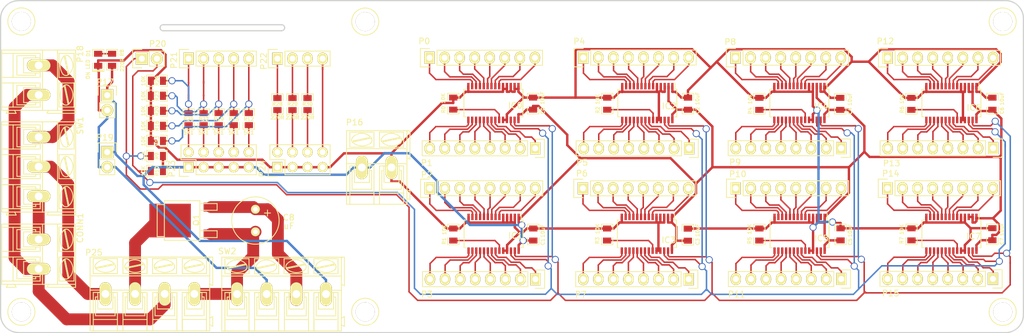
<source format=kicad_pcb>
(kicad_pcb (version 20171130) (host pcbnew "(5.1.12)-1")
  (layers (0 F.Cu signal) (31 B.Cu signal) (34 B.Paste user hide) (35 F.Paste user hide) (36 B.SilkS user hide) (37 F.SilkS user hide) (38 B.Mask user hide) (39 F.Mask user hide) (44 Edge.Cuts user))
  (net 0 "")
  (net 1 +5V)
  (net 2 GND)
  (net 3 /PWM0)
  (net 4 /PWM1)
  (net 5 /PWM2)
  (net 6 /PWM3)
  (net 7 /PWM4)
  (net 8 /PWM5)
  (net 9 /PWM6)
  (net 10 /PWM7)
  (net 11 /PWM8)
  (net 12 /PWM9)
  (net 13 /PWM10)
  (net 14 /PWM11)
  (net 15 /PWM12)
  (net 16 /PWM13)
  (net 17 /PWM14)
  (net 18 /PWM15)
  (net 19 "Net-(IC0-Pad23)")
  (net 20 /SCL)
  (net 21 /SDA)
  (net 22 /PWM16)
  (net 23 /PWM17)
  (net 24 /PWM18)
  (net 25 /PWM19)
  (net 26 /PWM20)
  (net 27 /PWM21)
  (net 28 /PWM22)
  (net 29 /PWM23)
  (net 30 /PWM24)
  (net 31 /PWM25)
  (net 32 /PWM26)
  (net 33 /PWM27)
  (net 34 /PWM28)
  (net 35 /PWM29)
  (net 36 /PWM30)
  (net 37 /PWM31)
  (net 38 "Net-(IC1-Pad23)")
  (net 39 /PWM32)
  (net 40 /PWM33)
  (net 41 /PWM34)
  (net 42 /PWM35)
  (net 43 /PWM36)
  (net 44 /PWM37)
  (net 45 /PWM38)
  (net 46 /PWM39)
  (net 47 /PWM40)
  (net 48 /PWM41)
  (net 49 /PWM42)
  (net 50 /PWM43)
  (net 51 /PWM44)
  (net 52 /PWM45)
  (net 53 /PWM46)
  (net 54 /PWM47)
  (net 55 "Net-(IC2-Pad23)")
  (net 56 /PWM48)
  (net 57 /PWM49)
  (net 58 /PWM50)
  (net 59 /PWM51)
  (net 60 /PWM52)
  (net 61 /PWM53)
  (net 62 /PWM54)
  (net 63 /PWM55)
  (net 64 /PWM56)
  (net 65 /PWM57)
  (net 66 /PWM58)
  (net 67 /PWM59)
  (net 68 /PWM60)
  (net 69 /PWM61)
  (net 70 /PWM62)
  (net 71 /PWM63)
  (net 72 "Net-(IC3-Pad23)")
  (net 73 /PWM64)
  (net 74 /PWM65)
  (net 75 /PWM66)
  (net 76 /PWM67)
  (net 77 /PWM68)
  (net 78 /PWM69)
  (net 79 /PWM70)
  (net 80 /PWM71)
  (net 81 /PWM72)
  (net 82 /PWM73)
  (net 83 /PWM74)
  (net 84 /PWM75)
  (net 85 /PWM76)
  (net 86 /PWM77)
  (net 87 /PWM78)
  (net 88 /PWM79)
  (net 89 "Net-(IC4-Pad23)")
  (net 90 /PWM80)
  (net 91 /PWM81)
  (net 92 /PWM82)
  (net 93 /PWM83)
  (net 94 /PWM84)
  (net 95 /PWM85)
  (net 96 /PWM86)
  (net 97 /PWM87)
  (net 98 /PWM88)
  (net 99 /PWM89)
  (net 100 /PWM90)
  (net 101 /PWM91)
  (net 102 /PWM92)
  (net 103 /PWM93)
  (net 104 /PWM94)
  (net 105 /PWM95)
  (net 106 "Net-(IC5-Pad23)")
  (net 107 /PWM96)
  (net 108 /PWM97)
  (net 109 /PWM98)
  (net 110 /PWM99)
  (net 111 /PWM100)
  (net 112 /PWM101)
  (net 113 /PWM102)
  (net 114 /PWM103)
  (net 115 /PWM104)
  (net 116 /PWM105)
  (net 117 /PWM106)
  (net 118 /PWM107)
  (net 119 /PWM108)
  (net 120 /PWM109)
  (net 121 /PWM110)
  (net 122 /PWM111)
  (net 123 "Net-(IC6-Pad23)")
  (net 124 /PWM112)
  (net 125 /PWM113)
  (net 126 /PWM114)
  (net 127 /PWM115)
  (net 128 /PWM116)
  (net 129 /PWM117)
  (net 130 /PWM118)
  (net 131 /PWM119)
  (net 132 /PWM120)
  (net 133 /PWM121)
  (net 134 /PWM122)
  (net 135 /PWM123)
  (net 136 /PWM124)
  (net 137 /PWM125)
  (net 138 /PWM126)
  (net 139 /PWM127)
  (net 140 "Net-(IC7-Pad23)")
  (net 141 "Net-(P18-Pad1)")
  (net 142 "Net-(P21-Pad1)")
  (net 143 "Net-(P22-Pad1)")
  (net 144 "Net-(P21-Pad5)")
  (net 145 "Net-(P21-Pad4)")
  (net 146 "Net-(P21-Pad3)")
  (net 147 "Net-(P21-Pad2)")
  (net 148 "Net-(P22-Pad2)")
  (net 149 "Net-(P22-Pad3)")
  (net 150 "Net-(P22-Pad4)")
  (net 151 "Net-(P23-Pad2)")
  (net 152 "Net-(P23-Pad4)")
  (net 153 "Net-(P23-Pad6)")
  (net 154 "Net-(P23-Pad8)")
  (net 155 "Net-(P23-Pad10)")
  (net 156 "Net-(P24-Pad2)")
  (net 157 "Net-(P24-Pad4)")
  (net 158 "Net-(P24-Pad6)")
  (net 159 "Net-(CONN1-Pad1)")
  (net 160 "Net-(C8-Pad2)")
  (net 161 "Net-(C8-Pad1)")
  (net 162 "Net-(D1-Pad2)")
  (net 163 "Net-(CONN1-Pad2)")
  (net 164 "Net-(P25-Pad1)")
  (net 165 "Net-(P25-Pad2)")
  (module Connect:1pin (layer F.Cu) (at 87.0712 78.2828)
    (fp_text reference REF**_6 hide)
    (fp_text value 1pin hide)
    (pad "" thru_hole circle (at 0 0) (size 3.2 3.2) (drill 3.2) (layers *.Cu *.Mask F.SilkS))
  )
  (module "module library:TSSOP-28_4.4x9.7mm_Pitch0.65mm" (layer F.Cu) (at 160.291 43.0074 270)
    (fp_text reference IC4 (at 0.6096 -3.683) (layer F.SilkS))
    (fp_text value PCA9685)
    (pad 1 smd rect (at -2.85 -4.225 270) (size 1.1 0.4) (layers F.Cu F.Paste F.Mask) (net 2 GND))
    (pad 2 smd rect (at -2.85 -3.575 270) (size 1.1 0.4) (layers F.Cu F.Paste F.Mask) (net 2 GND))
    (pad 3 smd rect (at -2.85 -2.925 270) (size 1.1 0.4) (layers F.Cu F.Paste F.Mask) (net 1 +5V))
    (pad 4 smd rect (at -2.85 -2.275 270) (size 1.1 0.4) (layers F.Cu F.Paste F.Mask) (net 2 GND))
    (pad 5 smd rect (at -2.85 -1.625 270) (size 1.1 0.4) (layers F.Cu F.Paste F.Mask) (net 2 GND))
    (pad 6 smd rect (at -2.85 -0.975 270) (size 1.1 0.4) (layers F.Cu F.Paste F.Mask) (net 73 /PWM64))
    (pad 7 smd rect (at -2.85 -0.325 270) (size 1.1 0.4) (layers F.Cu F.Paste F.Mask) (net 74 /PWM65))
    (pad 8 smd rect (at -2.85 0.325 270) (size 1.1 0.4) (layers F.Cu F.Paste F.Mask) (net 75 /PWM66))
    (pad 9 smd rect (at -2.85 0.975 270) (size 1.1 0.4) (layers F.Cu F.Paste F.Mask) (net 76 /PWM67))
    (pad 10 smd rect (at -2.85 1.625 270) (size 1.1 0.4) (layers F.Cu F.Paste F.Mask) (net 77 /PWM68))
    (pad 11 smd rect (at -2.85 2.275 270) (size 1.1 0.4) (layers F.Cu F.Paste F.Mask) (net 78 /PWM69))
    (pad 12 smd rect (at -2.85 2.925 270) (size 1.1 0.4) (layers F.Cu F.Paste F.Mask) (net 79 /PWM70))
    (pad 13 smd rect (at -2.85 3.575 270) (size 1.1 0.4) (layers F.Cu F.Paste F.Mask) (net 80 /PWM71))
    (pad 14 smd rect (at -2.85 4.225 270) (size 1.1 0.4) (layers F.Cu F.Paste F.Mask) (net 2 GND))
    (pad 15 smd rect (at 2.85 4.225 270) (size 1.1 0.4) (layers F.Cu F.Paste F.Mask) (net 81 /PWM72))
    (pad 16 smd rect (at 2.85 3.575 270) (size 1.1 0.4) (layers F.Cu F.Paste F.Mask) (net 82 /PWM73))
    (pad 17 smd rect (at 2.85 2.925 270) (size 1.1 0.4) (layers F.Cu F.Paste F.Mask) (net 83 /PWM74))
    (pad 18 smd rect (at 2.85 2.275 270) (size 1.1 0.4) (layers F.Cu F.Paste F.Mask) (net 84 /PWM75))
    (pad 19 smd rect (at 2.85 1.625 270) (size 1.1 0.4) (layers F.Cu F.Paste F.Mask) (net 85 /PWM76))
    (pad 20 smd rect (at 2.85 0.975 270) (size 1.1 0.4) (layers F.Cu F.Paste F.Mask) (net 86 /PWM77))
    (pad 21 smd rect (at 2.85 0.325 270) (size 1.1 0.4) (layers F.Cu F.Paste F.Mask) (net 87 /PWM78))
    (pad 22 smd rect (at 2.85 -0.325 270) (size 1.1 0.4) (layers F.Cu F.Paste F.Mask) (net 88 /PWM79))
    (pad 23 smd rect (at 2.85 -0.975 270) (size 1.1 0.4) (layers F.Cu F.Paste F.Mask) (net 89 "Net-(IC4-Pad23)"))
    (pad 24 smd rect (at 2.85 -1.625 270) (size 1.1 0.4) (layers F.Cu F.Paste F.Mask) (net 2 GND))
    (pad 25 smd rect (at 2.85 -2.275 270) (size 1.1 0.4) (layers F.Cu F.Paste F.Mask) (net 2 GND))
    (pad 26 smd rect (at 2.85 -2.925 270) (size 1.1 0.4) (layers F.Cu F.Paste F.Mask) (net 20 /SCL))
    (pad 27 smd rect (at 2.85 -3.575 270) (size 1.1 0.4) (layers F.Cu F.Paste F.Mask) (net 21 /SDA))
    (pad 28 smd rect (at 2.85 -4.225 270) (size 1.1 0.4) (layers F.Cu F.Paste F.Mask) (net 1 +5V))
  )
  (module Connect:1pin (layer F.Cu) (at 29.083 78.2828)
    (fp_text reference REF**_5 hide)
    (fp_text value 1pin hide)
    (pad "" thru_hole circle (at 0 0) (size 3.2 3.2) (drill 3.2) (layers *.Cu *.Mask F.SilkS))
  )
  (module Connect:1pin (layer F.Cu) (at 194.577 78.2955)
    (fp_text reference REF**_4 hide)
    (fp_text value 1pin hide)
    (pad "" thru_hole circle (at 0 0) (size 3.2 3.2) (drill 3.2) (layers *.Cu *.Mask F.SilkS))
  )
  (module Connect:1pin (layer F.Cu) (at 87.0712 29.2608)
    (fp_text reference REF**_3 hide)
    (fp_text value 1pin hide)
    (pad "" thru_hole circle (at 0 0) (size 3.2 3.2) (drill 3.2) (layers *.Cu *.Mask F.SilkS))
  )
  (module Connect:1pin (layer F.Cu) (at 194.577 29.2481)
    (fp_text reference REF**_2 hide)
    (fp_text value 1pin hide)
    (pad "" thru_hole circle (at 0 0) (size 3.2 3.2) (drill 3.2) (layers *.Cu *.Mask F.SilkS))
  )
  (module "module library:SMD0805" (layer F.Cu) (at 115.38 43.1165 90)
    (fp_text reference C0 (at -1.2065 1.651 270) (layer F.SilkS) (effects (font (size 0.6 0.6) (thickness 0.127))))
    (fp_text value 10uF (at 0.9525 1.5875 270) (layer F.SilkS) (effects (font (size 0.6 0.6) (thickness 0.127))))
    (pad 1 smd rect (at -1.016 0 90) (size 1 1.397) (layers F.Cu F.Paste F.Mask) (net 1 +5V))
    (pad 2 smd rect (at 1.016 0 90) (size 1 1.397) (layers F.Cu F.Paste F.Mask) (net 2 GND))
  )
  (module "module library:SMD0805" (layer F.Cu) (at 115.418 65.2272 90)
    (fp_text reference C1 (at -1.2192 1.6002 270) (layer F.SilkS) (effects (font (size 0.6 0.6) (thickness 0.127))))
    (fp_text value 10uF (at 0.5842 1.6002 270) (layer F.SilkS) (effects (font (size 0.6 0.6) (thickness 0.127))))
    (pad 1 smd rect (at -1.016 0 90) (size 1 1.397) (layers F.Cu F.Paste F.Mask) (net 1 +5V))
    (pad 2 smd rect (at 1.016 0 90) (size 1 1.397) (layers F.Cu F.Paste F.Mask) (net 2 GND))
  )
  (module "module library:SMD0805" (layer F.Cu) (at 141.503 43.1292 90)
    (fp_text reference C2 (at -1.1176 1.6256 270) (layer F.SilkS) (effects (font (size 0.6 0.6) (thickness 0.127))))
    (fp_text value 10uF (at 0.8636 1.6002 270) (layer F.SilkS) (effects (font (size 0.6 0.6) (thickness 0.127))))
    (pad 1 smd rect (at -1.016 0 90) (size 1 1.397) (layers F.Cu F.Paste F.Mask) (net 1 +5V))
    (pad 2 smd rect (at 1.016 0 90) (size 1 1.397) (layers F.Cu F.Paste F.Mask) (net 2 GND))
  )
  (module "module library:SMD0805" (layer F.Cu) (at 141.478 65.2526 90)
    (fp_text reference C3 (at -1.1938 1.651 270) (layer F.SilkS) (effects (font (size 0.6 0.6) (thickness 0.127))))
    (fp_text value 10uF (at 0.7366 1.651 270) (layer F.SilkS) (effects (font (size 0.6 0.6) (thickness 0.127))))
    (pad 1 smd rect (at -1.016 0 90) (size 1 1.397) (layers F.Cu F.Paste F.Mask) (net 1 +5V))
    (pad 2 smd rect (at 1.016 0 90) (size 1 1.397) (layers F.Cu F.Paste F.Mask) (net 2 GND))
  )
  (module "module library:SMD0805" (layer F.Cu) (at 167.183 43.1546 90)
    (fp_text reference C4 (at -1.2192 1.651 270) (layer F.SilkS) (effects (font (size 0.6 0.6) (thickness 0.127))))
    (fp_text value 10uF (at 0.7874 1.6256 270) (layer F.SilkS) (effects (font (size 0.6 0.6) (thickness 0.127))))
    (pad 1 smd rect (at -1.016 0 90) (size 1 1.397) (layers F.Cu F.Paste F.Mask) (net 1 +5V))
    (pad 2 smd rect (at 1.016 0 90) (size 1 1.397) (layers F.Cu F.Paste F.Mask) (net 2 GND))
  )
  (module "module library:SMD0805" (layer F.Cu) (at 167.234 65.2018 90)
    (fp_text reference C5 (at -1.27 1.6256 270) (layer F.SilkS) (effects (font (size 0.6 0.6) (thickness 0.127))))
    (fp_text value 10uF (at 0.635 1.6002 270) (layer F.SilkS) (effects (font (size 0.6 0.6) (thickness 0.127))))
    (pad 1 smd rect (at -1.016 0 90) (size 1 1.397) (layers F.Cu F.Paste F.Mask) (net 1 +5V))
    (pad 2 smd rect (at 1.016 0 90) (size 1 1.397) (layers F.Cu F.Paste F.Mask) (net 2 GND))
  )
  (module "module library:SMD0805" (layer F.Cu) (at 192.837 43.1292 90)
    (fp_text reference C6 (at -1.1684 1.6256 270) (layer F.SilkS) (effects (font (size 0.6 0.6) (thickness 0.127))))
    (fp_text value 10uF (at 0.8382 1.6256 270) (layer F.SilkS) (effects (font (size 0.6 0.6) (thickness 0.127))))
    (pad 1 smd rect (at -1.016 0 90) (size 1 1.397) (layers F.Cu F.Paste F.Mask) (net 1 +5V))
    (pad 2 smd rect (at 1.016 0 90) (size 1 1.397) (layers F.Cu F.Paste F.Mask) (net 2 GND))
  )
  (module "module library:SMD0805" (layer F.Cu) (at 192.837 65.1764 90)
    (fp_text reference C7 (at -1.1938 1.6256 270) (layer F.SilkS) (effects (font (size 0.6 0.6) (thickness 0.127))))
    (fp_text value 10uF (at 0.8128 1.6256 270) (layer F.SilkS) (effects (font (size 0.6 0.6) (thickness 0.127))))
    (pad 1 smd rect (at -1.016 0 90) (size 1 1.397) (layers F.Cu F.Paste F.Mask) (net 1 +5V))
    (pad 2 smd rect (at 1.016 0 90) (size 1 1.397) (layers F.Cu F.Paste F.Mask) (net 2 GND))
  )
  (module "module library:TSSOP-28_4.4x9.7mm_Pitch0.65mm" (layer F.Cu) (at 108.687 43.0149 270)
    (fp_text reference IC0 (at 0.4318 -3.683) (layer F.SilkS))
    (fp_text value PCA9685)
    (pad 1 smd rect (at -2.85 -4.225 270) (size 1.1 0.4) (layers F.Cu F.Paste F.Mask) (net 2 GND))
    (pad 2 smd rect (at -2.85 -3.575 270) (size 1.1 0.4) (layers F.Cu F.Paste F.Mask) (net 2 GND))
    (pad 3 smd rect (at -2.85 -2.925 270) (size 1.1 0.4) (layers F.Cu F.Paste F.Mask) (net 2 GND))
    (pad 4 smd rect (at -2.85 -2.275 270) (size 1.1 0.4) (layers F.Cu F.Paste F.Mask) (net 2 GND))
    (pad 5 smd rect (at -2.85 -1.625 270) (size 1.1 0.4) (layers F.Cu F.Paste F.Mask) (net 2 GND))
    (pad 6 smd rect (at -2.85 -0.975 270) (size 1.1 0.4) (layers F.Cu F.Paste F.Mask) (net 3 /PWM0))
    (pad 7 smd rect (at -2.85 -0.325 270) (size 1.1 0.4) (layers F.Cu F.Paste F.Mask) (net 4 /PWM1))
    (pad 8 smd rect (at -2.85 0.325 270) (size 1.1 0.4) (layers F.Cu F.Paste F.Mask) (net 5 /PWM2))
    (pad 9 smd rect (at -2.85 0.975 270) (size 1.1 0.4) (layers F.Cu F.Paste F.Mask) (net 6 /PWM3))
    (pad 10 smd rect (at -2.85 1.625 270) (size 1.1 0.4) (layers F.Cu F.Paste F.Mask) (net 7 /PWM4))
    (pad 11 smd rect (at -2.85 2.275 270) (size 1.1 0.4) (layers F.Cu F.Paste F.Mask) (net 8 /PWM5))
    (pad 12 smd rect (at -2.85 2.925 270) (size 1.1 0.4) (layers F.Cu F.Paste F.Mask) (net 9 /PWM6))
    (pad 13 smd rect (at -2.85 3.575 270) (size 1.1 0.4) (layers F.Cu F.Paste F.Mask) (net 10 /PWM7))
    (pad 14 smd rect (at -2.85 4.225 270) (size 1.1 0.4) (layers F.Cu F.Paste F.Mask) (net 2 GND))
    (pad 15 smd rect (at 2.85 4.225 270) (size 1.1 0.4) (layers F.Cu F.Paste F.Mask) (net 11 /PWM8))
    (pad 16 smd rect (at 2.85 3.575 270) (size 1.1 0.4) (layers F.Cu F.Paste F.Mask) (net 12 /PWM9))
    (pad 17 smd rect (at 2.85 2.925 270) (size 1.1 0.4) (layers F.Cu F.Paste F.Mask) (net 13 /PWM10))
    (pad 18 smd rect (at 2.85 2.275 270) (size 1.1 0.4) (layers F.Cu F.Paste F.Mask) (net 14 /PWM11))
    (pad 19 smd rect (at 2.85 1.625 270) (size 1.1 0.4) (layers F.Cu F.Paste F.Mask) (net 15 /PWM12))
    (pad 20 smd rect (at 2.85 0.975 270) (size 1.1 0.4) (layers F.Cu F.Paste F.Mask) (net 16 /PWM13))
    (pad 21 smd rect (at 2.85 0.325 270) (size 1.1 0.4) (layers F.Cu F.Paste F.Mask) (net 17 /PWM14))
    (pad 22 smd rect (at 2.85 -0.325 270) (size 1.1 0.4) (layers F.Cu F.Paste F.Mask) (net 18 /PWM15))
    (pad 23 smd rect (at 2.85 -0.975 270) (size 1.1 0.4) (layers F.Cu F.Paste F.Mask) (net 19 "Net-(IC0-Pad23)"))
    (pad 24 smd rect (at 2.85 -1.625 270) (size 1.1 0.4) (layers F.Cu F.Paste F.Mask) (net 2 GND))
    (pad 25 smd rect (at 2.85 -2.275 270) (size 1.1 0.4) (layers F.Cu F.Paste F.Mask) (net 2 GND))
    (pad 26 smd rect (at 2.85 -2.925 270) (size 1.1 0.4) (layers F.Cu F.Paste F.Mask) (net 20 /SCL))
    (pad 27 smd rect (at 2.85 -3.575 270) (size 1.1 0.4) (layers F.Cu F.Paste F.Mask) (net 21 /SDA))
    (pad 28 smd rect (at 2.85 -4.225 270) (size 1.1 0.4) (layers F.Cu F.Paste F.Mask) (net 1 +5V))
  )
  (module "module library:TSSOP-28_4.4x9.7mm_Pitch0.65mm" (layer F.Cu) (at 108.723 65.1054 270)
    (fp_text reference IC1 (at 0.3048 -3.683) (layer F.SilkS))
    (fp_text value PCA9685)
    (pad 1 smd rect (at -2.85 -4.225 270) (size 1.1 0.4) (layers F.Cu F.Paste F.Mask) (net 1 +5V))
    (pad 2 smd rect (at -2.85 -3.575 270) (size 1.1 0.4) (layers F.Cu F.Paste F.Mask) (net 2 GND))
    (pad 3 smd rect (at -2.85 -2.925 270) (size 1.1 0.4) (layers F.Cu F.Paste F.Mask) (net 2 GND))
    (pad 4 smd rect (at -2.85 -2.275 270) (size 1.1 0.4) (layers F.Cu F.Paste F.Mask) (net 2 GND))
    (pad 5 smd rect (at -2.85 -1.625 270) (size 1.1 0.4) (layers F.Cu F.Paste F.Mask) (net 2 GND))
    (pad 6 smd rect (at -2.85 -0.975 270) (size 1.1 0.4) (layers F.Cu F.Paste F.Mask) (net 22 /PWM16))
    (pad 7 smd rect (at -2.85 -0.325 270) (size 1.1 0.4) (layers F.Cu F.Paste F.Mask) (net 23 /PWM17))
    (pad 8 smd rect (at -2.85 0.325 270) (size 1.1 0.4) (layers F.Cu F.Paste F.Mask) (net 24 /PWM18))
    (pad 9 smd rect (at -2.85 0.975 270) (size 1.1 0.4) (layers F.Cu F.Paste F.Mask) (net 25 /PWM19))
    (pad 10 smd rect (at -2.85 1.625 270) (size 1.1 0.4) (layers F.Cu F.Paste F.Mask) (net 26 /PWM20))
    (pad 11 smd rect (at -2.85 2.275 270) (size 1.1 0.4) (layers F.Cu F.Paste F.Mask) (net 27 /PWM21))
    (pad 12 smd rect (at -2.85 2.925 270) (size 1.1 0.4) (layers F.Cu F.Paste F.Mask) (net 28 /PWM22))
    (pad 13 smd rect (at -2.85 3.575 270) (size 1.1 0.4) (layers F.Cu F.Paste F.Mask) (net 29 /PWM23))
    (pad 14 smd rect (at -2.85 4.225 270) (size 1.1 0.4) (layers F.Cu F.Paste F.Mask) (net 2 GND))
    (pad 15 smd rect (at 2.85 4.225 270) (size 1.1 0.4) (layers F.Cu F.Paste F.Mask) (net 30 /PWM24))
    (pad 16 smd rect (at 2.85 3.575 270) (size 1.1 0.4) (layers F.Cu F.Paste F.Mask) (net 31 /PWM25))
    (pad 17 smd rect (at 2.85 2.925 270) (size 1.1 0.4) (layers F.Cu F.Paste F.Mask) (net 32 /PWM26))
    (pad 18 smd rect (at 2.85 2.275 270) (size 1.1 0.4) (layers F.Cu F.Paste F.Mask) (net 33 /PWM27))
    (pad 19 smd rect (at 2.85 1.625 270) (size 1.1 0.4) (layers F.Cu F.Paste F.Mask) (net 34 /PWM28))
    (pad 20 smd rect (at 2.85 0.975 270) (size 1.1 0.4) (layers F.Cu F.Paste F.Mask) (net 35 /PWM29))
    (pad 21 smd rect (at 2.85 0.325 270) (size 1.1 0.4) (layers F.Cu F.Paste F.Mask) (net 36 /PWM30))
    (pad 22 smd rect (at 2.85 -0.325 270) (size 1.1 0.4) (layers F.Cu F.Paste F.Mask) (net 37 /PWM31))
    (pad 23 smd rect (at 2.85 -0.975 270) (size 1.1 0.4) (layers F.Cu F.Paste F.Mask) (net 38 "Net-(IC1-Pad23)"))
    (pad 24 smd rect (at 2.85 -1.625 270) (size 1.1 0.4) (layers F.Cu F.Paste F.Mask) (net 2 GND))
    (pad 25 smd rect (at 2.85 -2.275 270) (size 1.1 0.4) (layers F.Cu F.Paste F.Mask) (net 2 GND))
    (pad 26 smd rect (at 2.85 -2.925 270) (size 1.1 0.4) (layers F.Cu F.Paste F.Mask) (net 20 /SCL))
    (pad 27 smd rect (at 2.85 -3.575 270) (size 1.1 0.4) (layers F.Cu F.Paste F.Mask) (net 21 /SDA))
    (pad 28 smd rect (at 2.85 -4.225 270) (size 1.1 0.4) (layers F.Cu F.Paste F.Mask) (net 1 +5V))
  )
  (module "module library:TSSOP-28_4.4x9.7mm_Pitch0.65mm" (layer F.Cu) (at 134.645 43.0276 270)
    (fp_text reference IC2 (at 0.508 -3.683) (layer F.SilkS))
    (fp_text value PCA9685)
    (pad 1 smd rect (at -2.85 -4.225 270) (size 1.1 0.4) (layers F.Cu F.Paste F.Mask) (net 2 GND))
    (pad 2 smd rect (at -2.85 -3.575 270) (size 1.1 0.4) (layers F.Cu F.Paste F.Mask) (net 1 +5V))
    (pad 3 smd rect (at -2.85 -2.925 270) (size 1.1 0.4) (layers F.Cu F.Paste F.Mask) (net 2 GND))
    (pad 4 smd rect (at -2.85 -2.275 270) (size 1.1 0.4) (layers F.Cu F.Paste F.Mask) (net 2 GND))
    (pad 5 smd rect (at -2.85 -1.625 270) (size 1.1 0.4) (layers F.Cu F.Paste F.Mask) (net 2 GND))
    (pad 6 smd rect (at -2.85 -0.975 270) (size 1.1 0.4) (layers F.Cu F.Paste F.Mask) (net 39 /PWM32))
    (pad 7 smd rect (at -2.85 -0.325 270) (size 1.1 0.4) (layers F.Cu F.Paste F.Mask) (net 40 /PWM33))
    (pad 8 smd rect (at -2.85 0.325 270) (size 1.1 0.4) (layers F.Cu F.Paste F.Mask) (net 41 /PWM34))
    (pad 9 smd rect (at -2.85 0.975 270) (size 1.1 0.4) (layers F.Cu F.Paste F.Mask) (net 42 /PWM35))
    (pad 10 smd rect (at -2.85 1.625 270) (size 1.1 0.4) (layers F.Cu F.Paste F.Mask) (net 43 /PWM36))
    (pad 11 smd rect (at -2.85 2.275 270) (size 1.1 0.4) (layers F.Cu F.Paste F.Mask) (net 44 /PWM37))
    (pad 12 smd rect (at -2.85 2.925 270) (size 1.1 0.4) (layers F.Cu F.Paste F.Mask) (net 45 /PWM38))
    (pad 13 smd rect (at -2.85 3.575 270) (size 1.1 0.4) (layers F.Cu F.Paste F.Mask) (net 46 /PWM39))
    (pad 14 smd rect (at -2.85 4.225 270) (size 1.1 0.4) (layers F.Cu F.Paste F.Mask) (net 2 GND))
    (pad 15 smd rect (at 2.85 4.225 270) (size 1.1 0.4) (layers F.Cu F.Paste F.Mask) (net 47 /PWM40))
    (pad 16 smd rect (at 2.85 3.575 270) (size 1.1 0.4) (layers F.Cu F.Paste F.Mask) (net 48 /PWM41))
    (pad 17 smd rect (at 2.85 2.925 270) (size 1.1 0.4) (layers F.Cu F.Paste F.Mask) (net 49 /PWM42))
    (pad 18 smd rect (at 2.85 2.275 270) (size 1.1 0.4) (layers F.Cu F.Paste F.Mask) (net 50 /PWM43))
    (pad 19 smd rect (at 2.85 1.625 270) (size 1.1 0.4) (layers F.Cu F.Paste F.Mask) (net 51 /PWM44))
    (pad 20 smd rect (at 2.85 0.975 270) (size 1.1 0.4) (layers F.Cu F.Paste F.Mask) (net 52 /PWM45))
    (pad 21 smd rect (at 2.85 0.325 270) (size 1.1 0.4) (layers F.Cu F.Paste F.Mask) (net 53 /PWM46))
    (pad 22 smd rect (at 2.85 -0.325 270) (size 1.1 0.4) (layers F.Cu F.Paste F.Mask) (net 54 /PWM47))
    (pad 23 smd rect (at 2.85 -0.975 270) (size 1.1 0.4) (layers F.Cu F.Paste F.Mask) (net 55 "Net-(IC2-Pad23)"))
    (pad 24 smd rect (at 2.85 -1.625 270) (size 1.1 0.4) (layers F.Cu F.Paste F.Mask) (net 2 GND))
    (pad 25 smd rect (at 2.85 -2.275 270) (size 1.1 0.4) (layers F.Cu F.Paste F.Mask) (net 2 GND))
    (pad 26 smd rect (at 2.85 -2.925 270) (size 1.1 0.4) (layers F.Cu F.Paste F.Mask) (net 20 /SCL))
    (pad 27 smd rect (at 2.85 -3.575 270) (size 1.1 0.4) (layers F.Cu F.Paste F.Mask) (net 21 /SDA))
    (pad 28 smd rect (at 2.85 -4.225 270) (size 1.1 0.4) (layers F.Cu F.Paste F.Mask) (net 1 +5V))
  )
  (module "module library:TSSOP-28_4.4x9.7mm_Pitch0.65mm" (layer F.Cu) (at 134.569 65.1002 270)
    (fp_text reference IC3 (at 1.0668 -3.683) (layer F.SilkS))
    (fp_text value PCA9685)
    (pad 1 smd rect (at -2.85 -4.225 270) (size 1.1 0.4) (layers F.Cu F.Paste F.Mask) (net 1 +5V))
    (pad 2 smd rect (at -2.85 -3.575 270) (size 1.1 0.4) (layers F.Cu F.Paste F.Mask) (net 1 +5V))
    (pad 3 smd rect (at -2.85 -2.925 270) (size 1.1 0.4) (layers F.Cu F.Paste F.Mask) (net 2 GND))
    (pad 4 smd rect (at -2.85 -2.275 270) (size 1.1 0.4) (layers F.Cu F.Paste F.Mask) (net 2 GND))
    (pad 5 smd rect (at -2.85 -1.625 270) (size 1.1 0.4) (layers F.Cu F.Paste F.Mask) (net 2 GND))
    (pad 6 smd rect (at -2.85 -0.975 270) (size 1.1 0.4) (layers F.Cu F.Paste F.Mask) (net 56 /PWM48))
    (pad 7 smd rect (at -2.85 -0.325 270) (size 1.1 0.4) (layers F.Cu F.Paste F.Mask) (net 57 /PWM49))
    (pad 8 smd rect (at -2.85 0.325 270) (size 1.1 0.4) (layers F.Cu F.Paste F.Mask) (net 58 /PWM50))
    (pad 9 smd rect (at -2.85 0.975 270) (size 1.1 0.4) (layers F.Cu F.Paste F.Mask) (net 59 /PWM51))
    (pad 10 smd rect (at -2.85 1.625 270) (size 1.1 0.4) (layers F.Cu F.Paste F.Mask) (net 60 /PWM52))
    (pad 11 smd rect (at -2.85 2.275 270) (size 1.1 0.4) (layers F.Cu F.Paste F.Mask) (net 61 /PWM53))
    (pad 12 smd rect (at -2.85 2.925 270) (size 1.1 0.4) (layers F.Cu F.Paste F.Mask) (net 62 /PWM54))
    (pad 13 smd rect (at -2.85 3.575 270) (size 1.1 0.4) (layers F.Cu F.Paste F.Mask) (net 63 /PWM55))
    (pad 14 smd rect (at -2.85 4.225 270) (size 1.1 0.4) (layers F.Cu F.Paste F.Mask) (net 2 GND))
    (pad 15 smd rect (at 2.85 4.225 270) (size 1.1 0.4) (layers F.Cu F.Paste F.Mask) (net 64 /PWM56))
    (pad 16 smd rect (at 2.85 3.575 270) (size 1.1 0.4) (layers F.Cu F.Paste F.Mask) (net 65 /PWM57))
    (pad 17 smd rect (at 2.85 2.925 270) (size 1.1 0.4) (layers F.Cu F.Paste F.Mask) (net 66 /PWM58))
    (pad 18 smd rect (at 2.85 2.275 270) (size 1.1 0.4) (layers F.Cu F.Paste F.Mask) (net 67 /PWM59))
    (pad 19 smd rect (at 2.85 1.625 270) (size 1.1 0.4) (layers F.Cu F.Paste F.Mask) (net 68 /PWM60))
    (pad 20 smd rect (at 2.85 0.975 270) (size 1.1 0.4) (layers F.Cu F.Paste F.Mask) (net 69 /PWM61))
    (pad 21 smd rect (at 2.85 0.325 270) (size 1.1 0.4) (layers F.Cu F.Paste F.Mask) (net 70 /PWM62))
    (pad 22 smd rect (at 2.85 -0.325 270) (size 1.1 0.4) (layers F.Cu F.Paste F.Mask) (net 71 /PWM63))
    (pad 23 smd rect (at 2.85 -0.975 270) (size 1.1 0.4) (layers F.Cu F.Paste F.Mask) (net 72 "Net-(IC3-Pad23)"))
    (pad 24 smd rect (at 2.85 -1.625 270) (size 1.1 0.4) (layers F.Cu F.Paste F.Mask) (net 2 GND))
    (pad 25 smd rect (at 2.85 -2.275 270) (size 1.1 0.4) (layers F.Cu F.Paste F.Mask) (net 2 GND))
    (pad 26 smd rect (at 2.85 -2.925 270) (size 1.1 0.4) (layers F.Cu F.Paste F.Mask) (net 20 /SCL))
    (pad 27 smd rect (at 2.85 -3.575 270) (size 1.1 0.4) (layers F.Cu F.Paste F.Mask) (net 21 /SDA))
    (pad 28 smd rect (at 2.85 -4.225 270) (size 1.1 0.4) (layers F.Cu F.Paste F.Mask) (net 1 +5V))
  )
  (module "module library:TSSOP-28_4.4x9.7mm_Pitch0.65mm" (layer F.Cu) (at 160.325 65.1054 270)
    (fp_text reference IC5 (at 0.762 -3.683) (layer F.SilkS))
    (fp_text value PCA9685)
    (pad 1 smd rect (at -2.85 -4.225 270) (size 1.1 0.4) (layers F.Cu F.Paste F.Mask) (net 1 +5V))
    (pad 2 smd rect (at -2.85 -3.575 270) (size 1.1 0.4) (layers F.Cu F.Paste F.Mask))
    (pad 3 smd rect (at -2.85 -2.925 270) (size 1.1 0.4) (layers F.Cu F.Paste F.Mask) (net 1 +5V))
    (pad 4 smd rect (at -2.85 -2.275 270) (size 1.1 0.4) (layers F.Cu F.Paste F.Mask) (net 2 GND))
    (pad 5 smd rect (at -2.85 -1.625 270) (size 1.1 0.4) (layers F.Cu F.Paste F.Mask) (net 2 GND))
    (pad 6 smd rect (at -2.85 -0.975 270) (size 1.1 0.4) (layers F.Cu F.Paste F.Mask) (net 90 /PWM80))
    (pad 7 smd rect (at -2.85 -0.325 270) (size 1.1 0.4) (layers F.Cu F.Paste F.Mask) (net 91 /PWM81))
    (pad 8 smd rect (at -2.85 0.325 270) (size 1.1 0.4) (layers F.Cu F.Paste F.Mask) (net 92 /PWM82))
    (pad 9 smd rect (at -2.85 0.975 270) (size 1.1 0.4) (layers F.Cu F.Paste F.Mask) (net 93 /PWM83))
    (pad 10 smd rect (at -2.85 1.625 270) (size 1.1 0.4) (layers F.Cu F.Paste F.Mask) (net 94 /PWM84))
    (pad 11 smd rect (at -2.85 2.275 270) (size 1.1 0.4) (layers F.Cu F.Paste F.Mask) (net 95 /PWM85))
    (pad 12 smd rect (at -2.85 2.925 270) (size 1.1 0.4) (layers F.Cu F.Paste F.Mask) (net 96 /PWM86))
    (pad 13 smd rect (at -2.85 3.575 270) (size 1.1 0.4) (layers F.Cu F.Paste F.Mask) (net 97 /PWM87))
    (pad 14 smd rect (at -2.85 4.225 270) (size 1.1 0.4) (layers F.Cu F.Paste F.Mask) (net 2 GND))
    (pad 15 smd rect (at 2.85 4.225 270) (size 1.1 0.4) (layers F.Cu F.Paste F.Mask) (net 98 /PWM88))
    (pad 16 smd rect (at 2.85 3.575 270) (size 1.1 0.4) (layers F.Cu F.Paste F.Mask) (net 99 /PWM89))
    (pad 17 smd rect (at 2.85 2.925 270) (size 1.1 0.4) (layers F.Cu F.Paste F.Mask) (net 100 /PWM90))
    (pad 18 smd rect (at 2.85 2.275 270) (size 1.1 0.4) (layers F.Cu F.Paste F.Mask) (net 101 /PWM91))
    (pad 19 smd rect (at 2.85 1.625 270) (size 1.1 0.4) (layers F.Cu F.Paste F.Mask) (net 102 /PWM92))
    (pad 20 smd rect (at 2.85 0.975 270) (size 1.1 0.4) (layers F.Cu F.Paste F.Mask) (net 103 /PWM93))
    (pad 21 smd rect (at 2.85 0.325 270) (size 1.1 0.4) (layers F.Cu F.Paste F.Mask) (net 104 /PWM94))
    (pad 22 smd rect (at 2.85 -0.325 270) (size 1.1 0.4) (layers F.Cu F.Paste F.Mask) (net 105 /PWM95))
    (pad 23 smd rect (at 2.85 -0.975 270) (size 1.1 0.4) (layers F.Cu F.Paste F.Mask) (net 106 "Net-(IC5-Pad23)"))
    (pad 24 smd rect (at 2.85 -1.625 270) (size 1.1 0.4) (layers F.Cu F.Paste F.Mask) (net 2 GND))
    (pad 25 smd rect (at 2.85 -2.275 270) (size 1.1 0.4) (layers F.Cu F.Paste F.Mask) (net 2 GND))
    (pad 26 smd rect (at 2.85 -2.925 270) (size 1.1 0.4) (layers F.Cu F.Paste F.Mask) (net 20 /SCL))
    (pad 27 smd rect (at 2.85 -3.575 270) (size 1.1 0.4) (layers F.Cu F.Paste F.Mask) (net 21 /SDA))
    (pad 28 smd rect (at 2.85 -4.225 270) (size 1.1 0.4) (layers F.Cu F.Paste F.Mask) (net 1 +5V))
  )
  (module "module library:TSSOP-28_4.4x9.7mm_Pitch0.65mm" (layer F.Cu) (at 185.928 43.0276 270)
    (fp_text reference IC6 (at 0.7874 -3.7846) (layer F.SilkS))
    (fp_text value PCA9685)
    (pad 1 smd rect (at -2.85 -4.225 270) (size 1.1 0.4) (layers F.Cu F.Paste F.Mask) (net 2 GND))
    (pad 2 smd rect (at -2.85 -3.575 270) (size 1.1 0.4) (layers F.Cu F.Paste F.Mask) (net 1 +5V))
    (pad 3 smd rect (at -2.85 -2.925 270) (size 1.1 0.4) (layers F.Cu F.Paste F.Mask) (net 1 +5V))
    (pad 4 smd rect (at -2.85 -2.275 270) (size 1.1 0.4) (layers F.Cu F.Paste F.Mask) (net 2 GND))
    (pad 5 smd rect (at -2.85 -1.625 270) (size 1.1 0.4) (layers F.Cu F.Paste F.Mask) (net 2 GND))
    (pad 6 smd rect (at -2.85 -0.975 270) (size 1.1 0.4) (layers F.Cu F.Paste F.Mask) (net 107 /PWM96))
    (pad 7 smd rect (at -2.85 -0.325 270) (size 1.1 0.4) (layers F.Cu F.Paste F.Mask) (net 108 /PWM97))
    (pad 8 smd rect (at -2.85 0.325 270) (size 1.1 0.4) (layers F.Cu F.Paste F.Mask) (net 109 /PWM98))
    (pad 9 smd rect (at -2.85 0.975 270) (size 1.1 0.4) (layers F.Cu F.Paste F.Mask) (net 110 /PWM99))
    (pad 10 smd rect (at -2.85 1.625 270) (size 1.1 0.4) (layers F.Cu F.Paste F.Mask) (net 111 /PWM100))
    (pad 11 smd rect (at -2.85 2.275 270) (size 1.1 0.4) (layers F.Cu F.Paste F.Mask) (net 112 /PWM101))
    (pad 12 smd rect (at -2.85 2.925 270) (size 1.1 0.4) (layers F.Cu F.Paste F.Mask) (net 113 /PWM102))
    (pad 13 smd rect (at -2.85 3.575 270) (size 1.1 0.4) (layers F.Cu F.Paste F.Mask) (net 114 /PWM103))
    (pad 14 smd rect (at -2.85 4.225 270) (size 1.1 0.4) (layers F.Cu F.Paste F.Mask) (net 2 GND))
    (pad 15 smd rect (at 2.85 4.225 270) (size 1.1 0.4) (layers F.Cu F.Paste F.Mask) (net 115 /PWM104))
    (pad 16 smd rect (at 2.85 3.575 270) (size 1.1 0.4) (layers F.Cu F.Paste F.Mask) (net 116 /PWM105))
    (pad 17 smd rect (at 2.85 2.925 270) (size 1.1 0.4) (layers F.Cu F.Paste F.Mask) (net 117 /PWM106))
    (pad 18 smd rect (at 2.85 2.275 270) (size 1.1 0.4) (layers F.Cu F.Paste F.Mask) (net 118 /PWM107))
    (pad 19 smd rect (at 2.85 1.625 270) (size 1.1 0.4) (layers F.Cu F.Paste F.Mask) (net 119 /PWM108))
    (pad 20 smd rect (at 2.85 0.975 270) (size 1.1 0.4) (layers F.Cu F.Paste F.Mask) (net 120 /PWM109))
    (pad 21 smd rect (at 2.85 0.325 270) (size 1.1 0.4) (layers F.Cu F.Paste F.Mask) (net 121 /PWM110))
    (pad 22 smd rect (at 2.85 -0.325 270) (size 1.1 0.4) (layers F.Cu F.Paste F.Mask) (net 122 /PWM111))
    (pad 23 smd rect (at 2.85 -0.975 270) (size 1.1 0.4) (layers F.Cu F.Paste F.Mask) (net 123 "Net-(IC6-Pad23)"))
    (pad 24 smd rect (at 2.85 -1.625 270) (size 1.1 0.4) (layers F.Cu F.Paste F.Mask) (net 2 GND))
    (pad 25 smd rect (at 2.85 -2.275 270) (size 1.1 0.4) (layers F.Cu F.Paste F.Mask) (net 2 GND))
    (pad 26 smd rect (at 2.85 -2.925 270) (size 1.1 0.4) (layers F.Cu F.Paste F.Mask) (net 20 /SCL))
    (pad 27 smd rect (at 2.85 -3.575 270) (size 1.1 0.4) (layers F.Cu F.Paste F.Mask) (net 21 /SDA))
    (pad 28 smd rect (at 2.85 -4.225 270) (size 1.1 0.4) (layers F.Cu F.Paste F.Mask) (net 1 +5V))
  )
  (module "module library:TSSOP-28_4.4x9.7mm_Pitch0.65mm" (layer F.Cu) (at 185.928 65.1002 270)
    (fp_text reference IC7 (at 0.4318 -3.7338) (layer F.SilkS))
    (fp_text value PCA9685)
    (pad 1 smd rect (at -2.85 -4.225 270) (size 1.1 0.4) (layers F.Cu F.Paste F.Mask) (net 1 +5V))
    (pad 2 smd rect (at -2.85 -3.575 270) (size 1.1 0.4) (layers F.Cu F.Paste F.Mask) (net 1 +5V))
    (pad 3 smd rect (at -2.85 -2.925 270) (size 1.1 0.4) (layers F.Cu F.Paste F.Mask) (net 1 +5V))
    (pad 4 smd rect (at -2.85 -2.275 270) (size 1.1 0.4) (layers F.Cu F.Paste F.Mask) (net 2 GND))
    (pad 5 smd rect (at -2.85 -1.625 270) (size 1.1 0.4) (layers F.Cu F.Paste F.Mask) (net 2 GND))
    (pad 6 smd rect (at -2.85 -0.975 270) (size 1.1 0.4) (layers F.Cu F.Paste F.Mask) (net 124 /PWM112))
    (pad 7 smd rect (at -2.85 -0.325 270) (size 1.1 0.4) (layers F.Cu F.Paste F.Mask) (net 125 /PWM113))
    (pad 8 smd rect (at -2.85 0.325 270) (size 1.1 0.4) (layers F.Cu F.Paste F.Mask) (net 126 /PWM114))
    (pad 9 smd rect (at -2.85 0.975 270) (size 1.1 0.4) (layers F.Cu F.Paste F.Mask) (net 127 /PWM115))
    (pad 10 smd rect (at -2.85 1.625 270) (size 1.1 0.4) (layers F.Cu F.Paste F.Mask) (net 128 /PWM116))
    (pad 11 smd rect (at -2.85 2.275 270) (size 1.1 0.4) (layers F.Cu F.Paste F.Mask) (net 129 /PWM117))
    (pad 12 smd rect (at -2.85 2.925 270) (size 1.1 0.4) (layers F.Cu F.Paste F.Mask) (net 130 /PWM118))
    (pad 13 smd rect (at -2.85 3.575 270) (size 1.1 0.4) (layers F.Cu F.Paste F.Mask) (net 131 /PWM119))
    (pad 14 smd rect (at -2.85 4.225 270) (size 1.1 0.4) (layers F.Cu F.Paste F.Mask) (net 2 GND))
    (pad 15 smd rect (at 2.85 4.225 270) (size 1.1 0.4) (layers F.Cu F.Paste F.Mask) (net 132 /PWM120))
    (pad 16 smd rect (at 2.85 3.575 270) (size 1.1 0.4) (layers F.Cu F.Paste F.Mask) (net 133 /PWM121))
    (pad 17 smd rect (at 2.85 2.925 270) (size 1.1 0.4) (layers F.Cu F.Paste F.Mask) (net 134 /PWM122))
    (pad 18 smd rect (at 2.85 2.275 270) (size 1.1 0.4) (layers F.Cu F.Paste F.Mask) (net 135 /PWM123))
    (pad 19 smd rect (at 2.85 1.625 270) (size 1.1 0.4) (layers F.Cu F.Paste F.Mask) (net 136 /PWM124))
    (pad 20 smd rect (at 2.85 0.975 270) (size 1.1 0.4) (layers F.Cu F.Paste F.Mask) (net 137 /PWM125))
    (pad 21 smd rect (at 2.85 0.325 270) (size 1.1 0.4) (layers F.Cu F.Paste F.Mask) (net 138 /PWM126))
    (pad 22 smd rect (at 2.85 -0.325 270) (size 1.1 0.4) (layers F.Cu F.Paste F.Mask) (net 139 /PWM127))
    (pad 23 smd rect (at 2.85 -0.975 270) (size 1.1 0.4) (layers F.Cu F.Paste F.Mask) (net 140 "Net-(IC7-Pad23)"))
    (pad 24 smd rect (at 2.85 -1.625 270) (size 1.1 0.4) (layers F.Cu F.Paste F.Mask) (net 2 GND))
    (pad 25 smd rect (at 2.85 -2.275 270) (size 1.1 0.4) (layers F.Cu F.Paste F.Mask) (net 2 GND))
    (pad 26 smd rect (at 2.85 -2.925 270) (size 1.1 0.4) (layers F.Cu F.Paste F.Mask) (net 20 /SCL))
    (pad 27 smd rect (at 2.85 -3.575 270) (size 1.1 0.4) (layers F.Cu F.Paste F.Mask) (net 21 /SDA))
    (pad 28 smd rect (at 2.85 -4.225 270) (size 1.1 0.4) (layers F.Cu F.Paste F.Mask) (net 1 +5V))
  )
  (module Pin_Headers:Pin_Header_Straight_1x08 (layer F.Cu) (at 97.917 35.3695 90)
    (fp_text reference P0 (at 2.794 -0.889 180) (layer F.SilkS))
    (fp_text value CONN_01X08)
    (pad 1 thru_hole rect (at 0 0 90) (size 2.032 1.7272) (drill 1.016) (layers *.Cu *.Mask F.SilkS) (net 10 /PWM7))
    (pad 2 thru_hole oval (at 0 2.54 90) (size 2.032 1.7272) (drill 1.016) (layers *.Cu *.Mask F.SilkS) (net 9 /PWM6))
    (pad 3 thru_hole oval (at 0 5.08 90) (size 2.032 1.7272) (drill 1.016) (layers *.Cu *.Mask F.SilkS) (net 8 /PWM5))
    (pad 4 thru_hole oval (at 0 7.62 90) (size 2.032 1.7272) (drill 1.016) (layers *.Cu *.Mask F.SilkS) (net 7 /PWM4))
    (pad 5 thru_hole oval (at 0 10.16 90) (size 2.032 1.7272) (drill 1.016) (layers *.Cu *.Mask F.SilkS) (net 6 /PWM3))
    (pad 6 thru_hole oval (at 0 12.7 90) (size 2.032 1.7272) (drill 1.016) (layers *.Cu *.Mask F.SilkS) (net 5 /PWM2))
    (pad 7 thru_hole oval (at 0 15.24 90) (size 2.032 1.7272) (drill 1.016) (layers *.Cu *.Mask F.SilkS) (net 4 /PWM1))
    (pad 8 thru_hole oval (at 0 17.78 90) (size 2.032 1.7272) (drill 1.016) (layers *.Cu *.Mask F.SilkS) (net 3 /PWM0))
  )
  (module Pin_Headers:Pin_Header_Straight_1x08 (layer F.Cu) (at 115.735 50.673 270)
    (fp_text reference P1 (at 2.4638 18.288) (layer F.SilkS))
    (fp_text value CONN_01X08)
    (pad 1 thru_hole rect (at 0 0 270) (size 2.032 1.7272) (drill 1.016) (layers *.Cu *.Mask F.SilkS) (net 18 /PWM15))
    (pad 2 thru_hole oval (at 0 2.54 270) (size 2.032 1.7272) (drill 1.016) (layers *.Cu *.Mask F.SilkS) (net 17 /PWM14))
    (pad 3 thru_hole oval (at 0 5.08 270) (size 2.032 1.7272) (drill 1.016) (layers *.Cu *.Mask F.SilkS) (net 16 /PWM13))
    (pad 4 thru_hole oval (at 0 7.62 270) (size 2.032 1.7272) (drill 1.016) (layers *.Cu *.Mask F.SilkS) (net 15 /PWM12))
    (pad 5 thru_hole oval (at 0 10.16 270) (size 2.032 1.7272) (drill 1.016) (layers *.Cu *.Mask F.SilkS) (net 14 /PWM11))
    (pad 6 thru_hole oval (at 0 12.7 270) (size 2.032 1.7272) (drill 1.016) (layers *.Cu *.Mask F.SilkS) (net 13 /PWM10))
    (pad 7 thru_hole oval (at 0 15.24 270) (size 2.032 1.7272) (drill 1.016) (layers *.Cu *.Mask F.SilkS) (net 12 /PWM9))
    (pad 8 thru_hole oval (at 0 17.78 270) (size 2.032 1.7272) (drill 1.016) (layers *.Cu *.Mask F.SilkS) (net 11 /PWM8))
  )
  (module Pin_Headers:Pin_Header_Straight_1x08 (layer F.Cu) (at 97.9551 57.4167 90)
    (fp_text reference P2 (at 2.286 -0.508 180) (layer F.SilkS))
    (fp_text value CONN_01X08)
    (pad 1 thru_hole rect (at 0 0 90) (size 2.032 1.7272) (drill 1.016) (layers *.Cu *.Mask F.SilkS) (net 29 /PWM23))
    (pad 2 thru_hole oval (at 0 2.54 90) (size 2.032 1.7272) (drill 1.016) (layers *.Cu *.Mask F.SilkS) (net 28 /PWM22))
    (pad 3 thru_hole oval (at 0 5.08 90) (size 2.032 1.7272) (drill 1.016) (layers *.Cu *.Mask F.SilkS) (net 27 /PWM21))
    (pad 4 thru_hole oval (at 0 7.62 90) (size 2.032 1.7272) (drill 1.016) (layers *.Cu *.Mask F.SilkS) (net 26 /PWM20))
    (pad 5 thru_hole oval (at 0 10.16 90) (size 2.032 1.7272) (drill 1.016) (layers *.Cu *.Mask F.SilkS) (net 25 /PWM19))
    (pad 6 thru_hole oval (at 0 12.7 90) (size 2.032 1.7272) (drill 1.016) (layers *.Cu *.Mask F.SilkS) (net 24 /PWM18))
    (pad 7 thru_hole oval (at 0 15.24 90) (size 2.032 1.7272) (drill 1.016) (layers *.Cu *.Mask F.SilkS) (net 23 /PWM17))
    (pad 8 thru_hole oval (at 0 17.78 90) (size 2.032 1.7272) (drill 1.016) (layers *.Cu *.Mask F.SilkS) (net 22 /PWM16))
  )
  (module Pin_Headers:Pin_Header_Straight_1x08 (layer F.Cu) (at 115.773 72.771 270)
    (fp_text reference P3 (at 2.54 18.288) (layer F.SilkS))
    (fp_text value CONN_01X08)
    (pad 1 thru_hole rect (at 0 0 270) (size 2.032 1.7272) (drill 1.016) (layers *.Cu *.Mask F.SilkS) (net 37 /PWM31))
    (pad 2 thru_hole oval (at 0 2.54 270) (size 2.032 1.7272) (drill 1.016) (layers *.Cu *.Mask F.SilkS) (net 36 /PWM30))
    (pad 3 thru_hole oval (at 0 5.08 270) (size 2.032 1.7272) (drill 1.016) (layers *.Cu *.Mask F.SilkS) (net 35 /PWM29))
    (pad 4 thru_hole oval (at 0 7.62 270) (size 2.032 1.7272) (drill 1.016) (layers *.Cu *.Mask F.SilkS) (net 34 /PWM28))
    (pad 5 thru_hole oval (at 0 10.16 270) (size 2.032 1.7272) (drill 1.016) (layers *.Cu *.Mask F.SilkS) (net 33 /PWM27))
    (pad 6 thru_hole oval (at 0 12.7 270) (size 2.032 1.7272) (drill 1.016) (layers *.Cu *.Mask F.SilkS) (net 32 /PWM26))
    (pad 7 thru_hole oval (at 0 15.24 270) (size 2.032 1.7272) (drill 1.016) (layers *.Cu *.Mask F.SilkS) (net 31 /PWM25))
    (pad 8 thru_hole oval (at 0 17.78 270) (size 2.032 1.7272) (drill 1.016) (layers *.Cu *.Mask F.SilkS) (net 30 /PWM24))
  )
  (module Pin_Headers:Pin_Header_Straight_1x08 (layer F.Cu) (at 123.838 35.3441 90)
    (fp_text reference P4 (at 2.7432 -0.6604 180) (layer F.SilkS))
    (fp_text value CONN_01X08)
    (pad 1 thru_hole rect (at 0 0 90) (size 2.032 1.7272) (drill 1.016) (layers *.Cu *.Mask F.SilkS) (net 46 /PWM39))
    (pad 2 thru_hole oval (at 0 2.54 90) (size 2.032 1.7272) (drill 1.016) (layers *.Cu *.Mask F.SilkS) (net 45 /PWM38))
    (pad 3 thru_hole oval (at 0 5.08 90) (size 2.032 1.7272) (drill 1.016) (layers *.Cu *.Mask F.SilkS) (net 44 /PWM37))
    (pad 4 thru_hole oval (at 0 7.62 90) (size 2.032 1.7272) (drill 1.016) (layers *.Cu *.Mask F.SilkS) (net 43 /PWM36))
    (pad 5 thru_hole oval (at 0 10.16 90) (size 2.032 1.7272) (drill 1.016) (layers *.Cu *.Mask F.SilkS) (net 42 /PWM35))
    (pad 6 thru_hole oval (at 0 12.7 90) (size 2.032 1.7272) (drill 1.016) (layers *.Cu *.Mask F.SilkS) (net 41 /PWM34))
    (pad 7 thru_hole oval (at 0 15.24 90) (size 2.032 1.7272) (drill 1.016) (layers *.Cu *.Mask F.SilkS) (net 40 /PWM33))
    (pad 8 thru_hole oval (at 0 17.78 90) (size 2.032 1.7272) (drill 1.016) (layers *.Cu *.Mask F.SilkS) (net 39 /PWM32))
  )
  (module Pin_Headers:Pin_Header_Straight_1x08 (layer F.Cu) (at 141.694 50.673 270)
    (fp_text reference P5 (at 2.413 18.034) (layer F.SilkS))
    (fp_text value CONN_01X08)
    (pad 1 thru_hole rect (at 0 0 270) (size 2.032 1.7272) (drill 1.016) (layers *.Cu *.Mask F.SilkS) (net 54 /PWM47))
    (pad 2 thru_hole oval (at 0 2.54 270) (size 2.032 1.7272) (drill 1.016) (layers *.Cu *.Mask F.SilkS) (net 53 /PWM46))
    (pad 3 thru_hole oval (at 0 5.08 270) (size 2.032 1.7272) (drill 1.016) (layers *.Cu *.Mask F.SilkS) (net 52 /PWM45))
    (pad 4 thru_hole oval (at 0 7.62 270) (size 2.032 1.7272) (drill 1.016) (layers *.Cu *.Mask F.SilkS) (net 51 /PWM44))
    (pad 5 thru_hole oval (at 0 10.16 270) (size 2.032 1.7272) (drill 1.016) (layers *.Cu *.Mask F.SilkS) (net 50 /PWM43))
    (pad 6 thru_hole oval (at 0 12.7 270) (size 2.032 1.7272) (drill 1.016) (layers *.Cu *.Mask F.SilkS) (net 49 /PWM42))
    (pad 7 thru_hole oval (at 0 15.24 270) (size 2.032 1.7272) (drill 1.016) (layers *.Cu *.Mask F.SilkS) (net 48 /PWM41))
    (pad 8 thru_hole oval (at 0 17.78 270) (size 2.032 1.7272) (drill 1.016) (layers *.Cu *.Mask F.SilkS) (net 47 /PWM40))
  )
  (module Pin_Headers:Pin_Header_Straight_1x08 (layer F.Cu) (at 123.787 57.4294 90)
    (fp_text reference P6 (at 2.5146 -0.1778 180) (layer F.SilkS))
    (fp_text value CONN_01X08)
    (pad 1 thru_hole rect (at 0 0 90) (size 2.032 1.7272) (drill 1.016) (layers *.Cu *.Mask F.SilkS) (net 63 /PWM55))
    (pad 2 thru_hole oval (at 0 2.54 90) (size 2.032 1.7272) (drill 1.016) (layers *.Cu *.Mask F.SilkS) (net 62 /PWM54))
    (pad 3 thru_hole oval (at 0 5.08 90) (size 2.032 1.7272) (drill 1.016) (layers *.Cu *.Mask F.SilkS) (net 61 /PWM53))
    (pad 4 thru_hole oval (at 0 7.62 90) (size 2.032 1.7272) (drill 1.016) (layers *.Cu *.Mask F.SilkS) (net 60 /PWM52))
    (pad 5 thru_hole oval (at 0 10.16 90) (size 2.032 1.7272) (drill 1.016) (layers *.Cu *.Mask F.SilkS) (net 59 /PWM51))
    (pad 6 thru_hole oval (at 0 12.7 90) (size 2.032 1.7272) (drill 1.016) (layers *.Cu *.Mask F.SilkS) (net 58 /PWM50))
    (pad 7 thru_hole oval (at 0 15.24 90) (size 2.032 1.7272) (drill 1.016) (layers *.Cu *.Mask F.SilkS) (net 57 /PWM49))
    (pad 8 thru_hole oval (at 0 17.78 90) (size 2.032 1.7272) (drill 1.016) (layers *.Cu *.Mask F.SilkS) (net 56 /PWM48))
  )
  (module Pin_Headers:Pin_Header_Straight_1x08 (layer F.Cu) (at 141.618 72.771 270)
    (fp_text reference P7 (at 2.5908 18.1864) (layer F.SilkS))
    (fp_text value CONN_01X08)
    (pad 1 thru_hole rect (at 0 0 270) (size 2.032 1.7272) (drill 1.016) (layers *.Cu *.Mask F.SilkS) (net 71 /PWM63))
    (pad 2 thru_hole oval (at 0 2.54 270) (size 2.032 1.7272) (drill 1.016) (layers *.Cu *.Mask F.SilkS) (net 70 /PWM62))
    (pad 3 thru_hole oval (at 0 5.08 270) (size 2.032 1.7272) (drill 1.016) (layers *.Cu *.Mask F.SilkS) (net 69 /PWM61))
    (pad 4 thru_hole oval (at 0 7.62 270) (size 2.032 1.7272) (drill 1.016) (layers *.Cu *.Mask F.SilkS) (net 68 /PWM60))
    (pad 5 thru_hole oval (at 0 10.16 270) (size 2.032 1.7272) (drill 1.016) (layers *.Cu *.Mask F.SilkS) (net 67 /PWM59))
    (pad 6 thru_hole oval (at 0 12.7 270) (size 2.032 1.7272) (drill 1.016) (layers *.Cu *.Mask F.SilkS) (net 66 /PWM58))
    (pad 7 thru_hole oval (at 0 15.24 270) (size 2.032 1.7272) (drill 1.016) (layers *.Cu *.Mask F.SilkS) (net 65 /PWM57))
    (pad 8 thru_hole oval (at 0 17.78 270) (size 2.032 1.7272) (drill 1.016) (layers *.Cu *.Mask F.SilkS) (net 64 /PWM56))
  )
  (module Pin_Headers:Pin_Header_Straight_1x08 (layer F.Cu) (at 149.517 35.3568 90)
    (fp_text reference P8 (at 2.667 -0.889 180) (layer F.SilkS))
    (fp_text value CONN_01X08)
    (pad 1 thru_hole rect (at 0 0 90) (size 2.032 1.7272) (drill 1.016) (layers *.Cu *.Mask F.SilkS) (net 80 /PWM71))
    (pad 2 thru_hole oval (at 0 2.54 90) (size 2.032 1.7272) (drill 1.016) (layers *.Cu *.Mask F.SilkS) (net 79 /PWM70))
    (pad 3 thru_hole oval (at 0 5.08 90) (size 2.032 1.7272) (drill 1.016) (layers *.Cu *.Mask F.SilkS) (net 78 /PWM69))
    (pad 4 thru_hole oval (at 0 7.62 90) (size 2.032 1.7272) (drill 1.016) (layers *.Cu *.Mask F.SilkS) (net 77 /PWM68))
    (pad 5 thru_hole oval (at 0 10.16 90) (size 2.032 1.7272) (drill 1.016) (layers *.Cu *.Mask F.SilkS) (net 76 /PWM67))
    (pad 6 thru_hole oval (at 0 12.7 90) (size 2.032 1.7272) (drill 1.016) (layers *.Cu *.Mask F.SilkS) (net 75 /PWM66))
    (pad 7 thru_hole oval (at 0 15.24 90) (size 2.032 1.7272) (drill 1.016) (layers *.Cu *.Mask F.SilkS) (net 74 /PWM65))
    (pad 8 thru_hole oval (at 0 17.78 90) (size 2.032 1.7272) (drill 1.016) (layers *.Cu *.Mask F.SilkS) (net 73 /PWM64))
  )
  (module Pin_Headers:Pin_Header_Straight_1x08 (layer F.Cu) (at 167.335 50.6476 270)
    (fp_text reference P9 (at 2.3749 17.8816) (layer F.SilkS))
    (fp_text value CONN_01X08)
    (pad 1 thru_hole rect (at 0 0 270) (size 2.032 1.7272) (drill 1.016) (layers *.Cu *.Mask F.SilkS) (net 88 /PWM79))
    (pad 2 thru_hole oval (at 0 2.54 270) (size 2.032 1.7272) (drill 1.016) (layers *.Cu *.Mask F.SilkS) (net 87 /PWM78))
    (pad 3 thru_hole oval (at 0 5.08 270) (size 2.032 1.7272) (drill 1.016) (layers *.Cu *.Mask F.SilkS) (net 86 /PWM77))
    (pad 4 thru_hole oval (at 0 7.62 270) (size 2.032 1.7272) (drill 1.016) (layers *.Cu *.Mask F.SilkS) (net 85 /PWM76))
    (pad 5 thru_hole oval (at 0 10.16 270) (size 2.032 1.7272) (drill 1.016) (layers *.Cu *.Mask F.SilkS) (net 84 /PWM75))
    (pad 6 thru_hole oval (at 0 12.7 270) (size 2.032 1.7272) (drill 1.016) (layers *.Cu *.Mask F.SilkS) (net 83 /PWM74))
    (pad 7 thru_hole oval (at 0 15.24 270) (size 2.032 1.7272) (drill 1.016) (layers *.Cu *.Mask F.SilkS) (net 82 /PWM73))
    (pad 8 thru_hole oval (at 0 17.78 270) (size 2.032 1.7272) (drill 1.016) (layers *.Cu *.Mask F.SilkS) (net 81 /PWM72))
  )
  (module Pin_Headers:Pin_Header_Straight_1x08 (layer F.Cu) (at 149.542 57.4167 90)
    (fp_text reference P10 (at 2.3876 0.3556 180) (layer F.SilkS))
    (fp_text value CONN_01X08)
    (pad 1 thru_hole rect (at 0 0 90) (size 2.032 1.7272) (drill 1.016) (layers *.Cu *.Mask F.SilkS) (net 97 /PWM87))
    (pad 2 thru_hole oval (at 0 2.54 90) (size 2.032 1.7272) (drill 1.016) (layers *.Cu *.Mask F.SilkS) (net 96 /PWM86))
    (pad 3 thru_hole oval (at 0 5.08 90) (size 2.032 1.7272) (drill 1.016) (layers *.Cu *.Mask F.SilkS) (net 95 /PWM85))
    (pad 4 thru_hole oval (at 0 7.62 90) (size 2.032 1.7272) (drill 1.016) (layers *.Cu *.Mask F.SilkS) (net 94 /PWM84))
    (pad 5 thru_hole oval (at 0 10.16 90) (size 2.032 1.7272) (drill 1.016) (layers *.Cu *.Mask F.SilkS) (net 93 /PWM83))
    (pad 6 thru_hole oval (at 0 12.7 90) (size 2.032 1.7272) (drill 1.016) (layers *.Cu *.Mask F.SilkS) (net 92 /PWM82))
    (pad 7 thru_hole oval (at 0 15.24 90) (size 2.032 1.7272) (drill 1.016) (layers *.Cu *.Mask F.SilkS) (net 91 /PWM81))
    (pad 8 thru_hole oval (at 0 17.78 90) (size 2.032 1.7272) (drill 1.016) (layers *.Cu *.Mask F.SilkS) (net 90 /PWM80))
  )
  (module Pin_Headers:Pin_Header_Straight_1x08 (layer F.Cu) (at 167.361 72.7456 270)
    (fp_text reference P11 (at 2.5654 17.653) (layer F.SilkS))
    (fp_text value CONN_01X08)
    (pad 1 thru_hole rect (at 0 0 270) (size 2.032 1.7272) (drill 1.016) (layers *.Cu *.Mask F.SilkS) (net 105 /PWM95))
    (pad 2 thru_hole oval (at 0 2.54 270) (size 2.032 1.7272) (drill 1.016) (layers *.Cu *.Mask F.SilkS) (net 104 /PWM94))
    (pad 3 thru_hole oval (at 0 5.08 270) (size 2.032 1.7272) (drill 1.016) (layers *.Cu *.Mask F.SilkS) (net 103 /PWM93))
    (pad 4 thru_hole oval (at 0 7.62 270) (size 2.032 1.7272) (drill 1.016) (layers *.Cu *.Mask F.SilkS) (net 102 /PWM92))
    (pad 5 thru_hole oval (at 0 10.16 270) (size 2.032 1.7272) (drill 1.016) (layers *.Cu *.Mask F.SilkS) (net 101 /PWM91))
    (pad 6 thru_hole oval (at 0 12.7 270) (size 2.032 1.7272) (drill 1.016) (layers *.Cu *.Mask F.SilkS) (net 100 /PWM90))
    (pad 7 thru_hole oval (at 0 15.24 270) (size 2.032 1.7272) (drill 1.016) (layers *.Cu *.Mask F.SilkS) (net 99 /PWM89))
    (pad 8 thru_hole oval (at 0 17.78 270) (size 2.032 1.7272) (drill 1.016) (layers *.Cu *.Mask F.SilkS) (net 98 /PWM88))
  )
  (module Pin_Headers:Pin_Header_Straight_1x08 (layer F.Cu) (at 175.171 35.3822 90)
    (fp_text reference P12 (at 2.794 -0.381 180) (layer F.SilkS))
    (fp_text value CONN_01X08)
    (pad 1 thru_hole rect (at 0 0 90) (size 2.032 1.7272) (drill 1.016) (layers *.Cu *.Mask F.SilkS) (net 114 /PWM103))
    (pad 2 thru_hole oval (at 0 2.54 90) (size 2.032 1.7272) (drill 1.016) (layers *.Cu *.Mask F.SilkS) (net 113 /PWM102))
    (pad 3 thru_hole oval (at 0 5.08 90) (size 2.032 1.7272) (drill 1.016) (layers *.Cu *.Mask F.SilkS) (net 112 /PWM101))
    (pad 4 thru_hole oval (at 0 7.62 90) (size 2.032 1.7272) (drill 1.016) (layers *.Cu *.Mask F.SilkS) (net 111 /PWM100))
    (pad 5 thru_hole oval (at 0 10.16 90) (size 2.032 1.7272) (drill 1.016) (layers *.Cu *.Mask F.SilkS) (net 110 /PWM99))
    (pad 6 thru_hole oval (at 0 12.7 90) (size 2.032 1.7272) (drill 1.016) (layers *.Cu *.Mask F.SilkS) (net 109 /PWM98))
    (pad 7 thru_hole oval (at 0 15.24 90) (size 2.032 1.7272) (drill 1.016) (layers *.Cu *.Mask F.SilkS) (net 108 /PWM97))
    (pad 8 thru_hole oval (at 0 17.78 90) (size 2.032 1.7272) (drill 1.016) (layers *.Cu *.Mask F.SilkS) (net 107 /PWM96))
  )
  (module Pin_Headers:Pin_Header_Straight_1x08 (layer F.Cu) (at 192.964 50.6476 270)
    (fp_text reference P13 (at 2.54 17.1196) (layer F.SilkS))
    (fp_text value CONN_01X08)
    (pad 1 thru_hole rect (at 0 0 270) (size 2.032 1.7272) (drill 1.016) (layers *.Cu *.Mask F.SilkS) (net 122 /PWM111))
    (pad 2 thru_hole oval (at 0 2.54 270) (size 2.032 1.7272) (drill 1.016) (layers *.Cu *.Mask F.SilkS) (net 121 /PWM110))
    (pad 3 thru_hole oval (at 0 5.08 270) (size 2.032 1.7272) (drill 1.016) (layers *.Cu *.Mask F.SilkS) (net 120 /PWM109))
    (pad 4 thru_hole oval (at 0 7.62 270) (size 2.032 1.7272) (drill 1.016) (layers *.Cu *.Mask F.SilkS) (net 119 /PWM108))
    (pad 5 thru_hole oval (at 0 10.16 270) (size 2.032 1.7272) (drill 1.016) (layers *.Cu *.Mask F.SilkS) (net 118 /PWM107))
    (pad 6 thru_hole oval (at 0 12.7 270) (size 2.032 1.7272) (drill 1.016) (layers *.Cu *.Mask F.SilkS) (net 117 /PWM106))
    (pad 7 thru_hole oval (at 0 15.24 270) (size 2.032 1.7272) (drill 1.016) (layers *.Cu *.Mask F.SilkS) (net 116 /PWM105))
    (pad 8 thru_hole oval (at 0 17.78 270) (size 2.032 1.7272) (drill 1.016) (layers *.Cu *.Mask F.SilkS) (net 115 /PWM104))
  )
  (module Pin_Headers:Pin_Header_Straight_1x08 (layer F.Cu) (at 175.146 57.4167 90)
    (fp_text reference P14 (at 2.4892 0.5588 180) (layer F.SilkS))
    (fp_text value CONN_01X08)
    (pad 1 thru_hole rect (at 0 0 90) (size 2.032 1.7272) (drill 1.016) (layers *.Cu *.Mask F.SilkS) (net 131 /PWM119))
    (pad 2 thru_hole oval (at 0 2.54 90) (size 2.032 1.7272) (drill 1.016) (layers *.Cu *.Mask F.SilkS) (net 130 /PWM118))
    (pad 3 thru_hole oval (at 0 5.08 90) (size 2.032 1.7272) (drill 1.016) (layers *.Cu *.Mask F.SilkS) (net 129 /PWM117))
    (pad 4 thru_hole oval (at 0 7.62 90) (size 2.032 1.7272) (drill 1.016) (layers *.Cu *.Mask F.SilkS) (net 128 /PWM116))
    (pad 5 thru_hole oval (at 0 10.16 90) (size 2.032 1.7272) (drill 1.016) (layers *.Cu *.Mask F.SilkS) (net 127 /PWM115))
    (pad 6 thru_hole oval (at 0 12.7 90) (size 2.032 1.7272) (drill 1.016) (layers *.Cu *.Mask F.SilkS) (net 126 /PWM114))
    (pad 7 thru_hole oval (at 0 15.24 90) (size 2.032 1.7272) (drill 1.016) (layers *.Cu *.Mask F.SilkS) (net 125 /PWM113))
    (pad 8 thru_hole oval (at 0 17.78 90) (size 2.032 1.7272) (drill 1.016) (layers *.Cu *.Mask F.SilkS) (net 124 /PWM112))
  )
  (module Pin_Headers:Pin_Header_Straight_1x08 (layer F.Cu) (at 192.938 72.7202 270)
    (fp_text reference P15 (at 2.4384 17.2466) (layer F.SilkS))
    (fp_text value CONN_01X08)
    (pad 1 thru_hole rect (at 0 0 270) (size 2.032 1.7272) (drill 1.016) (layers *.Cu *.Mask F.SilkS) (net 139 /PWM127))
    (pad 2 thru_hole oval (at 0 2.54 270) (size 2.032 1.7272) (drill 1.016) (layers *.Cu *.Mask F.SilkS) (net 138 /PWM126))
    (pad 3 thru_hole oval (at 0 5.08 270) (size 2.032 1.7272) (drill 1.016) (layers *.Cu *.Mask F.SilkS) (net 137 /PWM125))
    (pad 4 thru_hole oval (at 0 7.62 270) (size 2.032 1.7272) (drill 1.016) (layers *.Cu *.Mask F.SilkS) (net 136 /PWM124))
    (pad 5 thru_hole oval (at 0 10.16 270) (size 2.032 1.7272) (drill 1.016) (layers *.Cu *.Mask F.SilkS) (net 135 /PWM123))
    (pad 6 thru_hole oval (at 0 12.7 270) (size 2.032 1.7272) (drill 1.016) (layers *.Cu *.Mask F.SilkS) (net 134 /PWM122))
    (pad 7 thru_hole oval (at 0 15.24 270) (size 2.032 1.7272) (drill 1.016) (layers *.Cu *.Mask F.SilkS) (net 133 /PWM121))
    (pad 8 thru_hole oval (at 0 17.78 270) (size 2.032 1.7272) (drill 1.016) (layers *.Cu *.Mask F.SilkS) (net 132 /PWM120))
  )
  (module Connect:AK300-2 (layer F.Cu) (at 86.4997 53.8988)
    (fp_text reference P16 (at -1.223 -7.62 180) (layer F.SilkS))
    (fp_text value "PWR Bus")
    (pad 1 thru_hole oval (at 0 0) (size 1.9812 3.9624) (drill 1.3208) (layers *.Cu F.Paste F.SilkS F.Mask) (net 1 +5V))
    (pad 2 thru_hole oval (at 5 0) (size 1.9812 3.9624) (drill 1.3208) (layers *.Cu F.Paste F.SilkS F.Mask) (net 2 GND))
  )
  (module Pin_Headers:Pin_Header_Straight_1x02 (layer F.Cu) (at 43.561 41.7068)
    (fp_text reference P17 (at -0.36576 -2.20472) (layer F.SilkS))
    (fp_text value Fan)
    (pad 1 thru_hole rect (at 0 0) (size 2.032 2.032) (drill 1.016) (layers *.Cu *.Mask F.SilkS) (net 1 +5V))
    (pad 2 thru_hole oval (at 0 2.54) (size 2.032 2.032) (drill 1.016) (layers *.Cu *.Mask F.SilkS) (net 2 GND))
  )
  (module Connect:AK300-2 (layer F.Cu) (at 32.004 36.656 270)
    (fp_text reference P18 (at -1.92 -6.985 270) (layer F.SilkS))
    (fp_text value BATT)
    (pad 1 thru_hole oval (at 0 0 270) (size 1.9812 3.9624) (drill 1.3208) (layers *.Cu F.Paste F.SilkS F.Mask) (net 141 "Net-(P18-Pad1)"))
    (pad 2 thru_hole oval (at 5 0 270) (size 1.9812 3.9624) (drill 1.3208) (layers *.Cu F.Paste F.SilkS F.Mask) (net 163 "Net-(CONN1-Pad2)"))
  )
  (module "module library:SMD0805" (layer F.Cu) (at 67.437 45.7327 90)
    (fp_text reference R12 (at 0 0) (layer F.SilkS) (effects (font (size 0.6 0.6) (thickness 0.127))))
    (fp_text value 5K1 (at -2.286 0) (layer F.SilkS) (effects (font (size 0.6 0.6) (thickness 0.127))))
    (pad 1 smd rect (at -1.016 0 90) (size 1 1.397) (layers F.Cu F.Paste F.Mask) (net 155 "Net-(P23-Pad10)"))
    (pad 2 smd rect (at 1.016 0 90) (size 1 1.397) (layers F.Cu F.Paste F.Mask) (net 144 "Net-(P21-Pad5)"))
  )
  (module "module library:SMD0805" (layer F.Cu) (at 51.943 49.4157 180)
    (fp_text reference R13 (at 0 0 90) (layer F.SilkS) (effects (font (size 0.6 0.6) (thickness 0.127))))
    (fp_text value 10K (at 2.286 0 90) (layer F.SilkS) (effects (font (size 0.6 0.6) (thickness 0.127))))
    (pad 1 smd rect (at -1.016 0 180) (size 1 1.397) (layers F.Cu F.Paste F.Mask) (net 144 "Net-(P21-Pad5)"))
    (pad 2 smd rect (at 1.016 0 180) (size 1 1.397) (layers F.Cu F.Paste F.Mask) (net 2 GND))
  )
  (module "module library:SMD0805" (layer F.Cu) (at 64.897 45.7327 90)
    (fp_text reference R15 (at 0 0) (layer F.SilkS) (effects (font (size 0.6 0.6) (thickness 0.127))))
    (fp_text value 5K1 (at -2.286 0) (layer F.SilkS) (effects (font (size 0.6 0.6) (thickness 0.127))))
    (pad 1 smd rect (at -1.016 0 90) (size 1 1.397) (layers F.Cu F.Paste F.Mask) (net 154 "Net-(P23-Pad8)"))
    (pad 2 smd rect (at 1.016 0 90) (size 1 1.397) (layers F.Cu F.Paste F.Mask) (net 145 "Net-(P21-Pad4)"))
  )
  (module "module library:SMD0805" (layer F.Cu) (at 51.943 46.8757 180)
    (fp_text reference R16 (at 0 0 90) (layer F.SilkS) (effects (font (size 0.6 0.6) (thickness 0.127))))
    (fp_text value 10K (at 2.286 0 90) (layer F.SilkS) (effects (font (size 0.6 0.6) (thickness 0.127))))
    (pad 1 smd rect (at -1.016 0 180) (size 1 1.397) (layers F.Cu F.Paste F.Mask) (net 145 "Net-(P21-Pad4)"))
    (pad 2 smd rect (at 1.016 0 180) (size 1 1.397) (layers F.Cu F.Paste F.Mask) (net 2 GND))
  )
  (module "module library:SMD0805" (layer F.Cu) (at 62.357 45.7327 90)
    (fp_text reference R19 (at 0 0) (layer F.SilkS) (effects (font (size 0.6 0.6) (thickness 0.127))))
    (fp_text value 5K1 (at -2.286 0) (layer F.SilkS) (effects (font (size 0.6 0.6) (thickness 0.127))))
    (pad 1 smd rect (at -1.016 0 90) (size 1 1.397) (layers F.Cu F.Paste F.Mask) (net 153 "Net-(P23-Pad6)"))
    (pad 2 smd rect (at 1.016 0 90) (size 1 1.397) (layers F.Cu F.Paste F.Mask) (net 146 "Net-(P21-Pad3)"))
  )
  (module "module library:SMD0805" (layer F.Cu) (at 51.943 44.3357 180)
    (fp_text reference R20 (at 0 0 90) (layer F.SilkS) (effects (font (size 0.6 0.6) (thickness 0.127))))
    (fp_text value 10K (at 2.286 0 90) (layer F.SilkS) (effects (font (size 0.6 0.6) (thickness 0.127))))
    (pad 1 smd rect (at -1.016 0 180) (size 1 1.397) (layers F.Cu F.Paste F.Mask) (net 146 "Net-(P21-Pad3)"))
    (pad 2 smd rect (at 1.016 0 180) (size 1 1.397) (layers F.Cu F.Paste F.Mask) (net 2 GND))
  )
  (module "module library:SMD0805" (layer F.Cu) (at 59.817 45.7327 90)
    (fp_text reference R22 (at 0 0) (layer F.SilkS) (effects (font (size 0.6 0.6) (thickness 0.127))))
    (fp_text value 5K1 (at -2.286 0) (layer F.SilkS) (effects (font (size 0.6 0.6) (thickness 0.127))))
    (pad 1 smd rect (at -1.016 0 90) (size 1 1.397) (layers F.Cu F.Paste F.Mask) (net 152 "Net-(P23-Pad4)"))
    (pad 2 smd rect (at 1.016 0 90) (size 1 1.397) (layers F.Cu F.Paste F.Mask) (net 147 "Net-(P21-Pad2)"))
  )
  (module "module library:SMD0805" (layer F.Cu) (at 51.943 41.7957 180)
    (fp_text reference R23 (at 0 0 90) (layer F.SilkS) (effects (font (size 0.6 0.6) (thickness 0.127))))
    (fp_text value 10K (at 2.286 0 90) (layer F.SilkS) (effects (font (size 0.6 0.6) (thickness 0.127))))
    (pad 1 smd rect (at -1.016 0 180) (size 1 1.397) (layers F.Cu F.Paste F.Mask) (net 147 "Net-(P21-Pad2)"))
    (pad 2 smd rect (at 1.016 0 180) (size 1 1.397) (layers F.Cu F.Paste F.Mask) (net 2 GND))
  )
  (module "module library:SMD0805" (layer F.Cu) (at 57.277 45.7327 90)
    (fp_text reference R25 (at 0 0) (layer F.SilkS) (effects (font (size 0.6 0.6) (thickness 0.127))))
    (fp_text value 5K1 (at -2.286 0) (layer F.SilkS) (effects (font (size 0.6 0.6) (thickness 0.127))))
    (pad 1 smd rect (at -1.016 0 90) (size 1 1.397) (layers F.Cu F.Paste F.Mask) (net 151 "Net-(P23-Pad2)"))
    (pad 2 smd rect (at 1.016 0 90) (size 1 1.397) (layers F.Cu F.Paste F.Mask) (net 142 "Net-(P21-Pad1)"))
  )
  (module "module library:SMD0805" (layer F.Cu) (at 51.943 39.2557 180)
    (fp_text reference R26 (at 0 0 90) (layer F.SilkS) (effects (font (size 0.6 0.6) (thickness 0.127))))
    (fp_text value 10K (at 2.286 0 90) (layer F.SilkS) (effects (font (size 0.6 0.6) (thickness 0.127))))
    (pad 1 smd rect (at -1.016 0 180) (size 1 1.397) (layers F.Cu F.Paste F.Mask) (net 142 "Net-(P21-Pad1)"))
    (pad 2 smd rect (at 1.016 0 180) (size 1 1.397) (layers F.Cu F.Paste F.Mask) (net 2 GND))
  )
  (module "module library:SMD0805" (layer F.Cu) (at 72.263 43.1927 270)
    (fp_text reference R28 (at 0 0 180) (layer F.SilkS) (effects (font (size 0.6 0.6) (thickness 0.127))))
    (fp_text value 220R (at 2.286 0 180) (layer F.SilkS) (effects (font (size 0.6 0.6) (thickness 0.127))))
    (pad 1 smd rect (at -1.016 0 270) (size 1 1.397) (layers F.Cu F.Paste F.Mask) (net 143 "Net-(P22-Pad1)"))
    (pad 2 smd rect (at 1.016 0 270) (size 1 1.397) (layers F.Cu F.Paste F.Mask) (net 156 "Net-(P24-Pad2)"))
  )
  (module "module library:SMD0805" (layer F.Cu) (at 74.803 43.1927 270)
    (fp_text reference R29 (at 0 0 180) (layer F.SilkS) (effects (font (size 0.6 0.6) (thickness 0.127))))
    (fp_text value 220R (at 2.286 0 180) (layer F.SilkS) (effects (font (size 0.6 0.6) (thickness 0.127))))
    (pad 1 smd rect (at -1.016 0 270) (size 1 1.397) (layers F.Cu F.Paste F.Mask) (net 148 "Net-(P22-Pad2)"))
    (pad 2 smd rect (at 1.016 0 270) (size 1 1.397) (layers F.Cu F.Paste F.Mask) (net 157 "Net-(P24-Pad4)"))
  )
  (module "module library:SMD0805" (layer F.Cu) (at 77.343 43.1927 270)
    (fp_text reference R30 (at 0 0 180) (layer F.SilkS) (effects (font (size 0.6 0.6) (thickness 0.127))))
    (fp_text value 220R (at 2.286 0 180) (layer F.SilkS) (effects (font (size 0.6 0.6) (thickness 0.127))))
    (pad 1 smd rect (at -1.016 0 270) (size 1 1.397) (layers F.Cu F.Paste F.Mask) (net 149 "Net-(P22-Pad3)"))
    (pad 2 smd rect (at 1.016 0 270) (size 1 1.397) (layers F.Cu F.Paste F.Mask) (net 158 "Net-(P24-Pad6)"))
  )
  (module Pin_Headers:Pin_Header_Straight_2x05 (layer F.Cu) (at 57.277 53.8607 90)
    (fp_text reference P23 (at -0.254 -2.794 90) (layer F.SilkS))
    (fp_text value GPIO_INPUTS_SWITCHES)
    (pad 1 thru_hole rect (at 0 0 90) (size 1.7272 1.7272) (drill 1.016) (layers *.Cu *.Mask F.SilkS) (net 1 +5V))
    (pad 2 thru_hole oval (at 2.54 0 90) (size 1.7272 1.7272) (drill 1.016) (layers *.Cu *.Mask F.SilkS) (net 151 "Net-(P23-Pad2)"))
    (pad 3 thru_hole oval (at 0 2.54 90) (size 1.7272 1.7272) (drill 1.016) (layers *.Cu *.Mask F.SilkS) (net 1 +5V))
    (pad 4 thru_hole oval (at 2.54 2.54 90) (size 1.7272 1.7272) (drill 1.016) (layers *.Cu *.Mask F.SilkS) (net 152 "Net-(P23-Pad4)"))
    (pad 5 thru_hole oval (at 0 5.08 90) (size 1.7272 1.7272) (drill 1.016) (layers *.Cu *.Mask F.SilkS) (net 1 +5V))
    (pad 6 thru_hole oval (at 2.54 5.08 90) (size 1.7272 1.7272) (drill 1.016) (layers *.Cu *.Mask F.SilkS) (net 153 "Net-(P23-Pad6)"))
    (pad 7 thru_hole oval (at 0 7.62 90) (size 1.7272 1.7272) (drill 1.016) (layers *.Cu *.Mask F.SilkS) (net 1 +5V))
    (pad 8 thru_hole oval (at 2.54 7.62 90) (size 1.7272 1.7272) (drill 1.016) (layers *.Cu *.Mask F.SilkS) (net 154 "Net-(P23-Pad8)"))
    (pad 9 thru_hole oval (at 0 10.16 90) (size 1.7272 1.7272) (drill 1.016) (layers *.Cu *.Mask F.SilkS) (net 1 +5V))
    (pad 10 thru_hole oval (at 2.54 10.16 90) (size 1.7272 1.7272) (drill 1.016) (layers *.Cu *.Mask F.SilkS) (net 155 "Net-(P23-Pad10)"))
  )
  (module Pin_Headers:Pin_Header_Straight_2x04 (layer F.Cu) (at 72.263 53.8607 90)
    (fp_text reference P24 (at -0.254 -2.54 90) (layer F.SilkS))
    (fp_text value GPIO_OUTPUTS_LEDs/SPKR)
    (pad 1 thru_hole rect (at 0 0 90) (size 1.7272 1.7272) (drill 1.016) (layers *.Cu *.Mask F.SilkS) (net 2 GND))
    (pad 2 thru_hole oval (at 2.54 0 90) (size 1.7272 1.7272) (drill 1.016) (layers *.Cu *.Mask F.SilkS) (net 156 "Net-(P24-Pad2)"))
    (pad 3 thru_hole oval (at 0 2.54 90) (size 1.7272 1.7272) (drill 1.016) (layers *.Cu *.Mask F.SilkS) (net 2 GND))
    (pad 4 thru_hole oval (at 2.54 2.54 90) (size 1.7272 1.7272) (drill 1.016) (layers *.Cu *.Mask F.SilkS) (net 157 "Net-(P24-Pad4)"))
    (pad 5 thru_hole oval (at 0 5.08 90) (size 1.7272 1.7272) (drill 1.016) (layers *.Cu *.Mask F.SilkS) (net 2 GND))
    (pad 6 thru_hole oval (at 2.54 5.08 90) (size 1.7272 1.7272) (drill 1.016) (layers *.Cu *.Mask F.SilkS) (net 158 "Net-(P24-Pad6)"))
    (pad 7 thru_hole oval (at 0 7.62 90) (size 1.7272 1.7272) (drill 1.016) (layers *.Cu *.Mask F.SilkS) (net 2 GND))
    (pad 8 thru_hole oval (at 2.54 7.62 90) (size 1.7272 1.7272) (drill 1.016) (layers *.Cu *.Mask F.SilkS) (net 150 "Net-(P22-Pad4)"))
  )
  (module Connect:1pin (layer F.Cu) (at 29.083 29.2354)
    (fp_text reference REF** hide)
    (fp_text value 1pin hide)
    (pad "" thru_hole circle (at 0 0) (size 3.2 3.2) (drill 3.2) (layers *.Cu *.Mask F.SilkS))
  )
  (module Connect:AK300-2 (layer F.Cu) (at 32.004 66.04 270)
    (fp_text reference CONN1 (at -1.92 -6.985 270) (layer F.SilkS))
    (fp_text value "P. SUP. IN")
    (pad 1 thru_hole oval (at 0 0 270) (size 1.9812 3.9624) (drill 1.3208) (layers *.Cu F.Paste F.SilkS F.Mask) (net 159 "Net-(CONN1-Pad1)"))
    (pad 2 thru_hole oval (at 5 0 270) (size 1.9812 3.9624) (drill 1.3208) (layers *.Cu F.Paste F.SilkS F.Mask) (net 163 "Net-(CONN1-Pad2)"))
  )
  (module Capacitors_Elko_ThroughHole:Elko_vert_11.5x8mm_RM3.5_CopperClear (layer F.Cu) (at 68.5546 60.96 270)
    (fp_text reference C8 (at 1.397 -5.6134) (layer F.SilkS))
    (fp_text value uF (at 2.8448 -5.6388) (layer F.SilkS))
    (pad 2 thru_hole circle (at 3.81 0 270) (size 1.50114 1.50114) (drill 0.8001) (layers *.Cu *.Mask F.SilkS) (net 160 "Net-(C8-Pad2)"))
    (pad 1 thru_hole circle (at 0 0 270) (size 1.50114 1.50114) (drill 0.8001) (layers *.Cu *.Mask F.SilkS) (net 161 "Net-(C8-Pad1)"))
  )
  (module "module library:SMD0805_LED" (layer F.Cu) (at 42.037 35.7124 90)
    (fp_text reference D1 (at 1.1176 -1.6764 90) (layer F.SilkS) (effects (font (size 0.6 0.6) (thickness 0.127))))
    (fp_text value "ON LED" (at -1.6256 -1.7272 270) (layer F.SilkS) (effects (font (size 0.6 0.6) (thickness 0.127))))
    (pad 1 smd rect (at -1.016 0 90) (size 1 1.397) (layers F.Cu F.Paste F.Mask) (net 2 GND))
    (pad 2 smd rect (at 1.016 0 90) (size 1 1.397) (layers F.Cu F.Paste F.Mask) (net 162 "Net-(D1-Pad2)"))
  )
  (module Connect:AK300-3 (layer F.Cu) (at 32.004 48.768 270)
    (fp_text reference SW1 (at -1.945 -6.995 270) (layer F.SilkS))
    (fp_text value "P. SUPPLY/BATT")
    (pad 1 thru_hole oval (at 0 0 270) (size 1.9812 3.9624) (drill 1.3208) (layers *.Cu F.Paste F.SilkS F.Mask) (net 141 "Net-(P18-Pad1)"))
    (pad 2 thru_hole oval (at 5 0 270) (size 1.9812 3.9624) (drill 1.3208) (layers *.Cu F.Paste F.SilkS F.Mask) (net 164 "Net-(P25-Pad1)"))
    (pad 3 thru_hole oval (at 10 0 270) (size 1.9812 3.9624) (drill 1.3208) (layers *.Cu F.Paste F.SilkS F.Mask) (net 159 "Net-(CONN1-Pad1)"))
  )
  (module Connect:AK300-4 (layer F.Cu) (at 65.4558 75.2856)
    (fp_text reference SW2 (at -1.651 -7.239) (layer F.SilkS))
    (fp_text value ON/OFF)
    (pad 1 thru_hole oval (at 0 0) (size 1.9812 3.9624) (drill 1.3208) (layers *.Cu F.Paste F.SilkS F.Mask) (net 160 "Net-(C8-Pad2)"))
    (pad 2 thru_hole oval (at 5 0) (size 1.9812 3.9624) (drill 1.3208) (layers *.Cu F.Paste F.SilkS F.Mask) (net 2 GND))
    (pad 4 thru_hole oval (at 15 0) (size 1.9812 3.9624) (drill 1.3208) (layers *.Cu F.Paste F.SilkS F.Mask) (net 1 +5V))
    (pad 3 thru_hole oval (at 10 0) (size 1.9812 3.9624) (drill 1.3208) (layers *.Cu *.Mask F.SilkS) (net 161 "Net-(C8-Pad1)"))
  )
  (module "module library:TO-252" (layer F.Cu) (at 57.6123 62.8675 90)
    (fp_text reference Q1 (at 0.09906 1.00076 90) (layer F.SilkS))
    (fp_text value P-MOSFET)
    (pad 2 smd rect (at -2.27584 3.44932 90) (size 1.50114 2.49936) (layers F.Cu F.Paste F.Mask) (net 160 "Net-(C8-Pad2)"))
    (pad 3 smd rect (at 2.27584 3.44932 90) (size 1.50114 2.49936) (layers F.Cu F.Paste F.Mask) (net 161 "Net-(C8-Pad1)"))
    (pad 1 smd rect (at 0 -3.44932 90) (size 5.69 7.00024) (layers F.Cu F.Paste F.Mask) (net 165 "Net-(P25-Pad2)"))
  )
  (module "module library:SMD0805" (layer F.Cu) (at 101.918 43.1165 90)
    (fp_text reference R0 (at -1.016 -1.651 90) (layer F.SilkS) (effects (font (size 0.6 0.6) (thickness 0.127))))
    (fp_text value 10K (at 0.889 -1.6891 270) (layer F.SilkS) (effects (font (size 0.6 0.6) (thickness 0.127))))
    (pad 1 smd rect (at -1.016 0 90) (size 1 1.397) (layers F.Cu F.Paste F.Mask) (net 19 "Net-(IC0-Pad23)"))
    (pad 2 smd rect (at 1.016 0 90) (size 1 1.397) (layers F.Cu F.Paste F.Mask) (net 2 GND))
  )
  (module "module library:SMD0805" (layer F.Cu) (at 101.93 65.2272 90)
    (fp_text reference R1 (at -1.1176 -1.5494 90) (layer F.SilkS) (effects (font (size 0.6 0.6) (thickness 0.127))))
    (fp_text value 10K (at 0.8128 -1.524 270) (layer F.SilkS) (effects (font (size 0.6 0.6) (thickness 0.127))))
    (pad 1 smd rect (at -1.016 0 90) (size 1 1.397) (layers F.Cu F.Paste F.Mask) (net 38 "Net-(IC1-Pad23)"))
    (pad 2 smd rect (at 1.016 0 90) (size 1 1.397) (layers F.Cu F.Paste F.Mask) (net 2 GND))
  )
  (module "module library:SMD0805" (layer F.Cu) (at 127.889 43.1292 90)
    (fp_text reference R2 (at -1.0668 -1.6002 90) (layer F.SilkS) (effects (font (size 0.6 0.6) (thickness 0.127))))
    (fp_text value 10K (at 0.762 -1.6256 270) (layer F.SilkS) (effects (font (size 0.6 0.6) (thickness 0.127))))
    (pad 1 smd rect (at -1.016 0 90) (size 1 1.397) (layers F.Cu F.Paste F.Mask) (net 55 "Net-(IC2-Pad23)"))
    (pad 2 smd rect (at 1.016 0 90) (size 1 1.397) (layers F.Cu F.Paste F.Mask) (net 2 GND))
  )
  (module "module library:SMD0805" (layer F.Cu) (at 127.864 65.2272 90)
    (fp_text reference R3 (at -1.016 -1.651 90) (layer F.SilkS) (effects (font (size 0.6 0.6) (thickness 0.127))))
    (fp_text value 10K (at 0.9652 -1.6002 270) (layer F.SilkS) (effects (font (size 0.6 0.6) (thickness 0.127))))
    (pad 1 smd rect (at -1.016 0 90) (size 1 1.397) (layers F.Cu F.Paste F.Mask) (net 72 "Net-(IC3-Pad23)"))
    (pad 2 smd rect (at 1.016 0 90) (size 1 1.397) (layers F.Cu F.Paste F.Mask) (net 2 GND))
  )
  (module "module library:SMD0805" (layer F.Cu) (at 153.543 43.1546 90)
    (fp_text reference R4 (at -1.1684 -1.5494 90) (layer F.SilkS) (effects (font (size 0.6 0.6) (thickness 0.127))))
    (fp_text value 10K (at 0.8382 -1.5494 270) (layer F.SilkS) (effects (font (size 0.6 0.6) (thickness 0.127))))
    (pad 1 smd rect (at -1.016 0 90) (size 1 1.397) (layers F.Cu F.Paste F.Mask) (net 89 "Net-(IC4-Pad23)"))
    (pad 2 smd rect (at 1.016 0 90) (size 1 1.397) (layers F.Cu F.Paste F.Mask) (net 2 GND))
  )
  (module "module library:SMD0805" (layer F.Cu) (at 153.543 65.2272 90)
    (fp_text reference R5 (at -1.016 -1.651 90) (layer F.SilkS) (effects (font (size 0.6 0.6) (thickness 0.127))))
    (fp_text value 10K (at 0.9144 -1.651 270) (layer F.SilkS) (effects (font (size 0.6 0.6) (thickness 0.127))))
    (pad 1 smd rect (at -1.016 0 90) (size 1 1.397) (layers F.Cu F.Paste F.Mask) (net 106 "Net-(IC5-Pad23)"))
    (pad 2 smd rect (at 1.016 0 90) (size 1 1.397) (layers F.Cu F.Paste F.Mask) (net 2 GND))
  )
  (module "module library:SMD0805" (layer F.Cu) (at 179.172 43.1546 90)
    (fp_text reference R6 (at -0.9906 -1.5748 90) (layer F.SilkS) (effects (font (size 0.6 0.6) (thickness 0.127))))
    (fp_text value 10K (at 0.889 -1.5748 270) (layer F.SilkS) (effects (font (size 0.6 0.6) (thickness 0.127))))
    (pad 1 smd rect (at -1.016 0 90) (size 1 1.397) (layers F.Cu F.Paste F.Mask) (net 123 "Net-(IC6-Pad23)"))
    (pad 2 smd rect (at 1.016 0 90) (size 1 1.397) (layers F.Cu F.Paste F.Mask) (net 2 GND))
  )
  (module "module library:SMD0805" (layer F.Cu) (at 179.197 65.2018 90)
    (fp_text reference R7 (at -1.016 -1.651 90) (layer F.SilkS) (effects (font (size 0.6 0.6) (thickness 0.127))))
    (fp_text value 10K (at 0.8382 -1.651 270) (layer F.SilkS) (effects (font (size 0.6 0.6) (thickness 0.127))))
    (pad 1 smd rect (at -1.016 0 90) (size 1 1.397) (layers F.Cu F.Paste F.Mask) (net 140 "Net-(IC7-Pad23)"))
    (pad 2 smd rect (at 1.016 0 90) (size 1 1.397) (layers F.Cu F.Paste F.Mask) (net 2 GND))
  )
  (module "module library:SMD0805" (layer F.Cu) (at 44.3738 35.7124 90)
    (fp_text reference R8 (at 1.1684 1.6764 90) (layer F.SilkS) (effects (font (size 0.6 0.6) (thickness 0.127))))
    (fp_text value 220R (at -0.8636 1.7272 270) (layer F.SilkS) (effects (font (size 0.6 0.6) (thickness 0.127))))
    (pad 1 smd rect (at -1.016 0 90) (size 1 1.397) (layers F.Cu F.Paste F.Mask) (net 1 +5V))
    (pad 2 smd rect (at 1.016 0 90) (size 1 1.397) (layers F.Cu F.Paste F.Mask) (net 162 "Net-(D1-Pad2)"))
  )
  (module "module library:SMD0805" (layer F.Cu) (at 51.943 51.9684)
    (fp_text reference R9 (at 0 0 270) (layer F.SilkS) (effects (font (size 0.6 0.6) (thickness 0.127))))
    (fp_text value 10K (at -2.286 0 270) (layer F.SilkS) (effects (font (size 0.6 0.6) (thickness 0.127))))
    (pad 1 smd rect (at -1.016 0) (size 1 1.397) (layers F.Cu F.Paste F.Mask) (net 21 /SDA))
    (pad 2 smd rect (at 1.016 0) (size 1 1.397) (layers F.Cu F.Paste F.Mask) (net 1 +5V))
  )
  (module "module library:SMD0805" (layer F.Cu) (at 51.943 54.5084)
    (fp_text reference R10 (at 0 0 90) (layer F.SilkS) (effects (font (size 0.6 0.6) (thickness 0.127))))
    (fp_text value 10K (at -2.286 0 270) (layer F.SilkS) (effects (font (size 0.6 0.6) (thickness 0.127))))
    (pad 1 smd rect (at -1.016 0) (size 1 1.397) (layers F.Cu F.Paste F.Mask) (net 20 /SCL))
    (pad 2 smd rect (at 1.016 0) (size 1 1.397) (layers F.Cu F.Paste F.Mask) (net 1 +5V))
  )
  (module Pin_Headers:Pin_Header_Straight_1x04 (layer F.Cu) (at 72.263 35.5219 90)
    (fp_text reference P22 (at -0.4191 -2.3114 90) (layer F.SilkS))
    (fp_text value GPIO_OUTPUTS)
    (pad 1 thru_hole rect (at 0 0 90) (size 2.032 1.7272) (drill 1.016) (layers *.Cu *.Mask F.SilkS) (net 143 "Net-(P22-Pad1)"))
    (pad 2 thru_hole oval (at 0 2.54 90) (size 2.032 1.7272) (drill 1.016) (layers *.Cu *.Mask F.SilkS) (net 148 "Net-(P22-Pad2)"))
    (pad 3 thru_hole oval (at 0 5.08 90) (size 2.032 1.7272) (drill 1.016) (layers *.Cu *.Mask F.SilkS) (net 149 "Net-(P22-Pad3)"))
    (pad 4 thru_hole oval (at 0 7.62 90) (size 2.032 1.7272) (drill 1.016) (layers *.Cu *.Mask F.SilkS) (net 150 "Net-(P22-Pad4)"))
  )
  (module Connect:AK300-4 (layer F.Cu) (at 43.2562 75.2602)
    (fp_text reference P25 (at -1.945 -6.985) (layer F.SilkS))
    (fp_text value "Buck Converter")
    (pad 1 thru_hole oval (at 0 0) (size 1.9812 3.9624) (drill 1.3208) (layers *.Cu F.Paste F.SilkS F.Mask) (net 164 "Net-(P25-Pad1)"))
    (pad 2 thru_hole oval (at 5 0) (size 1.9812 3.9624) (drill 1.3208) (layers *.Cu F.Paste F.SilkS F.Mask) (net 165 "Net-(P25-Pad2)"))
    (pad 4 thru_hole oval (at 15 0) (size 1.9812 3.9624) (drill 1.3208) (layers *.Cu F.Paste F.SilkS F.Mask) (net 160 "Net-(C8-Pad2)"))
    (pad 3 thru_hole oval (at 10 0) (size 1.9812 3.9624) (drill 1.3208) (layers *.Cu *.Mask F.SilkS) (net 163 "Net-(CONN1-Pad2)"))
  )
  (module Pin_Headers:Pin_Header_Straight_1x05 (layer F.Cu) (at 57.277 35.5219 90)
    (fp_text reference P21 (at -0.2667 -2.4638 90) (layer F.SilkS))
    (fp_text value GPIO_INPUTS)
    (pad 1 thru_hole rect (at 0 0 90) (size 2.032 1.7272) (drill 1.016) (layers *.Cu *.Mask F.SilkS) (net 142 "Net-(P21-Pad1)"))
    (pad 2 thru_hole oval (at 0 2.54 90) (size 2.032 1.7272) (drill 1.016) (layers *.Cu *.Mask F.SilkS) (net 147 "Net-(P21-Pad2)"))
    (pad 3 thru_hole oval (at 0 5.08 90) (size 2.032 1.7272) (drill 1.016) (layers *.Cu *.Mask F.SilkS) (net 146 "Net-(P21-Pad3)"))
    (pad 4 thru_hole oval (at 0 7.62 90) (size 2.032 1.7272) (drill 1.016) (layers *.Cu *.Mask F.SilkS) (net 145 "Net-(P21-Pad4)"))
    (pad 5 thru_hole oval (at 0 10.16 90) (size 2.032 1.7272) (drill 1.016) (layers *.Cu *.Mask F.SilkS) (net 144 "Net-(P21-Pad5)"))
  )
  (module Pin_Headers:Pin_Header_Straight_1x02 (layer F.Cu) (at 49.403 35.5219 90)
    (fp_text reference P20 (at 2.5019 2.667 180) (layer F.SilkS))
    (fp_text value I2C)
    (pad 1 thru_hole rect (at 0 0 90) (size 2.032 2.032) (drill 1.016) (layers *.Cu *.Mask F.SilkS) (net 21 /SDA))
    (pad 2 thru_hole oval (at 0 2.54 90) (size 2.032 2.032) (drill 1.016) (layers *.Cu *.Mask F.SilkS) (net 20 /SCL))
  )
  (module Pin_Headers:Pin_Header_Straight_1x02 (layer F.Cu) (at 43.561 51.308)
    (fp_text reference P19 (at -0.3937 -2.4638) (layer F.SilkS))
    (fp_text value "RPi2 Power")
    (pad 1 thru_hole rect (at 0 0) (size 2.032 2.032) (drill 1.016) (layers *.Cu *.Mask F.SilkS) (net 1 +5V))
    (pad 2 thru_hole oval (at 0 2.54) (size 2.032 2.032) (drill 1.016) (layers *.Cu *.Mask F.SilkS) (net 2 GND))
  )
  (gr_arc (start 52.9844 30.3022) (end 52.959 30.8102) (angle 90) (layer Edge.Cuts) (width 0.2))
  (gr_arc (start 52.9844 30.3022) (end 52.4764 30.2768) (angle 90) (layer Edge.Cuts) (width 0.2))
  (gr_arc (start 72.9742 30.3022) (end 73.4822 30.3276) (angle 90) (layer Edge.Cuts) (width 0.2))
  (gr_arc (start 72.9742 30.3022) (end 72.9996 29.7942) (angle 90) (layer Edge.Cuts) (width 0.2))
  (gr_arc (start 195.0466 78.7781) (end 198.0692 78.7527) (angle 90) (layer Edge.Cuts) (width 0.2))
  (gr_arc (start 195.0554 28.7401) (end 195.03 25.7175) (angle 90) (layer Edge.Cuts) (width 0.2))
  (gr_arc (start 28.603 78.7578) (end 28.6284 81.7804) (angle 90) (layer Edge.Cuts) (width 0.2))
  (gr_arc (start 28.6004 28.7528) (end 25.5778 28.7782) (angle 90) (layer Edge.Cuts) (width 0.2))
  (gr_line (start 73 29.7942) (end 53 29.7942) (angle 90) (layer Edge.Cuts) (width 0.2))
  (gr_line (start 73 30.8102) (end 53 30.8102) (angle 90) (layer Edge.Cuts) (width 0.2))
  (gr_line (start 198.078 28.7) (end 198.078 78.8416) (angle 90) (layer Edge.Cuts) (width 0.2))
  (gr_line (start 28.5 25.7175) (end 195.0339 25.7175) (angle 90) (layer Edge.Cuts) (width 0.2))
  (gr_line (start 28.58 81.8) (end 195.072 81.8) (angle 90) (layer Edge.Cuts) (width 0.2))
  (gr_line (start 25.58 28.8) (end 25.58 78.8) (angle 90) (layer Edge.Cuts) (width 0.2))
  (segment (start 163.25 62.2554) (end 163.25 63.2073) (width 0.4) (layer F.Cu) (net 1))
  (segment (start 164.55 62.6185) (end 164.55 62.9238) (width 0.4) (layer F.Cu) (net 1))
  (segment (start 43.561 41.7068) (end 44.9789 43.1247) (width 0.4) (layer B.Cu) (net 1))
  (segment (start 44.9789 43.1247) (end 44.9789 51.308) (width 0.4) (layer B.Cu) (net 1))
  (segment (start 43.561 51.308) (end 44.9789 51.308) (width 0.4) (layer B.Cu) (net 1))
  (segment (start 49.7021 55.3375) (end 48.6539 55.3375) (width 0.4) (layer B.Cu) (net 1))
  (segment (start 48.6539 55.3375) (end 44.9789 51.6625) (width 0.4) (layer B.Cu) (net 1))
  (segment (start 44.9789 51.6625) (end 44.9789 51.308) (width 0.4) (layer B.Cu) (net 1))
  (segment (start 49.7021 55.3375) (end 51.1789 53.8607) (width 0.4) (layer B.Cu) (net 1))
  (segment (start 51.1789 53.8607) (end 57.277 53.8607) (width 0.4) (layer B.Cu) (net 1))
  (segment (start 80.4558 72.9025) (end 73.8758 66.3225) (width 0.4) (layer B.Cu) (net 1))
  (segment (start 73.8758 66.3225) (end 59.2103 66.3225) (width 0.4) (layer B.Cu) (net 1))
  (segment (start 59.2103 66.3225) (end 49.7021 56.8143) (width 0.4) (layer B.Cu) (net 1))
  (segment (start 49.7021 56.8143) (end 49.7021 55.3375) (width 0.4) (layer B.Cu) (net 1))
  (segment (start 164.55 62.9238) (end 164.55 62.9412) (width 0.4) (layer F.Cu) (net 1))
  (segment (start 164.55 62.2554) (end 164.55 62.6185) (width 0.4) (layer F.Cu) (net 1))
  (segment (start 139.6505 44.1452) (end 138.87 44.9257) (width 0.4) (layer F.Cu) (net 1))
  (segment (start 140.4026 44.1452) (end 139.6505 44.1452) (width 0.4) (layer F.Cu) (net 1))
  (segment (start 139.6505 44.1452) (end 138.22 42.7147) (width 0.4) (layer F.Cu) (net 1))
  (segment (start 138.22 42.7147) (end 138.22 40.1776) (width 0.4) (layer F.Cu) (net 1))
  (segment (start 141.503 44.1452) (end 142.6034 44.1452) (width 0.4) (layer F.Cu) (net 1))
  (segment (start 138.87 45.8776) (end 138.87 44.9257) (width 0.4) (layer F.Cu) (net 1))
  (segment (start 141.503 44.1452) (end 140.4026 44.1452) (width 0.4) (layer F.Cu) (net 1))
  (segment (start 142.6034 44.1452) (end 142.6034 44.1453) (width 0.4) (layer F.Cu) (net 1))
  (segment (start 142.6034 44.1453) (end 142.7726 44.1453) (width 0.4) (layer F.Cu) (net 1))
  (segment (start 142.7726 44.1453) (end 145.6194 46.9921) (width 0.4) (layer F.Cu) (net 1))
  (segment (start 145.6194 46.9921) (end 145.6194 53.86) (width 0.4) (layer F.Cu) (net 1))
  (segment (start 80.4558 75.2856) (end 80.4558 72.9025) (width 0.4) (layer B.Cu) (net 1))
  (segment (start 189.503 41.1295) (end 189.503 40.1776) (width 0.4) (layer F.Cu) (net 1))
  (segment (start 190.7081 44.3706) (end 189.503 43.1655) (width 0.4) (layer F.Cu) (net 1))
  (segment (start 189.503 43.1655) (end 189.503 41.1295) (width 0.4) (layer F.Cu) (net 1))
  (segment (start 188.853 41.1295) (end 189.503 41.1295) (width 0.4) (layer F.Cu) (net 1))
  (segment (start 188.853 40.1776) (end 188.853 41.1295) (width 0.4) (layer F.Cu) (net 1))
  (segment (start 190.7081 44.3706) (end 190.153 44.9257) (width 0.4) (layer F.Cu) (net 1))
  (segment (start 192.837 44.3706) (end 190.7081 44.3706) (width 0.4) (layer F.Cu) (net 1))
  (segment (start 190.153 45.8776) (end 190.153 44.9257) (width 0.4) (layer F.Cu) (net 1))
  (segment (start 194.0065 52.1218) (end 194.3532 51.7751) (width 0.4) (layer F.Cu) (net 1))
  (segment (start 194.3532 51.7751) (end 194.3532 45.6515) (width 0.4) (layer F.Cu) (net 1))
  (segment (start 194.3532 45.6515) (end 193.0723 44.3706) (width 0.4) (layer F.Cu) (net 1))
  (segment (start 193.0723 44.3706) (end 192.837 44.3706) (width 0.4) (layer F.Cu) (net 1))
  (segment (start 165.3357 66.2178) (end 164.55 65.4321) (width 0.4) (layer F.Cu) (net 1))
  (segment (start 164.55 65.4321) (end 164.55 63.2073) (width 0.4) (layer F.Cu) (net 1))
  (segment (start 194.0065 52.1218) (end 172.1193 52.1218) (width 0.4) (layer F.Cu) (net 1))
  (segment (start 172.1193 52.1218) (end 171.252 51.2545) (width 0.4) (layer F.Cu) (net 1))
  (segment (start 194.0065 52.1218) (end 194.2427 52.358) (width 0.4) (layer F.Cu) (net 1))
  (segment (start 194.2427 52.358) (end 194.2427 61.1878) (width 0.4) (layer F.Cu) (net 1))
  (segment (start 194.2427 61.1878) (end 192.9424 62.4881) (width 0.4) (layer F.Cu) (net 1))
  (segment (start 192.9424 62.4881) (end 190.153 62.4881) (width 0.4) (layer F.Cu) (net 1))
  (segment (start 192.837 65.2905) (end 193.5134 65.2905) (width 0.4) (layer F.Cu) (net 1))
  (segment (start 193.5134 65.2905) (end 193.9374 64.8665) (width 0.4) (layer F.Cu) (net 1))
  (segment (start 193.9374 64.8665) (end 193.9374 63.4831) (width 0.4) (layer F.Cu) (net 1))
  (segment (start 193.9374 63.4831) (end 192.9424 62.4881) (width 0.4) (layer F.Cu) (net 1))
  (segment (start 190.153 62.2502) (end 190.153 62.4881) (width 0.4) (layer F.Cu) (net 1))
  (segment (start 171.252 51.2545) (end 171.252 46.9203) (width 0.4) (layer F.Cu) (net 1))
  (segment (start 171.252 46.9203) (end 168.5023 44.1706) (width 0.4) (layer F.Cu) (net 1))
  (segment (start 168.5023 44.1706) (end 167.183 44.1706) (width 0.4) (layer F.Cu) (net 1))
  (segment (start 168.6465 53.86) (end 171.252 51.2545) (width 0.4) (layer F.Cu) (net 1))
  (segment (start 192.837 44.1452) (end 192.837 44.3706) (width 0.4) (layer F.Cu) (net 1))
  (segment (start 192.837 66.1924) (end 192.837 65.2905) (width 0.4) (layer F.Cu) (net 1))
  (segment (start 192.4377 66.1924) (end 192.837 66.1924) (width 0.4) (layer F.Cu) (net 1))
  (segment (start 164.55 62.2554) (end 164.5641 62.2554) (width 0.4) (layer F.Cu) (net 1))
  (segment (start 164.5641 62.2554) (end 168.6465 58.173) (width 0.4) (layer F.Cu) (net 1))
  (segment (start 168.6465 58.173) (end 168.6465 53.86) (width 0.4) (layer F.Cu) (net 1))
  (segment (start 190.153 62.4881) (end 190.153 62.9584) (width 0.4) (layer F.Cu) (net 1))
  (segment (start 190.153 62.9584) (end 189.9093 63.2021) (width 0.4) (layer F.Cu) (net 1))
  (segment (start 189.9093 63.2021) (end 189.503 63.2021) (width 0.4) (layer F.Cu) (net 1))
  (segment (start 189.503 62.2502) (end 189.503 63.2021) (width 0.4) (layer F.Cu) (net 1))
  (segment (start 165.2509 44.1706) (end 164.516 44.9055) (width 0.4) (layer F.Cu) (net 1))
  (segment (start 166.0826 44.1706) (end 165.2509 44.1706) (width 0.4) (layer F.Cu) (net 1))
  (segment (start 165.2509 44.1706) (end 163.216 42.1357) (width 0.4) (layer F.Cu) (net 1))
  (segment (start 163.216 42.1357) (end 163.216 40.1574) (width 0.4) (layer F.Cu) (net 1))
  (segment (start 164.516 45.8574) (end 164.516 44.9055) (width 0.4) (layer F.Cu) (net 1))
  (segment (start 167.183 44.1706) (end 166.0826 44.1706) (width 0.4) (layer F.Cu) (net 1))
  (segment (start 164.55 62.9412) (end 164.55 63.2073) (width 0.4) (layer F.Cu) (net 1))
  (segment (start 165.3357 66.2178) (end 166.1336 66.2178) (width 0.4) (layer F.Cu) (net 1))
  (segment (start 164.55 67.0035) (end 165.3357 66.2178) (width 0.4) (layer F.Cu) (net 1))
  (segment (start 123.3456 52.3337) (end 121.1427 50.1308) (width 0.4) (layer F.Cu) (net 1))
  (segment (start 121.1427 50.1308) (end 121.1427 48.3817) (width 0.4) (layer F.Cu) (net 1))
  (segment (start 121.1427 48.3817) (end 116.2709 43.5099) (width 0.4) (layer F.Cu) (net 1))
  (segment (start 116.2709 43.5099) (end 115.38 43.5099) (width 0.4) (layer F.Cu) (net 1))
  (segment (start 112.948 62.7313) (end 123.3456 52.3337) (width 0.4) (layer F.Cu) (net 1))
  (segment (start 123.3456 52.3337) (end 138.5639 52.3337) (width 0.4) (layer F.Cu) (net 1))
  (segment (start 138.5639 52.3337) (end 142.8548 56.6246) (width 0.4) (layer F.Cu) (net 1))
  (segment (start 112.948 62.7313) (end 112.948 63.2073) (width 0.4) (layer F.Cu) (net 1))
  (segment (start 112.948 62.2554) (end 112.948 62.7313) (width 0.4) (layer F.Cu) (net 1))
  (segment (start 142.8548 56.6246) (end 142.8548 58.2873) (width 0.4) (layer F.Cu) (net 1))
  (segment (start 142.8548 58.2873) (end 138.8919 62.2502) (width 0.4) (layer F.Cu) (net 1))
  (segment (start 138.8919 62.2502) (end 138.794 62.2502) (width 0.4) (layer F.Cu) (net 1))
  (segment (start 145.6194 53.86) (end 142.8548 56.6246) (width 0.4) (layer F.Cu) (net 1))
  (segment (start 115.38 44.1325) (end 115.38 43.5099) (width 0.4) (layer F.Cu) (net 1))
  (segment (start 87.8922 53.8988) (end 90.2875 51.5035) (width 0.4) (layer B.Cu) (net 1))
  (segment (start 90.2875 51.5035) (end 94.4935 51.5035) (width 0.4) (layer B.Cu) (net 1))
  (segment (start 94.4935 51.5035) (end 99.2293 56.2393) (width 0.4) (layer B.Cu) (net 1))
  (segment (start 99.2293 56.2393) (end 99.2293 58.1047) (width 0.4) (layer B.Cu) (net 1))
  (segment (start 99.2293 58.1047) (end 104.7525 63.6279) (width 0.4) (layer B.Cu) (net 1))
  (segment (start 104.7525 63.6279) (end 113.4686 63.6279) (width 0.4) (layer B.Cu) (net 1))
  (segment (start 113.4686 63.6279) (end 113.4686 66.0035) (width 0.4) (layer B.Cu) (net 1))
  (segment (start 113.4686 66.0035) (end 113.7083 66.2432) (width 0.4) (layer B.Cu) (net 1))
  (segment (start 113.4686 63.6279) (end 113.048 63.2073) (width 0.4) (layer F.Cu) (net 1))
  (segment (start 113.048 63.2073) (end 112.948 63.2073) (width 0.4) (layer F.Cu) (net 1))
  (segment (start 145.6194 53.86) (end 168.6465 53.86) (width 0.4) (layer F.Cu) (net 1))
  (segment (start 139.5237 66.2686) (end 138.794 66.9983) (width 0.4) (layer F.Cu) (net 1))
  (segment (start 140.3776 66.2686) (end 139.5237 66.2686) (width 0.4) (layer F.Cu) (net 1))
  (segment (start 139.5237 66.2686) (end 139.5237 63.9318) (width 0.4) (layer F.Cu) (net 1))
  (segment (start 139.5237 63.9318) (end 138.794 63.2021) (width 0.4) (layer F.Cu) (net 1))
  (segment (start 138.144 62.2502) (end 138.144 63.2021) (width 0.4) (layer F.Cu) (net 1))
  (segment (start 138.794 62.2502) (end 138.794 63.2021) (width 0.4) (layer F.Cu) (net 1))
  (segment (start 138.794 63.2021) (end 138.144 63.2021) (width 0.4) (layer F.Cu) (net 1))
  (segment (start 86.4997 53.8988) (end 85.1072 53.8988) (width 0.4) (layer B.Cu) (net 1))
  (segment (start 67.437 53.8607) (end 68.7025 53.8607) (width 0.4) (layer B.Cu) (net 1))
  (segment (start 68.7025 53.8607) (end 69.9724 55.1306) (width 0.4) (layer B.Cu) (net 1))
  (segment (start 69.9724 55.1306) (end 83.8754 55.1306) (width 0.4) (layer B.Cu) (net 1))
  (segment (start 83.8754 55.1306) (end 85.1072 53.8988) (width 0.4) (layer B.Cu) (net 1))
  (segment (start 64.897 53.8607) (end 62.357 53.8607) (width 0.4) (layer F.Cu) (net 1))
  (segment (start 67.437 53.8607) (end 64.897 53.8607) (width 0.4) (layer F.Cu) (net 1))
  (segment (start 59.817 53.8607) (end 62.357 53.8607) (width 0.4) (layer F.Cu) (net 1))
  (segment (start 57.277 53.8607) (end 59.817 53.8607) (width 0.4) (layer F.Cu) (net 1))
  (segment (start 52.959 53.8607) (end 52.959 51.9684) (width 0.4) (layer F.Cu) (net 1))
  (segment (start 52.959 54.5084) (end 52.959 53.8607) (width 0.4) (layer F.Cu) (net 1))
  (segment (start 52.959 53.8607) (end 56.0115 53.8607) (width 0.4) (layer F.Cu) (net 1))
  (segment (start 57.277 53.8607) (end 56.0115 53.8607) (width 0.4) (layer F.Cu) (net 1))
  (segment (start 188.853 62.2502) (end 189.503 62.2502) (width 0.4) (layer F.Cu) (net 1))
  (segment (start 164.55 67.9554) (end 164.55 67.0035) (width 0.4) (layer F.Cu) (net 1))
  (segment (start 167.234 66.2178) (end 166.1336 66.2178) (width 0.4) (layer F.Cu) (net 1))
  (segment (start 138.794 67.9502) (end 138.794 66.9983) (width 0.4) (layer F.Cu) (net 1))
  (segment (start 141.478 66.2686) (end 140.3776 66.2686) (width 0.4) (layer F.Cu) (net 1))
  (segment (start 113.7083 66.2432) (end 112.948 67.0035) (width 0.4) (layer F.Cu) (net 1))
  (segment (start 114.3176 66.2432) (end 113.7083 66.2432) (width 0.4) (layer F.Cu) (net 1))
  (segment (start 112.948 67.9554) (end 112.948 67.0035) (width 0.4) (layer F.Cu) (net 1))
  (segment (start 115.418 66.2432) (end 114.3176 66.2432) (width 0.4) (layer F.Cu) (net 1))
  (segment (start 86.4997 53.8988) (end 87.8922 53.8988) (width 0.4) (layer B.Cu) (net 1))
  (segment (start 112.912 45.8649) (end 112.912 44.913) (width 0.4) (layer F.Cu) (net 1))
  (segment (start 192.4377 66.1924) (end 191.7366 66.1924) (width 0.4) (layer F.Cu) (net 1))
  (segment (start 115.38 44.1325) (end 114.2796 44.1325) (width 0.4) (layer F.Cu) (net 1))
  (segment (start 114.2796 44.1325) (end 113.4991 44.913) (width 0.4) (layer F.Cu) (net 1))
  (segment (start 113.4991 44.913) (end 112.912 44.913) (width 0.4) (layer F.Cu) (net 1))
  (segment (start 190.153 67.9502) (end 190.153 66.9983) (width 0.4) (layer F.Cu) (net 1))
  (segment (start 191.7366 66.1924) (end 190.9589 66.1924) (width 0.4) (layer F.Cu) (net 1))
  (segment (start 190.9589 66.1924) (end 190.153 66.9983) (width 0.4) (layer F.Cu) (net 1))
  (segment (start 43.561 41.7068) (end 43.561 40.2889) (width 0.4) (layer F.Cu) (net 1))
  (segment (start 44.3738 36.7284) (end 44.3738 39.4761) (width 0.4) (layer F.Cu) (net 1))
  (segment (start 44.3738 39.4761) (end 43.561 40.2889) (width 0.4) (layer F.Cu) (net 1))
  (via (at 113.4686 63.6279) (size 1.2) (layers F.Cu B.Cu) (net 1))
  (via (at 113.7083 66.2432) (size 1.2) (layers F.Cu B.Cu) (net 1))
  (segment (start 164.55 62.9238) (end 164.2665 63.2073) (width 0.4) (layer F.Cu) (net 1))
  (segment (start 164.2665 63.2073) (end 163.25 63.2073) (width 0.4) (layer F.Cu) (net 1))
  (segment (start 162.6 62.4933) (end 162.6 62.9238) (width 0.4) (layer F.Cu) (net 2))
  (segment (start 162.6 62.9238) (end 162.6 62.9636) (width 0.4) (layer F.Cu) (net 2))
  (segment (start 162.6 62.2554) (end 162.6 62.4933) (width 0.4) (layer F.Cu) (net 2))
  (segment (start 161.916 41.1093) (end 162.566 41.1093) (width 0.4) (layer F.Cu) (net 2))
  (segment (start 156.066 41.1078) (end 156.0675 41.1093) (width 0.4) (layer F.Cu) (net 2))
  (segment (start 156.0675 41.1093) (end 161.916 41.1093) (width 0.4) (layer F.Cu) (net 2))
  (segment (start 163.2354 44.2361) (end 162.566 43.5667) (width 0.4) (layer F.Cu) (net 2))
  (segment (start 162.566 43.5667) (end 162.566 41.1093) (width 0.4) (layer F.Cu) (net 2))
  (segment (start 156.066 41.1078) (end 156.066 41.1093) (width 0.4) (layer F.Cu) (net 2))
  (segment (start 156.066 40.9584) (end 156.066 41.1078) (width 0.4) (layer F.Cu) (net 2))
  (segment (start 156.066 40.1574) (end 156.066 40.9584) (width 0.4) (layer F.Cu) (net 2))
  (segment (start 146.3467 36.0426) (end 145.3308 37.0585) (width 0.4) (layer F.Cu) (net 2))
  (segment (start 169.1096 36.0397) (end 169.1096 35.2232) (width 0.4) (layer F.Cu) (net 2))
  (segment (start 169.1096 35.2232) (end 167.8253 33.9389) (width 0.4) (layer F.Cu) (net 2))
  (segment (start 167.8253 33.9389) (end 148.4504 33.9389) (width 0.4) (layer F.Cu) (net 2))
  (segment (start 148.4504 33.9389) (end 146.3467 36.0426) (width 0.4) (layer F.Cu) (net 2))
  (segment (start 152.4426 42.1386) (end 146.3467 36.0426) (width 0.4) (layer F.Cu) (net 2))
  (segment (start 153.543 42.1386) (end 154.6434 42.1386) (width 0.4) (layer F.Cu) (net 2))
  (segment (start 154.6434 42.1386) (end 155.6727 41.1093) (width 0.4) (layer F.Cu) (net 2))
  (segment (start 155.6727 41.1093) (end 156.066 41.1093) (width 0.4) (layer F.Cu) (net 2))
  (segment (start 152.9928 42.1386) (end 153.543 42.1386) (width 0.4) (layer F.Cu) (net 2))
  (segment (start 152.9928 42.1386) (end 152.4426 42.1386) (width 0.4) (layer F.Cu) (net 2))
  (segment (start 162.566 41.1093) (end 162.566 40.2763) (width 0.4) (layer F.Cu) (net 2))
  (segment (start 161.916 40.1574) (end 161.916 41.1093) (width 0.4) (layer F.Cu) (net 2))
  (segment (start 162.566 40.1574) (end 162.566 40.2763) (width 0.4) (layer F.Cu) (net 2))
  (segment (start 145.3308 37.0585) (end 141.503 40.8863) (width 0.4) (layer F.Cu) (net 2))
  (segment (start 141.503 40.8863) (end 141.503 42.1132) (width 0.4) (layer F.Cu) (net 2))
  (segment (start 145.3308 37.0585) (end 142.1985 33.9262) (width 0.4) (layer F.Cu) (net 2))
  (segment (start 142.1985 33.9262) (end 122.7764 33.9262) (width 0.4) (layer F.Cu) (net 2))
  (segment (start 122.7764 33.9262) (end 122.5422 34.1604) (width 0.4) (layer F.Cu) (net 2))
  (segment (start 122.5422 34.1604) (end 122.5422 42.1005) (width 0.4) (layer F.Cu) (net 2))
  (segment (start 136.27 41.1295) (end 136.595 41.1295) (width 0.4) (layer F.Cu) (net 2))
  (segment (start 130.42 41.1287) (end 130.4208 41.1295) (width 0.4) (layer F.Cu) (net 2))
  (segment (start 130.4208 41.1295) (end 136.27 41.1295) (width 0.4) (layer F.Cu) (net 2))
  (segment (start 136.595 41.1295) (end 136.6763 41.1295) (width 0.4) (layer F.Cu) (net 2))
  (segment (start 136.6763 41.1295) (end 136.92 40.8858) (width 0.4) (layer F.Cu) (net 2))
  (segment (start 136.595 45.8776) (end 136.595 41.1295) (width 0.4) (layer F.Cu) (net 2))
  (segment (start 136.92 40.8858) (end 136.92 40.4155) (width 0.4) (layer F.Cu) (net 2))
  (segment (start 136.27 40.1776) (end 136.27 41.1295) (width 0.4) (layer F.Cu) (net 2))
  (segment (start 136.595 45.8776) (end 136.27 45.8776) (width 0.4) (layer F.Cu) (net 2))
  (segment (start 136.92 45.8776) (end 136.595 45.8776) (width 0.4) (layer F.Cu) (net 2))
  (segment (start 136.92 40.8858) (end 137.1637 41.1295) (width 0.4) (layer F.Cu) (net 2))
  (segment (start 137.1637 41.1295) (end 137.57 41.1295) (width 0.4) (layer F.Cu) (net 2))
  (segment (start 130.42 41.1287) (end 130.42 41.1295) (width 0.4) (layer F.Cu) (net 2))
  (segment (start 130.42 41.128) (end 130.42 41.1287) (width 0.4) (layer F.Cu) (net 2))
  (segment (start 137.57 40.1776) (end 137.57 41.1295) (width 0.4) (layer F.Cu) (net 2))
  (segment (start 136.92 40.1776) (end 136.92 40.4155) (width 0.4) (layer F.Cu) (net 2))
  (segment (start 122.5422 42.1005) (end 126.7759 42.1005) (width 0.4) (layer F.Cu) (net 2))
  (segment (start 126.7759 42.1005) (end 126.7886 42.1132) (width 0.4) (layer F.Cu) (net 2))
  (segment (start 115.38 42.1005) (end 122.5422 42.1005) (width 0.4) (layer F.Cu) (net 2))
  (segment (start 138.87 40.1776) (end 138.87 41.1295) (width 0.4) (layer F.Cu) (net 2))
  (segment (start 141.503 42.1132) (end 140.4026 42.1132) (width 0.4) (layer F.Cu) (net 2))
  (segment (start 140.4026 42.1132) (end 139.4189 41.1295) (width 0.4) (layer F.Cu) (net 2))
  (segment (start 139.4189 41.1295) (end 138.87 41.1295) (width 0.4) (layer F.Cu) (net 2))
  (segment (start 127.889 42.1132) (end 126.7886 42.1132) (width 0.4) (layer F.Cu) (net 2))
  (segment (start 114.8298 42.1005) (end 115.38 42.1005) (width 0.4) (layer F.Cu) (net 2))
  (segment (start 112.912 40.6408) (end 112.912 41.1168) (width 0.4) (layer F.Cu) (net 2))
  (segment (start 112.912 40.1649) (end 112.912 40.6408) (width 0.4) (layer F.Cu) (net 2))
  (segment (start 112.262 40.6408) (end 112.262 41.1168) (width 0.4) (layer F.Cu) (net 2))
  (segment (start 112.262 40.1649) (end 112.262 40.6408) (width 0.4) (layer F.Cu) (net 2))
  (segment (start 112.262 40.6408) (end 112.912 40.6408) (width 0.4) (layer F.Cu) (net 2))
  (segment (start 113.7745 42.1005) (end 110.962 44.913) (width 0.4) (layer F.Cu) (net 2))
  (segment (start 114.5547 42.1005) (end 113.7745 42.1005) (width 0.4) (layer F.Cu) (net 2))
  (segment (start 113.7745 42.1005) (end 113.7745 41.9793) (width 0.4) (layer F.Cu) (net 2))
  (segment (start 113.7745 41.9793) (end 112.912 41.1168) (width 0.4) (layer F.Cu) (net 2))
  (segment (start 111.612 40.8731) (end 111.8557 41.1168) (width 0.4) (layer F.Cu) (net 2))
  (segment (start 111.8557 41.1168) (end 112.262 41.1168) (width 0.4) (layer F.Cu) (net 2))
  (segment (start 111.612 40.8731) (end 111.3683 41.1168) (width 0.4) (layer F.Cu) (net 2))
  (segment (start 111.3683 41.1168) (end 110.962 41.1168) (width 0.4) (layer F.Cu) (net 2))
  (segment (start 111.612 40.2838) (end 111.612 40.8731) (width 0.4) (layer F.Cu) (net 2))
  (segment (start 111.612 40.1649) (end 111.612 40.2838) (width 0.4) (layer F.Cu) (net 2))
  (segment (start 79.883 53.8607) (end 81.1485 53.8607) (width 0.4) (layer F.Cu) (net 2))
  (segment (start 81.1485 53.8607) (end 83.4935 51.5157) (width 0.4) (layer F.Cu) (net 2))
  (segment (start 83.4935 51.5157) (end 91.4997 51.5157) (width 0.4) (layer F.Cu) (net 2))
  (segment (start 79.883 53.8607) (end 77.343 53.8607) (width 0.4) (layer F.Cu) (net 2))
  (segment (start 91.4997 53.8988) (end 91.4997 56.2819) (width 0.4) (layer F.Cu) (net 2))
  (segment (start 101.93 64.2112) (end 100.8296 64.2112) (width 0.4) (layer F.Cu) (net 2))
  (segment (start 100.8296 64.2112) (end 92.9003 56.2819) (width 0.4) (layer F.Cu) (net 2))
  (segment (start 92.9003 56.2819) (end 91.4997 56.2819) (width 0.4) (layer F.Cu) (net 2))
  (segment (start 102.4802 64.2112) (end 101.93 64.2112) (width 0.4) (layer F.Cu) (net 2))
  (segment (start 102.4802 64.2112) (end 103.0304 64.2112) (width 0.4) (layer F.Cu) (net 2))
  (segment (start 50.927 46.8757) (end 50.927 44.3357) (width 0.4) (layer F.Cu) (net 2))
  (segment (start 50.927 49.4157) (end 50.927 46.8757) (width 0.4) (layer F.Cu) (net 2))
  (segment (start 43.561 53.848) (end 44.9789 53.848) (width 0.4) (layer B.Cu) (net 2))
  (segment (start 70.4558 75.2856) (end 70.4558 72.9025) (width 0.4) (layer B.Cu) (net 2))
  (segment (start 70.4558 72.9025) (end 68.4216 70.8683) (width 0.4) (layer B.Cu) (net 2))
  (segment (start 68.4216 70.8683) (end 61.9992 70.8683) (width 0.4) (layer B.Cu) (net 2))
  (segment (start 61.9992 70.8683) (end 44.9789 53.848) (width 0.4) (layer B.Cu) (net 2))
  (segment (start 110.312 40.6408) (end 110.312 41.1168) (width 0.4) (layer F.Cu) (net 2))
  (segment (start 110.312 40.1649) (end 110.312 40.6408) (width 0.4) (layer F.Cu) (net 2))
  (segment (start 110.962 40.6408) (end 110.962 41.1168) (width 0.4) (layer F.Cu) (net 2))
  (segment (start 110.962 40.1649) (end 110.962 40.6408) (width 0.4) (layer F.Cu) (net 2))
  (segment (start 110.312 40.6408) (end 110.962 40.6408) (width 0.4) (layer F.Cu) (net 2))
  (segment (start 169.1096 36.0397) (end 164.516 40.6333) (width 0.4) (layer F.Cu) (net 2))
  (segment (start 171.9728 36.0397) (end 171.9727 36.0397) (width 0.4) (layer F.Cu) (net 2))
  (segment (start 171.9727 36.0397) (end 169.1096 36.0397) (width 0.4) (layer F.Cu) (net 2))
  (segment (start 163.2354 44.2361) (end 163.525 44.5257) (width 0.4) (layer B.Cu) (net 2))
  (segment (start 163.525 44.5257) (end 163.525 54.1917) (width 0.4) (layer B.Cu) (net 2))
  (segment (start 163.525 54.1917) (end 163.512 54.2047) (width 0.4) (layer B.Cu) (net 2))
  (segment (start 163.512 54.2047) (end 163.512 63.102) (width 0.4) (layer B.Cu) (net 2))
  (segment (start 163.512 63.102) (end 165.8562 63.102) (width 0.4) (layer B.Cu) (net 2))
  (segment (start 165.8562 63.102) (end 165.8733 63.1191) (width 0.4) (layer B.Cu) (net 2))
  (segment (start 167.234 63.2839) (end 166.0381 63.2839) (width 0.4) (layer F.Cu) (net 2))
  (segment (start 166.0381 63.2839) (end 165.8733 63.1191) (width 0.4) (layer F.Cu) (net 2))
  (segment (start 167.234 64.1858) (end 167.234 63.2839) (width 0.4) (layer F.Cu) (net 2))
  (segment (start 179.197 64.1858) (end 167.234 64.1858) (width 0.4) (layer F.Cu) (net 2))
  (segment (start 162.6 64.0139) (end 162.6 67.9554) (width 0.4) (layer F.Cu) (net 2))
  (segment (start 162.6 63.2073) (end 162.6 64.0139) (width 0.4) (layer F.Cu) (net 2))
  (segment (start 162.6 64.0139) (end 162.6001 64.0139) (width 0.4) (layer F.Cu) (net 2))
  (segment (start 161.95 63.2073) (end 162.6 63.2073) (width 0.4) (layer F.Cu) (net 2))
  (segment (start 156.1 63.2065) (end 156.1008 63.2073) (width 0.4) (layer F.Cu) (net 2))
  (segment (start 156.1008 63.2073) (end 161.95 63.2073) (width 0.4) (layer F.Cu) (net 2))
  (segment (start 156.1 63.2065) (end 156.1 63.2073) (width 0.4) (layer F.Cu) (net 2))
  (segment (start 156.1 63.2058) (end 156.1 63.2065) (width 0.4) (layer F.Cu) (net 2))
  (segment (start 162.6 62.9636) (end 162.6 63.2073) (width 0.4) (layer F.Cu) (net 2))
  (segment (start 161.95 62.2554) (end 161.95 63.2073) (width 0.4) (layer F.Cu) (net 2))
  (segment (start 114.8298 42.1005) (end 114.5547 42.1005) (width 0.4) (layer F.Cu) (net 2))
  (segment (start 171.9728 36.0397) (end 178.0716 42.1386) (width 0.4) (layer F.Cu) (net 2))
  (segment (start 190.153 40.1776) (end 194.2266 36.104) (width 0.4) (layer F.Cu) (net 2))
  (segment (start 194.2266 36.104) (end 194.2266 34.6991) (width 0.4) (layer F.Cu) (net 2))
  (segment (start 194.2266 34.6991) (end 193.4726 33.9451) (width 0.4) (layer F.Cu) (net 2))
  (segment (start 193.4726 33.9451) (end 174.0674 33.9451) (width 0.4) (layer F.Cu) (net 2))
  (segment (start 174.0674 33.9451) (end 171.9728 36.0397) (width 0.4) (layer F.Cu) (net 2))
  (segment (start 179.172 42.1386) (end 178.0716 42.1386) (width 0.4) (layer F.Cu) (net 2))
  (segment (start 156.1 63.0564) (end 156.1 63.2058) (width 0.4) (layer F.Cu) (net 2))
  (segment (start 156.1 62.2554) (end 156.1 63.0564) (width 0.4) (layer F.Cu) (net 2))
  (segment (start 153.543 64.2112) (end 154.6434 64.2112) (width 0.4) (layer F.Cu) (net 2))
  (segment (start 154.6434 64.2112) (end 155.6473 63.2073) (width 0.4) (layer F.Cu) (net 2))
  (segment (start 155.6473 63.2073) (end 156.1 63.2073) (width 0.4) (layer F.Cu) (net 2))
  (segment (start 142.5784 64.2366) (end 142.6038 64.2112) (width 0.4) (layer F.Cu) (net 2))
  (segment (start 142.6038 64.2112) (end 153.543 64.2112) (width 0.4) (layer F.Cu) (net 2))
  (segment (start 141.478 64.2366) (end 142.5784 64.2366) (width 0.4) (layer F.Cu) (net 2))
  (segment (start 190.153 40.1776) (end 190.153 41.1295) (width 0.4) (layer F.Cu) (net 2))
  (segment (start 187.553 41.1278) (end 187.5513 41.1295) (width 0.4) (layer F.Cu) (net 2))
  (segment (start 187.5513 41.1295) (end 181.703 41.1295) (width 0.4) (layer F.Cu) (net 2))
  (segment (start 187.553 41.1278) (end 187.5547 41.1295) (width 0.4) (layer F.Cu) (net 2))
  (segment (start 187.5547 41.1295) (end 187.878 41.1295) (width 0.4) (layer F.Cu) (net 2))
  (segment (start 187.553 40.9786) (end 187.553 41.1278) (width 0.4) (layer F.Cu) (net 2))
  (segment (start 181.703 40.1776) (end 181.703 41.1295) (width 0.4) (layer F.Cu) (net 2))
  (segment (start 179.172 42.1386) (end 180.2724 42.1386) (width 0.4) (layer F.Cu) (net 2))
  (segment (start 180.2724 42.1386) (end 181.2815 41.1295) (width 0.4) (layer F.Cu) (net 2))
  (segment (start 181.2815 41.1295) (end 181.703 41.1295) (width 0.4) (layer F.Cu) (net 2))
  (segment (start 162.566 44.9055) (end 163.2354 44.2361) (width 0.4) (layer F.Cu) (net 2))
  (segment (start 115.418 64.2112) (end 114.3176 64.2112) (width 0.4) (layer F.Cu) (net 2))
  (segment (start 113.1373 64.8642) (end 112.298 64.025) (width 0.4) (layer F.Cu) (net 2))
  (segment (start 112.298 64.025) (end 112.298 63.2073) (width 0.4) (layer F.Cu) (net 2))
  (segment (start 114.3176 64.2112) (end 113.6645 64.8643) (width 0.4) (layer F.Cu) (net 2))
  (segment (start 113.6645 64.8643) (end 113.1373 64.8643) (width 0.4) (layer F.Cu) (net 2))
  (segment (start 113.1373 64.8643) (end 113.1373 64.8642) (width 0.4) (layer F.Cu) (net 2))
  (segment (start 110.998 67.0035) (end 113.1373 64.8642) (width 0.4) (layer F.Cu) (net 2))
  (segment (start 110.998 67.9554) (end 110.998 67.0035) (width 0.4) (layer F.Cu) (net 2))
  (segment (start 110.998 67.9554) (end 110.348 67.9554) (width 0.4) (layer F.Cu) (net 2))
  (segment (start 127.864 64.2112) (end 115.418 64.2112) (width 0.4) (layer F.Cu) (net 2))
  (segment (start 111.648 62.9694) (end 111.8859 63.2073) (width 0.4) (layer F.Cu) (net 2))
  (segment (start 111.8859 63.2073) (end 112.298 63.2073) (width 0.4) (layer F.Cu) (net 2))
  (segment (start 111.648 62.7313) (end 111.648 62.9694) (width 0.4) (layer F.Cu) (net 2))
  (segment (start 111.648 62.9694) (end 111.648 63.2073) (width 0.4) (layer F.Cu) (net 2))
  (segment (start 112.298 62.2554) (end 112.298 63.2073) (width 0.4) (layer F.Cu) (net 2))
  (segment (start 111.648 62.2554) (end 111.648 62.7313) (width 0.4) (layer F.Cu) (net 2))
  (segment (start 77.343 53.8607) (end 74.803 53.8607) (width 0.4) (layer F.Cu) (net 2))
  (segment (start 42.037 36.7284) (end 42.037 35.8265) (width 0.4) (layer F.Cu) (net 2))
  (segment (start 50.927 39.569) (end 50.927 39.3674) (width 0.4) (layer F.Cu) (net 2))
  (segment (start 50.927 39.3674) (end 53.3915 36.9029) (width 0.4) (layer F.Cu) (net 2))
  (segment (start 53.3915 36.9029) (end 53.3915 34.8556) (width 0.4) (layer F.Cu) (net 2))
  (segment (start 53.3915 34.8556) (end 52.6399 34.104) (width 0.4) (layer F.Cu) (net 2))
  (segment (start 52.6399 34.104) (end 48.1011 34.104) (width 0.4) (layer F.Cu) (net 2))
  (segment (start 48.1011 34.104) (end 46.3786 35.8265) (width 0.4) (layer F.Cu) (net 2))
  (segment (start 46.3786 35.8265) (end 42.037 35.8265) (width 0.4) (layer F.Cu) (net 2))
  (segment (start 50.927 39.569) (end 50.927 39.2557) (width 0.4) (layer F.Cu) (net 2))
  (segment (start 50.927 41.7957) (end 50.927 39.569) (width 0.4) (layer F.Cu) (net 2))
  (segment (start 72.263 53.8607) (end 70.9975 53.8607) (width 0.4) (layer F.Cu) (net 2))
  (segment (start 50.927 49.4157) (end 51.8289 49.4157) (width 0.4) (layer F.Cu) (net 2))
  (segment (start 51.8289 49.4157) (end 51.8289 50.0921) (width 0.4) (layer F.Cu) (net 2))
  (segment (start 51.8289 50.0921) (end 52.2529 50.5161) (width 0.4) (layer F.Cu) (net 2))
  (segment (start 52.2529 50.5161) (end 53.2999 50.5161) (width 0.4) (layer F.Cu) (net 2))
  (segment (start 53.2999 50.5161) (end 55.379 52.5952) (width 0.4) (layer F.Cu) (net 2))
  (segment (start 55.379 52.5952) (end 69.732 52.5952) (width 0.4) (layer F.Cu) (net 2))
  (segment (start 69.732 52.5952) (end 70.9975 53.8607) (width 0.4) (layer F.Cu) (net 2))
  (segment (start 74.803 53.8607) (end 72.263 53.8607) (width 0.4) (layer F.Cu) (net 2))
  (segment (start 191.7366 42.1132) (end 190.7529 41.1295) (width 0.4) (layer F.Cu) (net 2))
  (segment (start 190.7529 41.1295) (end 190.153 41.1295) (width 0.4) (layer F.Cu) (net 2))
  (segment (start 192.837 42.1132) (end 191.7366 42.1132) (width 0.4) (layer F.Cu) (net 2))
  (segment (start 187.878 45.8776) (end 187.878 41.1295) (width 0.4) (layer F.Cu) (net 2))
  (segment (start 130.42 40.9786) (end 130.42 41.128) (width 0.4) (layer F.Cu) (net 2))
  (segment (start 130.42 40.1776) (end 130.42 40.9786) (width 0.4) (layer F.Cu) (net 2))
  (segment (start 127.889 42.1132) (end 128.9894 42.1132) (width 0.4) (layer F.Cu) (net 2))
  (segment (start 128.9894 42.1132) (end 129.9731 41.1295) (width 0.4) (layer F.Cu) (net 2))
  (segment (start 129.9731 41.1295) (end 130.42 41.1295) (width 0.4) (layer F.Cu) (net 2))
  (segment (start 130.344 63.2006) (end 130.3455 63.2021) (width 0.4) (layer F.Cu) (net 2))
  (segment (start 130.3455 63.2021) (end 136.194 63.2021) (width 0.4) (layer F.Cu) (net 2))
  (segment (start 130.344 63.2006) (end 130.344 63.2021) (width 0.4) (layer F.Cu) (net 2))
  (segment (start 130.344 63.0512) (end 130.344 63.2006) (width 0.4) (layer F.Cu) (net 2))
  (segment (start 130.344 62.2502) (end 130.344 63.0512) (width 0.4) (layer F.Cu) (net 2))
  (segment (start 136.519 63.2021) (end 136.844 63.2021) (width 0.4) (layer F.Cu) (net 2))
  (segment (start 136.194 63.2021) (end 136.519 63.2021) (width 0.4) (layer F.Cu) (net 2))
  (segment (start 136.519 67.9502) (end 136.519 63.2021) (width 0.4) (layer F.Cu) (net 2))
  (segment (start 136.519 67.9502) (end 136.194 67.9502) (width 0.4) (layer F.Cu) (net 2))
  (segment (start 136.844 67.9502) (end 136.519 67.9502) (width 0.4) (layer F.Cu) (net 2))
  (segment (start 127.864 64.2112) (end 128.9644 64.2112) (width 0.4) (layer F.Cu) (net 2))
  (segment (start 128.9644 64.2112) (end 129.9735 63.2021) (width 0.4) (layer F.Cu) (net 2))
  (segment (start 129.9735 63.2021) (end 130.344 63.2021) (width 0.4) (layer F.Cu) (net 2))
  (segment (start 110.348 63.2073) (end 104.498 63.2073) (width 0.4) (layer F.Cu) (net 2))
  (segment (start 110.998 63.2073) (end 110.348 63.2073) (width 0.4) (layer F.Cu) (net 2))
  (segment (start 104.498 62.2554) (end 104.498 63.2073) (width 0.4) (layer F.Cu) (net 2))
  (segment (start 103.0304 64.2112) (end 104.0343 63.2073) (width 0.4) (layer F.Cu) (net 2))
  (segment (start 104.0343 63.2073) (end 104.498 63.2073) (width 0.4) (layer F.Cu) (net 2))
  (segment (start 91.4997 53.8988) (end 91.4997 51.5157) (width 0.4) (layer F.Cu) (net 2))
  (segment (start 101.918 42.1005) (end 101.918 43.0024) (width 0.4) (layer F.Cu) (net 2))
  (segment (start 101.918 43.0024) (end 100.013 43.0024) (width 0.4) (layer F.Cu) (net 2))
  (segment (start 100.013 43.0024) (end 91.4997 51.5157) (width 0.4) (layer F.Cu) (net 2))
  (segment (start 102.4682 42.1005) (end 101.918 42.1005) (width 0.4) (layer F.Cu) (net 2))
  (segment (start 187.878 41.1295) (end 188.203 41.1295) (width 0.4) (layer F.Cu) (net 2))
  (segment (start 187.878 45.8776) (end 187.553 45.8776) (width 0.4) (layer F.Cu) (net 2))
  (segment (start 188.203 45.8776) (end 187.878 45.8776) (width 0.4) (layer F.Cu) (net 2))
  (segment (start 187.553 63.2021) (end 181.703 63.2021) (width 0.4) (layer F.Cu) (net 2))
  (segment (start 188.203 63.2021) (end 187.553 63.2021) (width 0.4) (layer F.Cu) (net 2))
  (segment (start 181.703 62.2502) (end 181.703 63.2021) (width 0.4) (layer F.Cu) (net 2))
  (segment (start 179.197 64.1858) (end 180.2974 64.1858) (width 0.4) (layer F.Cu) (net 2))
  (segment (start 180.2974 64.1858) (end 181.2811 63.2021) (width 0.4) (layer F.Cu) (net 2))
  (segment (start 181.2811 63.2021) (end 181.703 63.2021) (width 0.4) (layer F.Cu) (net 2))
  (segment (start 164.516 40.6333) (end 164.516 41.1093) (width 0.4) (layer F.Cu) (net 2))
  (segment (start 164.516 40.1574) (end 164.516 40.6333) (width 0.4) (layer F.Cu) (net 2))
  (segment (start 166.0826 42.1386) (end 165.5453 42.1386) (width 0.4) (layer F.Cu) (net 2))
  (segment (start 165.5453 42.1386) (end 164.516 41.1093) (width 0.4) (layer F.Cu) (net 2))
  (segment (start 167.183 42.1386) (end 166.0826 42.1386) (width 0.4) (layer F.Cu) (net 2))
  (segment (start 163.866 40.1574) (end 163.866 41.1093) (width 0.4) (layer F.Cu) (net 2))
  (segment (start 164.516 41.1093) (end 163.866 41.1093) (width 0.4) (layer F.Cu) (net 2))
  (segment (start 42.037 36.7284) (end 42.037 37.6303) (width 0.4) (layer F.Cu) (net 2))
  (segment (start 43.561 44.2468) (end 42.1431 44.2468) (width 0.4) (layer F.Cu) (net 2))
  (segment (start 42.1431 44.2468) (end 42.1431 37.7364) (width 0.4) (layer F.Cu) (net 2))
  (segment (start 42.1431 37.7364) (end 42.037 37.6303) (width 0.4) (layer F.Cu) (net 2))
  (segment (start 162.566 45.8574) (end 162.566 44.9055) (width 0.4) (layer F.Cu) (net 2))
  (segment (start 162.566 45.8574) (end 161.916 45.8574) (width 0.4) (layer F.Cu) (net 2))
  (segment (start 102.4682 42.1005) (end 103.0184 42.1005) (width 0.4) (layer F.Cu) (net 2))
  (segment (start 189.1613 64.1604) (end 188.203 63.2021) (width 0.4) (layer F.Cu) (net 2))
  (segment (start 192.837 64.1604) (end 189.1613 64.1604) (width 0.4) (layer F.Cu) (net 2))
  (segment (start 188.203 66.9983) (end 189.1613 66.04) (width 0.4) (layer F.Cu) (net 2))
  (segment (start 189.1613 66.04) (end 189.1613 64.1604) (width 0.4) (layer F.Cu) (net 2))
  (segment (start 188.203 62.2502) (end 188.203 63.2021) (width 0.4) (layer F.Cu) (net 2))
  (segment (start 104.462 41.1153) (end 104.4635 41.1168) (width 0.4) (layer F.Cu) (net 2))
  (segment (start 104.4635 41.1168) (end 110.312 41.1168) (width 0.4) (layer F.Cu) (net 2))
  (segment (start 104.462 41.1153) (end 104.462 41.1168) (width 0.4) (layer F.Cu) (net 2))
  (segment (start 104.462 40.9659) (end 104.462 41.1153) (width 0.4) (layer F.Cu) (net 2))
  (segment (start 104.462 40.1649) (end 104.462 40.9659) (width 0.4) (layer F.Cu) (net 2))
  (segment (start 110.962 45.8649) (end 110.962 44.913) (width 0.4) (layer F.Cu) (net 2))
  (segment (start 110.962 45.8649) (end 110.312 45.8649) (width 0.4) (layer F.Cu) (net 2))
  (segment (start 136.844 63.2021) (end 137.494 63.2021) (width 0.4) (layer F.Cu) (net 2))
  (segment (start 110.998 63.2073) (end 111.648 63.2073) (width 0.4) (layer F.Cu) (net 2))
  (segment (start 110.998 62.2554) (end 110.998 63.2073) (width 0.4) (layer F.Cu) (net 2))
  (segment (start 110.348 62.2554) (end 110.348 63.2073) (width 0.4) (layer F.Cu) (net 2))
  (segment (start 136.844 62.2502) (end 136.844 63.2021) (width 0.4) (layer F.Cu) (net 2))
  (segment (start 136.194 62.2502) (end 136.194 63.2021) (width 0.4) (layer F.Cu) (net 2))
  (segment (start 162.6 67.9554) (end 161.95 67.9554) (width 0.4) (layer F.Cu) (net 2))
  (segment (start 187.553 40.1776) (end 187.553 40.9786) (width 0.4) (layer F.Cu) (net 2))
  (segment (start 188.203 40.1776) (end 188.203 41.1295) (width 0.4) (layer F.Cu) (net 2))
  (segment (start 188.203 67.9502) (end 188.203 66.9983) (width 0.4) (layer F.Cu) (net 2))
  (segment (start 187.553 62.2502) (end 187.553 63.2021) (width 0.4) (layer F.Cu) (net 2))
  (segment (start 188.203 67.9502) (end 187.553 67.9502) (width 0.4) (layer F.Cu) (net 2))
  (segment (start 137.494 62.2502) (end 137.494 63.2021) (width 0.4) (layer F.Cu) (net 2))
  (segment (start 50.927 41.7957) (end 50.927 44.3357) (width 0.4) (layer F.Cu) (net 2))
  (segment (start 43.561 44.2468) (end 43.561 45.6647) (width 0.4) (layer B.Cu) (net 2))
  (segment (start 43.561 53.848) (end 42.1431 53.848) (width 0.4) (layer B.Cu) (net 2))
  (segment (start 42.1431 53.848) (end 42.1431 47.0826) (width 0.4) (layer B.Cu) (net 2))
  (segment (start 42.1431 47.0826) (end 43.561 45.6647) (width 0.4) (layer B.Cu) (net 2))
  (segment (start 103.0184 42.1005) (end 104.0021 41.1168) (width 0.4) (layer F.Cu) (net 2))
  (segment (start 104.0021 41.1168) (end 104.462 41.1168) (width 0.4) (layer F.Cu) (net 2))
  (via (at 165.8733 63.1191) (size 1.2) (layers F.Cu B.Cu) (net 2))
  (via (at 162.6001 64.0139) (size 1.2) (layers F.Cu B.Cu) (net 2))
  (via (at 163.2354 44.2361) (size 1.2) (layers F.Cu B.Cu) (net 2))
  (segment (start 163.512 63.102) (end 162.6001 64.0139) (width 0.4) (layer B.Cu) (net 2))
  (segment (start 115.697 35.3695) (end 115.697 36.6355) (width 0.25) (layer F.Cu) (net 3))
  (segment (start 115.697 36.6355) (end 113.28 39.0525) (width 0.25) (layer F.Cu) (net 3))
  (segment (start 113.28 39.0525) (end 109.974 39.0525) (width 0.25) (layer F.Cu) (net 3))
  (segment (start 109.974 39.0525) (end 109.662 39.3649) (width 0.25) (layer F.Cu) (net 3))
  (segment (start 109.662 39.3649) (end 109.662 40.1649) (width 0.25) (layer F.Cu) (net 3))
  (segment (start 113.157 35.3695) (end 113.157 37.4015) (width 0.25) (layer F.Cu) (net 4))
  (segment (start 113.157 37.4015) (end 112.014 38.5445) (width 0.25) (layer F.Cu) (net 4))
  (segment (start 112.014 38.5445) (end 109.664 38.5445) (width 0.25) (layer F.Cu) (net 4))
  (segment (start 109.664 38.5445) (end 109.012 39.1974) (width 0.25) (layer F.Cu) (net 4))
  (segment (start 109.012 39.1974) (end 109.012 40.1649) (width 0.25) (layer F.Cu) (net 4))
  (segment (start 110.617 35.3695) (end 110.617 36.6409) (width 0.25) (layer F.Cu) (net 5))
  (segment (start 110.617 36.6409) (end 108.362 38.8963) (width 0.25) (layer F.Cu) (net 5))
  (segment (start 108.362 38.8963) (end 108.362 40.1649) (width 0.25) (layer F.Cu) (net 5))
  (segment (start 107.712 40.1649) (end 107.712 38.9099) (width 0.25) (layer F.Cu) (net 6))
  (segment (start 107.712 38.9099) (end 108.077 38.5445) (width 0.25) (layer F.Cu) (net 6))
  (segment (start 108.077 38.5445) (end 108.077 35.3695) (width 0.25) (layer F.Cu) (net 6))
  (segment (start 107.062 40.1649) (end 107.062 39.3649) (width 0.25) (layer F.Cu) (net 7))
  (segment (start 107.062 39.3649) (end 107.061 39.3643) (width 0.25) (layer F.Cu) (net 7))
  (segment (start 107.061 39.3643) (end 107.061 38.7985) (width 0.25) (layer F.Cu) (net 7))
  (segment (start 107.061 38.7985) (end 105.537 37.2745) (width 0.25) (layer F.Cu) (net 7))
  (segment (start 105.537 37.2745) (end 105.537 35.3695) (width 0.25) (layer F.Cu) (net 7))
  (segment (start 106.412 40.1649) (end 106.412 39.3649) (width 0.25) (layer F.Cu) (net 8))
  (segment (start 106.412 39.3649) (end 105.199 38.1525) (width 0.25) (layer F.Cu) (net 8))
  (segment (start 105.199 38.1525) (end 103.621 38.1525) (width 0.25) (layer F.Cu) (net 8))
  (segment (start 103.621 38.1525) (end 102.997 37.5285) (width 0.25) (layer F.Cu) (net 8))
  (segment (start 102.997 37.5285) (end 102.997 35.3695) (width 0.25) (layer F.Cu) (net 8))
  (segment (start 105.762 40.1649) (end 105.762 39.3649) (width 0.25) (layer F.Cu) (net 9))
  (segment (start 105.762 39.3649) (end 104.999 38.6025) (width 0.25) (layer F.Cu) (net 9))
  (segment (start 104.999 38.6025) (end 101.34 38.6025) (width 0.25) (layer F.Cu) (net 9))
  (segment (start 101.34 38.6025) (end 100.457 37.719) (width 0.25) (layer F.Cu) (net 9))
  (segment (start 100.457 37.719) (end 100.457 35.3695) (width 0.25) (layer F.Cu) (net 9))
  (segment (start 105.112 40.1649) (end 105.112 39.3649) (width 0.25) (layer F.Cu) (net 10))
  (segment (start 105.112 39.3649) (end 104.799 39.0525) (width 0.25) (layer F.Cu) (net 10))
  (segment (start 104.799 39.0525) (end 98.9965 39.0525) (width 0.25) (layer F.Cu) (net 10))
  (segment (start 98.9965 39.0525) (end 97.917 37.973) (width 0.25) (layer F.Cu) (net 10))
  (segment (start 97.917 37.973) (end 97.917 35.3695) (width 0.25) (layer F.Cu) (net 10))
  (segment (start 97.9551 49.3522) (end 97.955 49.3523) (width 0.25) (layer F.Cu) (net 11))
  (segment (start 97.955 49.3523) (end 97.955 50.673) (width 0.25) (layer F.Cu) (net 11))
  (segment (start 97.9551 49.3522) (end 97.9551 50.673) (width 0.25) (layer F.Cu) (net 11))
  (segment (start 104.462 45.8649) (end 104.462 46.6649) (width 0.25) (layer F.Cu) (net 11))
  (segment (start 104.462 46.6649) (end 104.136 46.99) (width 0.25) (layer F.Cu) (net 11))
  (segment (start 104.136 46.99) (end 98.9965 46.99) (width 0.25) (layer F.Cu) (net 11))
  (segment (start 98.9965 46.99) (end 97.9551 48.0314) (width 0.25) (layer F.Cu) (net 11))
  (segment (start 97.9551 48.0314) (end 97.9551 49.3522) (width 0.25) (layer F.Cu) (net 11))
  (segment (start 105.112 45.8649) (end 105.112 46.6649) (width 0.25) (layer F.Cu) (net 12))
  (segment (start 105.112 46.6649) (end 104.336 47.44) (width 0.25) (layer F.Cu) (net 12))
  (segment (start 104.336 47.44) (end 101.34 47.44) (width 0.25) (layer F.Cu) (net 12))
  (segment (start 101.34 47.44) (end 100.495 48.2854) (width 0.25) (layer F.Cu) (net 12))
  (segment (start 100.495 48.2854) (end 100.495 50.673) (width 0.25) (layer F.Cu) (net 12))
  (segment (start 105.762 45.8649) (end 105.762 46.6649) (width 0.25) (layer F.Cu) (net 13))
  (segment (start 105.762 46.6649) (end 104.536 47.89) (width 0.25) (layer F.Cu) (net 13))
  (segment (start 104.536 47.89) (end 103.557 47.89) (width 0.25) (layer F.Cu) (net 13))
  (segment (start 103.557 47.89) (end 103.035 48.4124) (width 0.25) (layer F.Cu) (net 13))
  (segment (start 103.035 48.4124) (end 103.035 50.673) (width 0.25) (layer F.Cu) (net 13))
  (segment (start 106.412 45.8649) (end 106.412 47.0044) (width 0.25) (layer F.Cu) (net 14))
  (segment (start 106.412 47.0044) (end 105.575 47.8409) (width 0.25) (layer F.Cu) (net 14))
  (segment (start 105.575 47.8409) (end 105.575 50.673) (width 0.25) (layer F.Cu) (net 14))
  (segment (start 107.062 45.8649) (end 107.062 46.6649) (width 0.25) (layer F.Cu) (net 15))
  (segment (start 107.062 46.6649) (end 107.061 46.6655) (width 0.25) (layer F.Cu) (net 15))
  (segment (start 107.061 46.6655) (end 107.061 46.9265) (width 0.25) (layer F.Cu) (net 15))
  (segment (start 107.061 46.9265) (end 108.115 47.9806) (width 0.25) (layer F.Cu) (net 15))
  (segment (start 108.115 47.9806) (end 108.115 50.673) (width 0.25) (layer F.Cu) (net 15))
  (segment (start 107.712 45.8649) (end 107.712 46.6649) (width 0.25) (layer F.Cu) (net 16))
  (segment (start 107.712 46.6649) (end 108.926 47.879) (width 0.25) (layer F.Cu) (net 16))
  (segment (start 108.926 47.879) (end 110.109 47.879) (width 0.25) (layer F.Cu) (net 16))
  (segment (start 110.109 47.879) (end 110.655 48.4251) (width 0.25) (layer F.Cu) (net 16))
  (segment (start 110.655 48.4251) (end 110.655 50.673) (width 0.25) (layer F.Cu) (net 16))
  (segment (start 108.362 45.8649) (end 108.362 46.6649) (width 0.25) (layer F.Cu) (net 17))
  (segment (start 108.362 46.6649) (end 109.126 47.429) (width 0.25) (layer F.Cu) (net 17))
  (segment (start 109.126 47.429) (end 110.421 47.429) (width 0.25) (layer F.Cu) (net 17))
  (segment (start 110.421 47.429) (end 111.252 48.26) (width 0.25) (layer F.Cu) (net 17))
  (segment (start 111.252 48.26) (end 112.458 48.26) (width 0.25) (layer F.Cu) (net 17))
  (segment (start 112.458 48.26) (end 113.195 48.9966) (width 0.25) (layer F.Cu) (net 17))
  (segment (start 113.195 48.9966) (end 113.195 50.673) (width 0.25) (layer F.Cu) (net 17))
  (segment (start 109.012 45.8649) (end 109.012 46.5499) (width 0.25) (layer F.Cu) (net 18))
  (segment (start 109.012 46.5499) (end 109.441 46.979) (width 0.25) (layer F.Cu) (net 18))
  (segment (start 109.441 46.979) (end 110.796 46.979) (width 0.25) (layer F.Cu) (net 18))
  (segment (start 110.796 46.979) (end 111.627 47.81) (width 0.25) (layer F.Cu) (net 18))
  (segment (start 111.627 47.81) (end 113.088 47.81) (width 0.25) (layer F.Cu) (net 18))
  (segment (start 113.088 47.81) (end 114.046 48.768) (width 0.25) (layer F.Cu) (net 18))
  (segment (start 114.046 48.768) (end 115.126 48.768) (width 0.25) (layer F.Cu) (net 18))
  (segment (start 115.126 48.768) (end 115.735 49.3776) (width 0.25) (layer F.Cu) (net 18))
  (segment (start 115.735 49.3776) (end 115.735 50.673) (width 0.25) (layer F.Cu) (net 18))
  (segment (start 101.918 44.1325) (end 108.902 44.1325) (width 0.25) (layer F.Cu) (net 19))
  (segment (start 108.902 44.1325) (end 109.662 44.8916) (width 0.25) (layer F.Cu) (net 19))
  (segment (start 109.662 44.8916) (end 109.662 45.8649) (width 0.25) (layer F.Cu) (net 19))
  (segment (start 111.662 68.3629) (end 111.648 68.3489) (width 0.25) (layer F.Cu) (net 20))
  (segment (start 111.648 68.3489) (end 111.648 67.9554) (width 0.25) (layer F.Cu) (net 20))
  (segment (start 111.662 68.3629) (end 111.662 68.7629) (width 0.25) (layer F.Cu) (net 20))
  (segment (start 111.662 68.7629) (end 112.357 69.458) (width 0.25) (layer F.Cu) (net 20))
  (segment (start 112.357 69.458) (end 117.561 69.458) (width 0.25) (layer F.Cu) (net 20))
  (segment (start 117.561 69.458) (end 117.932 69.8287) (width 0.25) (layer F.Cu) (net 20))
  (segment (start 117.932 69.8287) (end 117.932 70.5358) (width 0.25) (layer F.Cu) (net 20))
  (segment (start 111.662 67.9629) (end 111.662 68.3629) (width 0.25) (layer F.Cu) (net 20))
  (segment (start 137.57 45.8903) (end 137.57 45.8776) (width 0.25) (layer F.Cu) (net 20))
  (segment (start 137.57 45.8903) (end 137.57 46.6903) (width 0.25) (layer F.Cu) (net 20))
  (segment (start 137.57 46.6903) (end 137.584 46.6903) (width 0.25) (layer F.Cu) (net 20))
  (segment (start 137.584 46.6903) (end 138.232 47.3384) (width 0.25) (layer F.Cu) (net 20))
  (segment (start 138.232 47.3384) (end 142.055 47.3384) (width 0.25) (layer F.Cu) (net 20))
  (segment (start 142.055 47.3384) (end 142.9 48.1838) (width 0.25) (layer F.Cu) (net 20))
  (segment (start 188.853 67.9554) (end 188.853 67.9502) (width 0.25) (layer F.Cu) (net 20))
  (segment (start 188.853 67.9554) (end 188.853 68.7554) (width 0.25) (layer F.Cu) (net 20))
  (segment (start 188.853 68.7554) (end 189.53 69.4326) (width 0.25) (layer F.Cu) (net 20))
  (segment (start 189.53 69.4326) (end 191.353 69.4326) (width 0.25) (layer F.Cu) (net 20))
  (segment (start 191.353 69.4326) (end 191.668 69.7484) (width 0.25) (layer F.Cu) (net 20))
  (segment (start 191.668 69.7484) (end 194.005 69.7484) (width 0.25) (layer F.Cu) (net 20))
  (segment (start 194.996 49.9364) (end 194.996 50.3782) (width 0.25) (layer B.Cu) (net 20))
  (segment (start 193.294 47.879) (end 194.996 49.5808) (width 0.25) (layer B.Cu) (net 20))
  (segment (start 194.996 49.5808) (end 194.996 49.9364) (width 0.25) (layer B.Cu) (net 20))
  (segment (start 170.282 74.4281) (end 170.282 74.4474) (width 0.25) (layer B.Cu) (net 20))
  (segment (start 169.545 70.5612) (end 170.282 71.2978) (width 0.25) (layer B.Cu) (net 20))
  (segment (start 170.282 71.2978) (end 170.282 74.4281) (width 0.25) (layer B.Cu) (net 20))
  (segment (start 188.853 45.8649) (end 188.853 45.8776) (width 0.25) (layer F.Cu) (net 20))
  (segment (start 117.932 70.5358) (end 118.432 71.0358) (width 0.25) (layer B.Cu) (net 20))
  (segment (start 118.432 71.0358) (end 118.432 74.3066) (width 0.25) (layer B.Cu) (net 20))
  (segment (start 48.8188 54.5084) (end 50.927 54.5084) (width 0.25) (layer F.Cu) (net 20))
  (segment (start 51.943 35.5219) (end 51.943 36.9587) (width 0.25) (layer F.Cu) (net 20))
  (segment (start 51.943 36.9587) (end 51.3097 37.592) (width 0.25) (layer F.Cu) (net 20))
  (segment (start 51.3097 37.592) (end 48.768 37.592) (width 0.25) (layer F.Cu) (net 20))
  (segment (start 48.768 37.592) (end 47.87 38.49) (width 0.25) (layer F.Cu) (net 20))
  (segment (start 47.87 38.49) (end 47.87 53.5596) (width 0.25) (layer F.Cu) (net 20))
  (segment (start 47.87 53.5596) (end 48.8188 54.5084) (width 0.25) (layer F.Cu) (net 20))
  (segment (start 50.7492 56.4388) (end 72.2616 56.4388) (width 0.25) (layer B.Cu) (net 20))
  (segment (start 72.2616 56.4388) (end 73.9634 58.1406) (width 0.25) (layer B.Cu) (net 20))
  (segment (start 73.9634 58.1406) (end 92.5233 58.1406) (width 0.25) (layer B.Cu) (net 20))
  (segment (start 92.5233 58.1406) (end 95.377 60.9943) (width 0.25) (layer B.Cu) (net 20))
  (segment (start 95.377 60.9943) (end 95.377 74.295) (width 0.25) (layer B.Cu) (net 20))
  (segment (start 95.377 74.295) (end 96.393 75.311) (width 0.25) (layer B.Cu) (net 20))
  (segment (start 96.393 75.311) (end 117.475 75.311) (width 0.25) (layer B.Cu) (net 20))
  (segment (start 117.475 75.311) (end 118.432 74.3538) (width 0.25) (layer B.Cu) (net 20))
  (segment (start 118.432 74.3538) (end 118.432 74.3066) (width 0.25) (layer B.Cu) (net 20))
  (segment (start 50.7492 56.4388) (end 48.8188 54.5084) (width 0.25) (layer F.Cu) (net 20))
  (segment (start 111.612 45.8649) (end 111.612 46.6649) (width 0.25) (layer F.Cu) (net 20))
  (segment (start 111.612 46.6649) (end 112.307 47.36) (width 0.25) (layer F.Cu) (net 20))
  (segment (start 112.307 47.36) (end 116.245 47.36) (width 0.25) (layer F.Cu) (net 20))
  (segment (start 116.245 47.36) (end 116.992 48.1076) (width 0.25) (layer F.Cu) (net 20))
  (segment (start 163.25 67.9554) (end 163.25 68.7554) (width 0.25) (layer F.Cu) (net 20))
  (segment (start 163.25 68.7554) (end 163.951 69.4565) (width 0.25) (layer F.Cu) (net 20))
  (segment (start 163.951 69.4565) (end 168.44 69.4565) (width 0.25) (layer F.Cu) (net 20))
  (segment (start 168.44 69.4565) (end 169.545 70.5612) (width 0.25) (layer F.Cu) (net 20))
  (segment (start 143.789 75.311) (end 143.764 75.3364) (width 0.25) (layer B.Cu) (net 20))
  (segment (start 144.628 74.4728) (end 144.639 74.4728) (width 0.25) (layer B.Cu) (net 20))
  (segment (start 144.639 74.4728) (end 144.828 74.6616) (width 0.25) (layer B.Cu) (net 20))
  (segment (start 144.828 74.6616) (end 145.502 75.3364) (width 0.25) (layer B.Cu) (net 20))
  (segment (start 145.502 75.3364) (end 169.393 75.3364) (width 0.25) (layer B.Cu) (net 20))
  (segment (start 169.393 75.3364) (end 170.282 74.4474) (width 0.25) (layer B.Cu) (net 20))
  (segment (start 144.476 74.6249) (end 144.791 74.6249) (width 0.25) (layer B.Cu) (net 20))
  (segment (start 144.791 74.6249) (end 144.828 74.6616) (width 0.25) (layer B.Cu) (net 20))
  (segment (start 144.628 74.4728) (end 144.476 74.6249) (width 0.25) (layer B.Cu) (net 20))
  (segment (start 144.476 74.6249) (end 143.764 75.3364) (width 0.25) (layer B.Cu) (net 20))
  (segment (start 188.853 45.8776) (end 188.853 46.6649) (width 0.25) (layer F.Cu) (net 20))
  (segment (start 188.853 46.6649) (end 189.548 47.36) (width 0.25) (layer F.Cu) (net 20))
  (segment (start 189.548 47.36) (end 192.775 47.36) (width 0.25) (layer F.Cu) (net 20))
  (segment (start 192.775 47.36) (end 193.294 47.879) (width 0.25) (layer F.Cu) (net 20))
  (segment (start 163.216 45.8574) (end 163.216 46.8584) (width 0.25) (layer F.Cu) (net 20))
  (segment (start 163.216 46.8584) (end 163.67 47.313) (width 0.25) (layer F.Cu) (net 20))
  (segment (start 163.67 47.313) (end 167.421 47.313) (width 0.25) (layer F.Cu) (net 20))
  (segment (start 167.421 47.313) (end 168.165 48.0568) (width 0.25) (layer F.Cu) (net 20))
  (segment (start 168.165 48.0568) (end 168.351 48.0568) (width 0.25) (layer F.Cu) (net 20))
  (segment (start 169.545 70.5612) (end 169.545 48.5435) (width 0.25) (layer B.Cu) (net 20))
  (segment (start 169.545 48.5435) (end 169.058 48.0568) (width 0.25) (layer B.Cu) (net 20))
  (segment (start 169.058 48.0568) (end 168.351 48.0568) (width 0.25) (layer B.Cu) (net 20))
  (segment (start 116.992 48.1076) (end 117.932 49.0474) (width 0.25) (layer B.Cu) (net 20))
  (segment (start 117.932 49.0474) (end 117.932 70.5358) (width 0.25) (layer B.Cu) (net 20))
  (segment (start 142.9 48.1838) (end 143.891 49.1744) (width 0.25) (layer B.Cu) (net 20))
  (segment (start 143.891 49.1744) (end 143.891 70.6374) (width 0.25) (layer B.Cu) (net 20))
  (segment (start 143.764 75.3364) (end 119.462 75.3364) (width 0.25) (layer B.Cu) (net 20))
  (segment (start 119.462 75.3364) (end 118.432 74.3066) (width 0.25) (layer B.Cu) (net 20))
  (segment (start 137.494 67.9502) (end 137.494 68.7502) (width 0.25) (layer F.Cu) (net 20))
  (segment (start 137.494 68.7502) (end 138.202 69.458) (width 0.25) (layer F.Cu) (net 20))
  (segment (start 138.202 69.458) (end 142.712 69.458) (width 0.25) (layer F.Cu) (net 20))
  (segment (start 142.712 69.458) (end 143.891 70.6374) (width 0.25) (layer F.Cu) (net 20))
  (segment (start 144.628 74.4728) (end 144.628 71.374) (width 0.25) (layer B.Cu) (net 20))
  (segment (start 144.628 71.374) (end 143.891 70.6374) (width 0.25) (layer B.Cu) (net 20))
  (segment (start 194.996 49.9364) (end 194.996 50.3782) (width 0.25) (layer B.Cu) (net 20))
  (segment (start 170.282 74.4474) (end 170.282 74.4281) (width 0.25) (layer B.Cu) (net 20))
  (segment (start 170.282 74.4281) (end 174.196 70.5135) (width 0.25) (layer B.Cu) (net 20))
  (segment (start 174.196 70.5135) (end 193.24 70.5135) (width 0.25) (layer B.Cu) (net 20))
  (segment (start 193.24 70.5135) (end 194.005 69.7484) (width 0.25) (layer B.Cu) (net 20))
  (segment (start 194.996 50.3782) (end 194.996 66.7893) (width 0.25) (layer B.Cu) (net 20))
  (segment (start 194.996 66.7893) (end 194.005 67.7799) (width 0.25) (layer B.Cu) (net 20))
  (segment (start 194.005 67.7799) (end 194.005 69.7484) (width 0.25) (layer B.Cu) (net 20))
  (via (at 50.7492 56.4388) (size 1.2) (layers F.Cu B.Cu) (net 20))
  (via (at 168.351 48.0568) (size 1.2) (layers F.Cu B.Cu) (net 20))
  (via (at 116.992 48.1076) (size 1.2) (layers F.Cu B.Cu) (net 20))
  (via (at 142.9 48.1838) (size 1.2) (layers F.Cu B.Cu) (net 20))
  (via (at 117.932 70.5358) (size 1.2) (layers F.Cu B.Cu) (net 20))
  (via (at 143.891 70.6374) (size 1.2) (layers F.Cu B.Cu) (net 20))
  (via (at 169.545 70.5612) (size 1.2) (layers F.Cu B.Cu) (net 20))
  (via (at 193.294 47.879) (size 1.2) (layers F.Cu B.Cu) (net 20))
  (via (at 194.005 69.7484) (size 1.2) (layers F.Cu B.Cu) (net 20))
  (segment (start 163.874 46.2649) (end 163.866 46.2569) (width 0.25) (layer F.Cu) (net 21))
  (segment (start 163.866 46.2569) (end 163.866 45.8574) (width 0.25) (layer F.Cu) (net 21))
  (segment (start 163.874 46.2649) (end 163.874 46.6649) (width 0.25) (layer F.Cu) (net 21))
  (segment (start 163.874 46.6649) (end 164.072 46.863) (width 0.25) (layer F.Cu) (net 21))
  (segment (start 164.072 46.863) (end 169.748 46.863) (width 0.25) (layer F.Cu) (net 21))
  (segment (start 169.748 46.863) (end 170.231 47.3456) (width 0.25) (layer F.Cu) (net 21))
  (segment (start 163.874 45.8649) (end 163.874 46.2649) (width 0.25) (layer F.Cu) (net 21))
  (segment (start 112.298 67.9554) (end 112.3045 67.9554) (width 0.25) (layer F.Cu) (net 21))
  (segment (start 112.3045 67.9554) (end 112.312 67.9629) (width 0.25) (layer F.Cu) (net 21))
  (segment (start 138.22 45.8776) (end 138.22 45.8903) (width 0.25) (layer F.Cu) (net 21))
  (segment (start 195.859 48.7554) (end 195.859 49.447) (width 0.25) (layer B.Cu) (net 21))
  (segment (start 193.319 46.101) (end 195.859 48.641) (width 0.25) (layer B.Cu) (net 21))
  (segment (start 195.859 48.641) (end 195.859 48.7554) (width 0.25) (layer B.Cu) (net 21))
  (segment (start 171.221 75.0824) (end 171.221 74.7619) (width 0.25) (layer F.Cu) (net 21))
  (segment (start 171.513 75.0824) (end 171.221 75.0824) (width 0.25) (layer F.Cu) (net 21))
  (segment (start 189.503 45.8649) (end 189.503 45.8776) (width 0.25) (layer F.Cu) (net 21))
  (segment (start 145.804 75.3565) (end 146.8 76.3524) (width 0.25) (layer F.Cu) (net 21))
  (segment (start 146.8 76.3524) (end 169.951 76.3524) (width 0.25) (layer F.Cu) (net 21))
  (segment (start 169.951 76.3524) (end 170.931 75.373) (width 0.25) (layer F.Cu) (net 21))
  (segment (start 145.7817 75.3342) (end 145.782 75.3342) (width 0.25) (layer F.Cu) (net 21))
  (segment (start 145.782 75.3342) (end 145.804 75.3565) (width 0.25) (layer F.Cu) (net 21))
  (segment (start 145.341 75.3342) (end 145.7817 75.3342) (width 0.25) (layer F.Cu) (net 21))
  (segment (start 145.7817 75.3342) (end 145.804 75.3565) (width 0.25) (layer F.Cu) (net 21))
  (segment (start 195.841 70.124) (end 195.841 69.9211) (width 0.25) (layer F.Cu) (net 21))
  (segment (start 170.739 69.4182) (end 171.239 69.9182) (width 0.25) (layer F.Cu) (net 21))
  (segment (start 171.239 69.9182) (end 171.239 69.9253) (width 0.25) (layer F.Cu) (net 21))
  (segment (start 171.239 69.9253) (end 171.221 69.9427) (width 0.25) (layer F.Cu) (net 21))
  (segment (start 171.221 69.9427) (end 171.221 74.7619) (width 0.25) (layer F.Cu) (net 21))
  (segment (start 163.9 67.9554) (end 163.9 68.7554) (width 0.25) (layer F.Cu) (net 21))
  (segment (start 163.9 68.7554) (end 164.089 68.9445) (width 0.25) (layer F.Cu) (net 21))
  (segment (start 164.089 68.9445) (end 170.265 68.9445) (width 0.25) (layer F.Cu) (net 21))
  (segment (start 170.265 68.9445) (end 170.739 69.4182) (width 0.25) (layer F.Cu) (net 21))
  (segment (start 46.7868 51.9908) (end 46.7868 55.1688) (width 0.25) (layer F.Cu) (net 21))
  (segment (start 46.7868 55.1688) (end 49.1658 57.5478) (width 0.25) (layer F.Cu) (net 21))
  (segment (start 49.1658 57.5478) (end 52.1684 57.5478) (width 0.25) (layer F.Cu) (net 21))
  (segment (start 52.1684 57.5478) (end 52.8943 56.822) (width 0.25) (layer F.Cu) (net 21))
  (segment (start 52.8943 56.822) (end 72.122 56.822) (width 0.25) (layer F.Cu) (net 21))
  (segment (start 72.122 56.822) (end 73.7962 58.4962) (width 0.25) (layer F.Cu) (net 21))
  (segment (start 73.7962 58.4962) (end 92.3495 58.4962) (width 0.25) (layer F.Cu) (net 21))
  (segment (start 92.3495 58.4962) (end 94.4626 60.6093) (width 0.25) (layer F.Cu) (net 21))
  (segment (start 94.4626 60.6093) (end 94.4626 74.9046) (width 0.25) (layer F.Cu) (net 21))
  (segment (start 94.4626 74.9046) (end 95.9104 76.3524) (width 0.25) (layer F.Cu) (net 21))
  (segment (start 95.9104 76.3524) (end 118.313 76.3524) (width 0.25) (layer F.Cu) (net 21))
  (segment (start 118.313 76.3524) (end 119.371 75.2945) (width 0.25) (layer F.Cu) (net 21))
  (segment (start 195.241 68.3911) (end 195.841 68.9911) (width 0.25) (layer F.Cu) (net 21))
  (segment (start 195.841 68.9911) (end 195.841 69.9211) (width 0.25) (layer F.Cu) (net 21))
  (segment (start 195.841 69.9211) (end 195.841 70.124) (width 0.25) (layer F.Cu) (net 21))
  (segment (start 171.513 75.0824) (end 194.488 75.0824) (width 0.25) (layer F.Cu) (net 21))
  (segment (start 194.488 75.0824) (end 195.841 73.7295) (width 0.25) (layer F.Cu) (net 21))
  (segment (start 195.841 73.7295) (end 195.841 70.124) (width 0.25) (layer F.Cu) (net 21))
  (segment (start 112.262 45.8649) (end 112.262 46.6649) (width 0.25) (layer F.Cu) (net 21))
  (segment (start 112.262 46.6649) (end 112.46 46.863) (width 0.25) (layer F.Cu) (net 21))
  (segment (start 112.46 46.863) (end 118.135 46.863) (width 0.25) (layer F.Cu) (net 21))
  (segment (start 118.135 46.863) (end 118.618 47.3456) (width 0.25) (layer F.Cu) (net 21))
  (segment (start 118.618 47.3456) (end 118.618 68.9445) (width 0.25) (layer B.Cu) (net 21))
  (segment (start 118.618 68.9445) (end 118.627 68.9445) (width 0.25) (layer B.Cu) (net 21))
  (segment (start 118.627 68.9445) (end 119.126 69.4436) (width 0.25) (layer B.Cu) (net 21))
  (segment (start 138.22 45.8903) (end 138.22 46.6903) (width 0.25) (layer F.Cu) (net 21))
  (segment (start 138.22 46.6903) (end 138.418 46.8884) (width 0.25) (layer F.Cu) (net 21))
  (segment (start 138.418 46.8884) (end 144.094 46.8884) (width 0.25) (layer F.Cu) (net 21))
  (segment (start 144.094 46.8884) (end 144.577 47.371) (width 0.25) (layer F.Cu) (net 21))
  (segment (start 144.577 47.371) (end 144.577 68.9864) (width 0.25) (layer B.Cu) (net 21))
  (segment (start 144.577 68.9864) (end 145.085 69.4944) (width 0.25) (layer B.Cu) (net 21))
  (segment (start 145.085 69.4944) (end 144.577 68.9864) (width 0.25) (layer F.Cu) (net 21))
  (segment (start 144.577 68.9864) (end 138.38 68.9864) (width 0.25) (layer F.Cu) (net 21))
  (segment (start 138.38 68.9864) (end 138.144 68.7502) (width 0.25) (layer F.Cu) (net 21))
  (segment (start 138.144 68.7502) (end 138.144 67.9502) (width 0.25) (layer F.Cu) (net 21))
  (segment (start 119.583 75.0824) (end 119.583 69.9008) (width 0.25) (layer F.Cu) (net 21))
  (segment (start 119.583 69.9008) (end 119.126 69.4436) (width 0.25) (layer F.Cu) (net 21))
  (segment (start 119.583 75.0824) (end 119.583 75.1078) (width 0.25) (layer F.Cu) (net 21))
  (segment (start 119.583 75.1078) (end 119.784 75.3081) (width 0.25) (layer F.Cu) (net 21))
  (segment (start 119.371 75.2945) (end 119.77 75.2945) (width 0.25) (layer F.Cu) (net 21))
  (segment (start 119.77 75.2945) (end 119.784 75.3081) (width 0.25) (layer F.Cu) (net 21))
  (segment (start 119.371 75.2945) (end 119.583 75.0824) (width 0.25) (layer F.Cu) (net 21))
  (segment (start 145.567 75.1078) (end 145.567 69.9681) (width 0.25) (layer F.Cu) (net 21))
  (segment (start 145.567 69.9681) (end 145.559 69.9681) (width 0.25) (layer F.Cu) (net 21))
  (segment (start 145.559 69.9681) (end 145.085 69.4944) (width 0.25) (layer F.Cu) (net 21))
  (segment (start 119.784 75.3081) (end 120.828 76.3524) (width 0.25) (layer F.Cu) (net 21))
  (segment (start 120.828 76.3524) (end 144.323 76.3524) (width 0.25) (layer F.Cu) (net 21))
  (segment (start 144.323 76.3524) (end 145.341 75.3342) (width 0.25) (layer F.Cu) (net 21))
  (segment (start 170.231 47.3456) (end 170.231 68.9445) (width 0.25) (layer B.Cu) (net 21))
  (segment (start 170.231 68.9445) (end 170.265 68.9445) (width 0.25) (layer B.Cu) (net 21))
  (segment (start 170.265 68.9445) (end 170.739 69.4182) (width 0.25) (layer B.Cu) (net 21))
  (segment (start 169.977 76.327) (end 170.931 75.373) (width 0.25) (layer F.Cu) (net 21))
  (segment (start 145.567 75.1078) (end 145.567 75.1199) (width 0.25) (layer F.Cu) (net 21))
  (segment (start 145.567 75.1199) (end 145.7817 75.3342) (width 0.25) (layer F.Cu) (net 21))
  (segment (start 145.341 75.3342) (end 145.567 75.1078) (width 0.25) (layer F.Cu) (net 21))
  (segment (start 189.503 45.8776) (end 189.503 46.6649) (width 0.25) (layer F.Cu) (net 21))
  (segment (start 189.503 46.6649) (end 189.701 46.863) (width 0.25) (layer F.Cu) (net 21))
  (segment (start 189.701 46.863) (end 192.557 46.863) (width 0.25) (layer F.Cu) (net 21))
  (segment (start 192.557 46.863) (end 193.319 46.101) (width 0.25) (layer F.Cu) (net 21))
  (segment (start 170.931 75.373) (end 171.066 75.2379) (width 0.25) (layer F.Cu) (net 21))
  (segment (start 171.066 75.2379) (end 171.221 75.0824) (width 0.25) (layer F.Cu) (net 21))
  (segment (start 46.7868 51.9908) (end 46.7868 36.8721) (width 0.25) (layer F.Cu) (net 21))
  (segment (start 46.7868 36.8721) (end 48.137 35.5219) (width 0.25) (layer F.Cu) (net 21))
  (segment (start 48.137 35.5219) (end 49.403 35.5219) (width 0.25) (layer F.Cu) (net 21))
  (segment (start 50.927 51.9684) (end 49.2252 51.9684) (width 0.25) (layer F.Cu) (net 21))
  (segment (start 49.2252 51.9684) (end 46.8092 51.9684) (width 0.25) (layer B.Cu) (net 21))
  (segment (start 46.8092 51.9684) (end 46.7868 51.9908) (width 0.25) (layer B.Cu) (net 21))
  (segment (start 112.312 67.9629) (end 112.312 68.7629) (width 0.25) (layer F.Cu) (net 21))
  (segment (start 112.312 68.7629) (end 112.493 68.9436) (width 0.25) (layer F.Cu) (net 21))
  (segment (start 112.493 68.9436) (end 118.626 68.9436) (width 0.25) (layer F.Cu) (net 21))
  (segment (start 118.626 68.9436) (end 119.126 69.4436) (width 0.25) (layer F.Cu) (net 21))
  (segment (start 195.859 49.447) (end 195.859 48.7554) (width 0.25) (layer B.Cu) (net 21))
  (segment (start 189.503 67.9502) (end 189.503 68.7502) (width 0.25) (layer F.Cu) (net 21))
  (segment (start 189.503 68.7502) (end 189.638 68.8848) (width 0.25) (layer F.Cu) (net 21))
  (segment (start 189.638 68.8848) (end 192.735 68.8848) (width 0.25) (layer F.Cu) (net 21))
  (segment (start 192.735 68.8848) (end 193.229 68.3911) (width 0.25) (layer F.Cu) (net 21))
  (segment (start 193.229 68.3911) (end 195.241 68.3911) (width 0.25) (layer F.Cu) (net 21))
  (segment (start 171.513 75.0824) (end 171.513 75.0531) (width 0.25) (layer F.Cu) (net 21))
  (segment (start 171.513 75.0531) (end 171.221 74.7619) (width 0.25) (layer F.Cu) (net 21))
  (segment (start 195.859 49.447) (end 195.859 67.7724) (width 0.25) (layer B.Cu) (net 21))
  (segment (start 195.859 67.7724) (end 195.241 68.3911) (width 0.25) (layer B.Cu) (net 21))
  (via (at 118.618 47.3456) (size 1.2) (layers F.Cu B.Cu) (net 21))
  (via (at 144.577 47.371) (size 1.2) (layers F.Cu B.Cu) (net 21))
  (via (at 170.231 47.3456) (size 1.2) (layers F.Cu B.Cu) (net 21))
  (via (at 49.2252 51.9684) (size 1.2) (layers F.Cu B.Cu) (net 21))
  (via (at 46.7868 51.9908) (size 1.2) (layers F.Cu B.Cu) (net 21))
  (via (at 119.126 69.4436) (size 1.2) (layers F.Cu B.Cu) (net 21))
  (via (at 145.085 69.4944) (size 1.2) (layers F.Cu B.Cu) (net 21))
  (via (at 170.739 69.4182) (size 1.2) (layers F.Cu B.Cu) (net 21))
  (via (at 193.319 46.101) (size 1.2) (layers F.Cu B.Cu) (net 21))
  (via (at 195.241 68.3911) (size 1.2) (layers F.Cu B.Cu) (net 21))
  (segment (start 115.7351 57.4167) (end 115.748 57.4296) (width 0.25) (layer F.Cu) (net 22))
  (segment (start 115.748 57.4296) (end 115.748 57.4675) (width 0.25) (layer F.Cu) (net 22))
  (segment (start 109.712 61.8629) (end 109.698 61.8769) (width 0.25) (layer F.Cu) (net 22))
  (segment (start 109.698 61.8769) (end 109.698 62.2554) (width 0.25) (layer F.Cu) (net 22))
  (segment (start 109.712 61.8629) (end 109.712 62.2629) (width 0.25) (layer F.Cu) (net 22))
  (segment (start 115.748 57.4675) (end 115.748 58.7335) (width 0.25) (layer F.Cu) (net 22))
  (segment (start 115.748 58.7335) (end 113.331 61.1505) (width 0.25) (layer F.Cu) (net 22))
  (segment (start 113.331 61.1505) (end 110.025 61.1505) (width 0.25) (layer F.Cu) (net 22))
  (segment (start 110.025 61.1505) (end 109.712 61.4629) (width 0.25) (layer F.Cu) (net 22))
  (segment (start 109.712 61.4629) (end 109.712 61.8629) (width 0.25) (layer F.Cu) (net 22))
  (segment (start 113.1951 57.4167) (end 113.208 57.4296) (width 0.25) (layer F.Cu) (net 23))
  (segment (start 113.208 57.4296) (end 113.208 57.4675) (width 0.25) (layer F.Cu) (net 23))
  (segment (start 109.062 61.7791) (end 109.048 61.7931) (width 0.25) (layer F.Cu) (net 23))
  (segment (start 109.048 61.7931) (end 109.048 62.2554) (width 0.25) (layer F.Cu) (net 23))
  (segment (start 109.062 61.7791) (end 109.062 62.2629) (width 0.25) (layer F.Cu) (net 23))
  (segment (start 113.208 57.4675) (end 113.208 59.4995) (width 0.25) (layer F.Cu) (net 23))
  (segment (start 113.208 59.4995) (end 112.065 60.6425) (width 0.25) (layer F.Cu) (net 23))
  (segment (start 112.065 60.6425) (end 109.715 60.6425) (width 0.25) (layer F.Cu) (net 23))
  (segment (start 109.715 60.6425) (end 109.062 61.2954) (width 0.25) (layer F.Cu) (net 23))
  (segment (start 109.062 61.2954) (end 109.062 61.7791) (width 0.25) (layer F.Cu) (net 23))
  (segment (start 110.6551 57.4167) (end 110.668 57.4296) (width 0.25) (layer F.Cu) (net 24))
  (segment (start 110.668 57.4296) (end 110.668 57.4675) (width 0.25) (layer F.Cu) (net 24))
  (segment (start 108.412 61.6286) (end 108.398 61.6426) (width 0.25) (layer F.Cu) (net 24))
  (segment (start 108.398 61.6426) (end 108.398 62.2554) (width 0.25) (layer F.Cu) (net 24))
  (segment (start 108.412 61.6286) (end 108.412 62.2629) (width 0.25) (layer F.Cu) (net 24))
  (segment (start 110.668 57.4675) (end 110.668 58.7389) (width 0.25) (layer F.Cu) (net 24))
  (segment (start 110.668 58.7389) (end 108.412 60.9943) (width 0.25) (layer F.Cu) (net 24))
  (segment (start 108.412 60.9943) (end 108.412 61.6286) (width 0.25) (layer F.Cu) (net 24))
  (segment (start 108.1151 57.4167) (end 108.1151 57.4546) (width 0.25) (layer F.Cu) (net 25))
  (segment (start 108.1151 57.4546) (end 108.128 57.4675) (width 0.25) (layer F.Cu) (net 25))
  (segment (start 107.762 61.6354) (end 107.748 61.6494) (width 0.25) (layer F.Cu) (net 25))
  (segment (start 107.748 61.6494) (end 107.748 62.2554) (width 0.25) (layer F.Cu) (net 25))
  (segment (start 107.762 61.6354) (end 107.762 61.0079) (width 0.25) (layer F.Cu) (net 25))
  (segment (start 107.762 61.0079) (end 108.128 60.6425) (width 0.25) (layer F.Cu) (net 25))
  (segment (start 108.128 60.6425) (end 108.128 57.4675) (width 0.25) (layer F.Cu) (net 25))
  (segment (start 107.762 62.2629) (end 107.762 61.6354) (width 0.25) (layer F.Cu) (net 25))
  (segment (start 105.5751 57.4167) (end 105.588 57.4296) (width 0.25) (layer F.Cu) (net 26))
  (segment (start 105.588 57.4296) (end 105.588 57.4675) (width 0.25) (layer F.Cu) (net 26))
  (segment (start 107.112 61.5797) (end 107.098 61.5937) (width 0.25) (layer F.Cu) (net 26))
  (segment (start 107.098 61.5937) (end 107.098 62.2554) (width 0.25) (layer F.Cu) (net 26))
  (segment (start 107.112 61.5797) (end 107.112 60.8965) (width 0.25) (layer F.Cu) (net 26))
  (segment (start 107.112 60.8965) (end 105.588 59.3725) (width 0.25) (layer F.Cu) (net 26))
  (segment (start 105.588 59.3725) (end 105.588 57.4675) (width 0.25) (layer F.Cu) (net 26))
  (segment (start 107.112 62.2629) (end 107.112 61.5797) (width 0.25) (layer F.Cu) (net 26))
  (segment (start 103.0351 57.4167) (end 103.0351 57.4546) (width 0.25) (layer F.Cu) (net 27))
  (segment (start 103.0351 57.4546) (end 103.048 57.4675) (width 0.25) (layer F.Cu) (net 27))
  (segment (start 106.462 61.8629) (end 106.448 61.8769) (width 0.25) (layer F.Cu) (net 27))
  (segment (start 106.448 61.8769) (end 106.448 62.2554) (width 0.25) (layer F.Cu) (net 27))
  (segment (start 106.462 61.8629) (end 106.462 61.4629) (width 0.25) (layer F.Cu) (net 27))
  (segment (start 106.462 61.4629) (end 105.25 60.2505) (width 0.25) (layer F.Cu) (net 27))
  (segment (start 105.25 60.2505) (end 103.672 60.2505) (width 0.25) (layer F.Cu) (net 27))
  (segment (start 103.672 60.2505) (end 103.048 59.6265) (width 0.25) (layer F.Cu) (net 27))
  (segment (start 103.048 59.6265) (end 103.048 57.4675) (width 0.25) (layer F.Cu) (net 27))
  (segment (start 106.462 62.2629) (end 106.462 61.8629) (width 0.25) (layer F.Cu) (net 27))
  (segment (start 100.4951 57.4167) (end 100.508 57.4296) (width 0.25) (layer F.Cu) (net 28))
  (segment (start 100.508 57.4296) (end 100.508 57.4675) (width 0.25) (layer F.Cu) (net 28))
  (segment (start 105.812 61.8629) (end 105.798 61.8769) (width 0.25) (layer F.Cu) (net 28))
  (segment (start 105.798 61.8769) (end 105.798 62.2554) (width 0.25) (layer F.Cu) (net 28))
  (segment (start 105.812 61.8629) (end 105.812 61.4629) (width 0.25) (layer F.Cu) (net 28))
  (segment (start 105.812 61.4629) (end 105.05 60.7005) (width 0.25) (layer F.Cu) (net 28))
  (segment (start 105.05 60.7005) (end 101.391 60.7005) (width 0.25) (layer F.Cu) (net 28))
  (segment (start 101.391 60.7005) (end 100.508 59.817) (width 0.25) (layer F.Cu) (net 28))
  (segment (start 100.508 59.817) (end 100.508 57.4675) (width 0.25) (layer F.Cu) (net 28))
  (segment (start 105.812 62.2629) (end 105.812 61.8629) (width 0.25) (layer F.Cu) (net 28))
  (segment (start 105.162 61.8629) (end 105.148 61.8769) (width 0.25) (layer F.Cu) (net 29))
  (segment (start 105.148 61.8769) (end 105.148 62.2554) (width 0.25) (layer F.Cu) (net 29))
  (segment (start 105.162 61.8629) (end 105.162 61.4629) (width 0.25) (layer F.Cu) (net 29))
  (segment (start 105.162 61.4629) (end 104.85 61.1505) (width 0.25) (layer F.Cu) (net 29))
  (segment (start 104.85 61.1505) (end 99.0473 61.1505) (width 0.25) (layer F.Cu) (net 29))
  (segment (start 99.0473 61.1505) (end 97.9678 60.071) (width 0.25) (layer F.Cu) (net 29))
  (segment (start 97.9678 60.071) (end 97.9678 57.4675) (width 0.25) (layer F.Cu) (net 29))
  (segment (start 105.162 62.2629) (end 105.162 61.8629) (width 0.25) (layer F.Cu) (net 29))
  (segment (start 97.9551 57.4167) (end 97.9551 57.4548) (width 0.25) (layer F.Cu) (net 29))
  (segment (start 97.9551 57.4548) (end 97.9678 57.4675) (width 0.25) (layer F.Cu) (net 29))
  (segment (start 104.512 68.3629) (end 104.498 68.3489) (width 0.25) (layer F.Cu) (net 30))
  (segment (start 104.498 68.3489) (end 104.498 67.9554) (width 0.25) (layer F.Cu) (net 30))
  (segment (start 104.512 68.3629) (end 104.512 68.7629) (width 0.25) (layer F.Cu) (net 30))
  (segment (start 104.512 68.7629) (end 104.187 69.088) (width 0.25) (layer F.Cu) (net 30))
  (segment (start 104.187 69.088) (end 99.0473 69.088) (width 0.25) (layer F.Cu) (net 30))
  (segment (start 99.0473 69.088) (end 98.0059 70.1294) (width 0.25) (layer F.Cu) (net 30))
  (segment (start 98.0059 70.1294) (end 98.0059 71.4502) (width 0.25) (layer F.Cu) (net 30))
  (segment (start 104.512 67.9629) (end 104.512 68.3629) (width 0.25) (layer F.Cu) (net 30))
  (segment (start 98.0059 71.4502) (end 97.993 71.4631) (width 0.25) (layer F.Cu) (net 30))
  (segment (start 97.993 71.4631) (end 97.993 72.771) (width 0.25) (layer F.Cu) (net 30))
  (segment (start 98.0059 71.4502) (end 98.0059 72.771) (width 0.25) (layer F.Cu) (net 30))
  (segment (start 105.162 68.3629) (end 105.148 68.3489) (width 0.25) (layer F.Cu) (net 31))
  (segment (start 105.148 68.3489) (end 105.148 67.9554) (width 0.25) (layer F.Cu) (net 31))
  (segment (start 105.162 68.3629) (end 105.162 68.7629) (width 0.25) (layer F.Cu) (net 31))
  (segment (start 105.162 68.7629) (end 104.387 69.538) (width 0.25) (layer F.Cu) (net 31))
  (segment (start 104.387 69.538) (end 101.391 69.538) (width 0.25) (layer F.Cu) (net 31))
  (segment (start 101.391 69.538) (end 100.546 70.3834) (width 0.25) (layer F.Cu) (net 31))
  (segment (start 100.546 70.3834) (end 100.546 71.5772) (width 0.25) (layer F.Cu) (net 31))
  (segment (start 105.162 67.9629) (end 105.162 68.3629) (width 0.25) (layer F.Cu) (net 31))
  (segment (start 100.546 71.5772) (end 100.533 71.5902) (width 0.25) (layer F.Cu) (net 31))
  (segment (start 100.533 71.5902) (end 100.533 72.771) (width 0.25) (layer F.Cu) (net 31))
  (segment (start 100.546 71.5772) (end 100.546 72.771) (width 0.25) (layer F.Cu) (net 31))
  (segment (start 105.812 68.3629) (end 105.798 68.3489) (width 0.25) (layer F.Cu) (net 32))
  (segment (start 105.798 68.3489) (end 105.798 67.9554) (width 0.25) (layer F.Cu) (net 32))
  (segment (start 105.812 68.3629) (end 105.812 68.7629) (width 0.25) (layer F.Cu) (net 32))
  (segment (start 105.812 68.7629) (end 104.587 69.988) (width 0.25) (layer F.Cu) (net 32))
  (segment (start 104.587 69.988) (end 103.608 69.988) (width 0.25) (layer F.Cu) (net 32))
  (segment (start 103.608 69.988) (end 103.086 70.5104) (width 0.25) (layer F.Cu) (net 32))
  (segment (start 103.086 70.5104) (end 103.086 71.6407) (width 0.25) (layer F.Cu) (net 32))
  (segment (start 105.812 67.9629) (end 105.812 68.3629) (width 0.25) (layer F.Cu) (net 32))
  (segment (start 103.086 71.6407) (end 103.073 71.6537) (width 0.25) (layer F.Cu) (net 32))
  (segment (start 103.073 71.6537) (end 103.073 72.771) (width 0.25) (layer F.Cu) (net 32))
  (segment (start 103.086 71.6407) (end 103.086 72.771) (width 0.25) (layer F.Cu) (net 32))
  (segment (start 106.462 68.5326) (end 106.448 68.5186) (width 0.25) (layer F.Cu) (net 33))
  (segment (start 106.448 68.5186) (end 106.448 67.9554) (width 0.25) (layer F.Cu) (net 33))
  (segment (start 106.462 68.5326) (end 106.462 69.1024) (width 0.25) (layer F.Cu) (net 33))
  (segment (start 106.462 69.1024) (end 105.626 69.9389) (width 0.25) (layer F.Cu) (net 33))
  (segment (start 105.626 69.9389) (end 105.626 71.492) (width 0.25) (layer F.Cu) (net 33))
  (segment (start 106.462 67.9629) (end 106.462 68.5326) (width 0.25) (layer F.Cu) (net 33))
  (segment (start 105.626 71.492) (end 105.613 71.505) (width 0.25) (layer F.Cu) (net 33))
  (segment (start 105.613 71.505) (end 105.613 72.771) (width 0.25) (layer F.Cu) (net 33))
  (segment (start 105.626 71.492) (end 105.626 72.771) (width 0.25) (layer F.Cu) (net 33))
  (segment (start 107.112 68.4937) (end 107.098 68.4797) (width 0.25) (layer F.Cu) (net 34))
  (segment (start 107.098 68.4797) (end 107.098 67.9554) (width 0.25) (layer F.Cu) (net 34))
  (segment (start 107.112 68.4937) (end 107.112 69.0245) (width 0.25) (layer F.Cu) (net 34))
  (segment (start 107.112 69.0245) (end 108.166 70.0786) (width 0.25) (layer F.Cu) (net 34))
  (segment (start 108.166 70.0786) (end 108.166 71.4865) (width 0.25) (layer F.Cu) (net 34))
  (segment (start 107.112 67.9629) (end 107.112 68.4937) (width 0.25) (layer F.Cu) (net 34))
  (segment (start 108.166 71.4865) (end 108.153 71.4995) (width 0.25) (layer F.Cu) (net 34))
  (segment (start 108.153 71.4995) (end 108.153 72.771) (width 0.25) (layer F.Cu) (net 34))
  (segment (start 108.166 71.4865) (end 108.166 72.771) (width 0.25) (layer F.Cu) (net 34))
  (segment (start 107.762 68.3629) (end 107.748 68.3489) (width 0.25) (layer F.Cu) (net 35))
  (segment (start 107.748 68.3489) (end 107.748 67.9554) (width 0.25) (layer F.Cu) (net 35))
  (segment (start 107.762 68.3629) (end 107.762 68.7629) (width 0.25) (layer F.Cu) (net 35))
  (segment (start 107.762 68.7629) (end 108.976 69.977) (width 0.25) (layer F.Cu) (net 35))
  (segment (start 108.976 69.977) (end 110.16 69.977) (width 0.25) (layer F.Cu) (net 35))
  (segment (start 110.16 69.977) (end 110.706 70.5231) (width 0.25) (layer F.Cu) (net 35))
  (segment (start 110.706 70.5231) (end 110.706 71.677) (width 0.25) (layer F.Cu) (net 35))
  (segment (start 107.762 67.9629) (end 107.762 68.3629) (width 0.25) (layer F.Cu) (net 35))
  (segment (start 110.706 71.677) (end 110.693 71.69) (width 0.25) (layer F.Cu) (net 35))
  (segment (start 110.693 71.69) (end 110.693 72.771) (width 0.25) (layer F.Cu) (net 35))
  (segment (start 110.706 71.677) (end 110.706 72.771) (width 0.25) (layer F.Cu) (net 35))
  (segment (start 108.412 68.3629) (end 108.398 68.3489) (width 0.25) (layer F.Cu) (net 36))
  (segment (start 108.398 68.3489) (end 108.398 67.9554) (width 0.25) (layer F.Cu) (net 36))
  (segment (start 108.412 68.3629) (end 108.412 68.7629) (width 0.25) (layer F.Cu) (net 36))
  (segment (start 108.412 68.7629) (end 109.176 69.527) (width 0.25) (layer F.Cu) (net 36))
  (segment (start 109.176 69.527) (end 110.472 69.527) (width 0.25) (layer F.Cu) (net 36))
  (segment (start 110.472 69.527) (end 111.303 70.358) (width 0.25) (layer F.Cu) (net 36))
  (segment (start 111.303 70.358) (end 112.509 70.358) (width 0.25) (layer F.Cu) (net 36))
  (segment (start 112.509 70.358) (end 113.246 71.0946) (width 0.25) (layer F.Cu) (net 36))
  (segment (start 113.246 71.0946) (end 113.246 71.9328) (width 0.25) (layer F.Cu) (net 36))
  (segment (start 108.412 67.9629) (end 108.412 68.3629) (width 0.25) (layer F.Cu) (net 36))
  (segment (start 113.246 71.9328) (end 113.233 71.9458) (width 0.25) (layer F.Cu) (net 36))
  (segment (start 113.233 71.9458) (end 113.233 72.771) (width 0.25) (layer F.Cu) (net 36))
  (segment (start 113.246 71.9328) (end 113.246 72.771) (width 0.25) (layer F.Cu) (net 36))
  (segment (start 109.062 68.3054) (end 109.048 68.2914) (width 0.25) (layer F.Cu) (net 37))
  (segment (start 109.048 68.2914) (end 109.048 67.9554) (width 0.25) (layer F.Cu) (net 37))
  (segment (start 109.062 68.3054) (end 109.062 68.6479) (width 0.25) (layer F.Cu) (net 37))
  (segment (start 109.062 68.6479) (end 109.491 69.077) (width 0.25) (layer F.Cu) (net 37))
  (segment (start 109.491 69.077) (end 110.847 69.077) (width 0.25) (layer F.Cu) (net 37))
  (segment (start 110.847 69.077) (end 111.678 69.908) (width 0.25) (layer F.Cu) (net 37))
  (segment (start 111.678 69.908) (end 113.139 69.908) (width 0.25) (layer F.Cu) (net 37))
  (segment (start 113.139 69.908) (end 114.097 70.866) (width 0.25) (layer F.Cu) (net 37))
  (segment (start 114.097 70.866) (end 115.176 70.866) (width 0.25) (layer F.Cu) (net 37))
  (segment (start 115.176 70.866) (end 115.786 71.4756) (width 0.25) (layer F.Cu) (net 37))
  (segment (start 115.786 71.4756) (end 115.786 72.1233) (width 0.25) (layer F.Cu) (net 37))
  (segment (start 109.062 67.9629) (end 109.062 68.3054) (width 0.25) (layer F.Cu) (net 37))
  (segment (start 115.786 72.1233) (end 115.773 72.1363) (width 0.25) (layer F.Cu) (net 37))
  (segment (start 115.773 72.1363) (end 115.773 72.771) (width 0.25) (layer F.Cu) (net 37))
  (segment (start 115.786 72.1233) (end 115.786 72.771) (width 0.25) (layer F.Cu) (net 37))
  (segment (start 101.93 66.2432) (end 108.941 66.2432) (width 0.25) (layer F.Cu) (net 38))
  (segment (start 108.941 66.2432) (end 109.698 67.0006) (width 0.25) (layer F.Cu) (net 38))
  (segment (start 109.698 67.0006) (end 109.698 67.9554) (width 0.25) (layer F.Cu) (net 38))
  (segment (start 141.618 35.3441) (end 141.6306 35.3441) (width 0.25) (layer F.Cu) (net 39))
  (segment (start 141.6306 35.3441) (end 141.656 35.3695) (width 0.25) (layer F.Cu) (net 39))
  (segment (start 135.62 40.1649) (end 135.62 40.1776) (width 0.25) (layer F.Cu) (net 39))
  (segment (start 141.656 35.3695) (end 141.656 36.6355) (width 0.25) (layer F.Cu) (net 39))
  (segment (start 141.656 36.6355) (end 139.239 39.0525) (width 0.25) (layer F.Cu) (net 39))
  (segment (start 139.239 39.0525) (end 135.933 39.0525) (width 0.25) (layer F.Cu) (net 39))
  (segment (start 135.933 39.0525) (end 135.62 39.3649) (width 0.25) (layer F.Cu) (net 39))
  (segment (start 135.62 39.3649) (end 135.62 40.1649) (width 0.25) (layer F.Cu) (net 39))
  (segment (start 139.078 35.3441) (end 139.0906 35.3441) (width 0.25) (layer F.Cu) (net 40))
  (segment (start 139.0906 35.3441) (end 139.116 35.3695) (width 0.25) (layer F.Cu) (net 40))
  (segment (start 134.97 40.1649) (end 134.97 40.1776) (width 0.25) (layer F.Cu) (net 40))
  (segment (start 139.116 35.3695) (end 139.116 37.4015) (width 0.25) (layer F.Cu) (net 40))
  (segment (start 139.116 37.4015) (end 137.973 38.5445) (width 0.25) (layer F.Cu) (net 40))
  (segment (start 137.973 38.5445) (end 135.623 38.5445) (width 0.25) (layer F.Cu) (net 40))
  (segment (start 135.623 38.5445) (end 134.97 39.1974) (width 0.25) (layer F.Cu) (net 40))
  (segment (start 134.97 39.1974) (end 134.97 40.1649) (width 0.25) (layer F.Cu) (net 40))
  (segment (start 136.538 35.3441) (end 136.5506 35.3441) (width 0.25) (layer F.Cu) (net 41))
  (segment (start 136.5506 35.3441) (end 136.576 35.3695) (width 0.25) (layer F.Cu) (net 41))
  (segment (start 134.32 40.1649) (end 134.32 40.1776) (width 0.25) (layer F.Cu) (net 41))
  (segment (start 136.576 35.3695) (end 136.576 36.6409) (width 0.25) (layer F.Cu) (net 41))
  (segment (start 136.576 36.6409) (end 134.32 38.8963) (width 0.25) (layer F.Cu) (net 41))
  (segment (start 134.32 38.8963) (end 134.32 40.1649) (width 0.25) (layer F.Cu) (net 41))
  (segment (start 133.998 35.3441) (end 134.0106 35.3441) (width 0.25) (layer F.Cu) (net 42))
  (segment (start 134.0106 35.3441) (end 134.036 35.3695) (width 0.25) (layer F.Cu) (net 42))
  (segment (start 133.67 40.1649) (end 133.67 40.1776) (width 0.25) (layer F.Cu) (net 42))
  (segment (start 133.67 40.1649) (end 133.67 38.9099) (width 0.25) (layer F.Cu) (net 42))
  (segment (start 133.67 38.9099) (end 134.036 38.5445) (width 0.25) (layer F.Cu) (net 42))
  (segment (start 134.036 38.5445) (end 134.036 35.3695) (width 0.25) (layer F.Cu) (net 42))
  (segment (start 131.458 35.3441) (end 131.4706 35.3441) (width 0.25) (layer F.Cu) (net 43))
  (segment (start 131.4706 35.3441) (end 131.496 35.3695) (width 0.25) (layer F.Cu) (net 43))
  (segment (start 133.02 40.1649) (end 133.02 40.1776) (width 0.25) (layer F.Cu) (net 43))
  (segment (start 133.02 40.1649) (end 133.02 38.7985) (width 0.25) (layer F.Cu) (net 43))
  (segment (start 133.02 38.7985) (end 131.496 37.2745) (width 0.25) (layer F.Cu) (net 43))
  (segment (start 131.496 37.2745) (end 131.496 35.3695) (width 0.25) (layer F.Cu) (net 43))
  (segment (start 128.918 35.3441) (end 128.9434 35.3695) (width 0.25) (layer F.Cu) (net 44))
  (segment (start 128.9434 35.3695) (end 128.956 35.3695) (width 0.25) (layer F.Cu) (net 44))
  (segment (start 132.37 40.1649) (end 132.37 40.1776) (width 0.25) (layer F.Cu) (net 44))
  (segment (start 132.37 40.1649) (end 132.37 39.3649) (width 0.25) (layer F.Cu) (net 44))
  (segment (start 132.37 39.3649) (end 131.158 38.1525) (width 0.25) (layer F.Cu) (net 44))
  (segment (start 131.158 38.1525) (end 129.58 38.1525) (width 0.25) (layer F.Cu) (net 44))
  (segment (start 129.58 38.1525) (end 128.956 37.5285) (width 0.25) (layer F.Cu) (net 44))
  (segment (start 128.956 37.5285) (end 128.956 35.3695) (width 0.25) (layer F.Cu) (net 44))
  (segment (start 126.378 35.3441) (end 126.3906 35.3441) (width 0.25) (layer F.Cu) (net 45))
  (segment (start 126.3906 35.3441) (end 126.416 35.3695) (width 0.25) (layer F.Cu) (net 45))
  (segment (start 131.72 40.1649) (end 131.72 40.1776) (width 0.25) (layer F.Cu) (net 45))
  (segment (start 131.72 40.1649) (end 131.72 39.3649) (width 0.25) (layer F.Cu) (net 45))
  (segment (start 131.72 39.3649) (end 130.958 38.6025) (width 0.25) (layer F.Cu) (net 45))
  (segment (start 130.958 38.6025) (end 127.299 38.6025) (width 0.25) (layer F.Cu) (net 45))
  (segment (start 127.299 38.6025) (end 126.416 37.719) (width 0.25) (layer F.Cu) (net 45))
  (segment (start 126.416 37.719) (end 126.416 35.3695) (width 0.25) (layer F.Cu) (net 45))
  (segment (start 123.838 35.3441) (end 123.8506 35.3441) (width 0.25) (layer F.Cu) (net 46))
  (segment (start 123.8506 35.3441) (end 123.876 35.3695) (width 0.25) (layer F.Cu) (net 46))
  (segment (start 131.07 40.1649) (end 131.07 40.1776) (width 0.25) (layer F.Cu) (net 46))
  (segment (start 131.07 40.1649) (end 131.07 39.3649) (width 0.25) (layer F.Cu) (net 46))
  (segment (start 131.07 39.3649) (end 130.758 39.0525) (width 0.25) (layer F.Cu) (net 46))
  (segment (start 130.758 39.0525) (end 124.955 39.0525) (width 0.25) (layer F.Cu) (net 46))
  (segment (start 124.955 39.0525) (end 123.876 37.973) (width 0.25) (layer F.Cu) (net 46))
  (segment (start 123.876 37.973) (end 123.876 35.3695) (width 0.25) (layer F.Cu) (net 46))
  (segment (start 130.42 45.8776) (end 130.42 46.6649) (width 0.25) (layer F.Cu) (net 47))
  (segment (start 130.42 46.6649) (end 130.095 46.99) (width 0.25) (layer F.Cu) (net 47))
  (segment (start 130.095 46.99) (end 124.955 46.99) (width 0.25) (layer F.Cu) (net 47))
  (segment (start 124.955 46.99) (end 123.914 48.0314) (width 0.25) (layer F.Cu) (net 47))
  (segment (start 123.914 48.0314) (end 123.914 50.673) (width 0.25) (layer F.Cu) (net 47))
  (segment (start 130.42 45.8649) (end 130.42 45.8776) (width 0.25) (layer F.Cu) (net 47))
  (segment (start 131.07 45.8776) (end 131.07 46.6649) (width 0.25) (layer F.Cu) (net 48))
  (segment (start 131.07 46.6649) (end 130.295 47.44) (width 0.25) (layer F.Cu) (net 48))
  (segment (start 130.295 47.44) (end 127.299 47.44) (width 0.25) (layer F.Cu) (net 48))
  (segment (start 127.299 47.44) (end 126.454 48.2854) (width 0.25) (layer F.Cu) (net 48))
  (segment (start 126.454 48.2854) (end 126.454 50.673) (width 0.25) (layer F.Cu) (net 48))
  (segment (start 131.07 45.8649) (end 131.07 45.8776) (width 0.25) (layer F.Cu) (net 48))
  (segment (start 131.72 45.8776) (end 131.72 46.6649) (width 0.25) (layer F.Cu) (net 49))
  (segment (start 131.72 46.6649) (end 130.495 47.89) (width 0.25) (layer F.Cu) (net 49))
  (segment (start 130.495 47.89) (end 129.516 47.89) (width 0.25) (layer F.Cu) (net 49))
  (segment (start 129.516 47.89) (end 128.994 48.4124) (width 0.25) (layer F.Cu) (net 49))
  (segment (start 128.994 48.4124) (end 128.994 50.673) (width 0.25) (layer F.Cu) (net 49))
  (segment (start 131.72 45.8649) (end 131.72 45.8776) (width 0.25) (layer F.Cu) (net 49))
  (segment (start 132.37 45.8649) (end 132.37 45.8776) (width 0.25) (layer F.Cu) (net 50))
  (segment (start 132.37 45.8776) (end 132.37 47.0044) (width 0.25) (layer F.Cu) (net 50))
  (segment (start 132.37 47.0044) (end 131.534 47.8409) (width 0.25) (layer F.Cu) (net 50))
  (segment (start 131.534 47.8409) (end 131.534 50.673) (width 0.25) (layer F.Cu) (net 50))
  (segment (start 133.02 45.8649) (end 133.02 45.8776) (width 0.25) (layer F.Cu) (net 51))
  (segment (start 133.02 45.8776) (end 133.02 46.9265) (width 0.25) (layer F.Cu) (net 51))
  (segment (start 133.02 46.9265) (end 134.074 47.9806) (width 0.25) (layer F.Cu) (net 51))
  (segment (start 134.074 47.9806) (end 134.074 50.673) (width 0.25) (layer F.Cu) (net 51))
  (segment (start 133.67 45.8649) (end 133.67 45.8776) (width 0.25) (layer F.Cu) (net 52))
  (segment (start 133.67 45.8776) (end 133.67 46.6649) (width 0.25) (layer F.Cu) (net 52))
  (segment (start 133.67 46.6649) (end 134.884 47.879) (width 0.25) (layer F.Cu) (net 52))
  (segment (start 134.884 47.879) (end 136.068 47.879) (width 0.25) (layer F.Cu) (net 52))
  (segment (start 136.068 47.879) (end 136.614 48.4251) (width 0.25) (layer F.Cu) (net 52))
  (segment (start 136.614 48.4251) (end 136.614 50.673) (width 0.25) (layer F.Cu) (net 52))
  (segment (start 134.32 45.8649) (end 134.32 45.8776) (width 0.25) (layer F.Cu) (net 53))
  (segment (start 134.32 45.8776) (end 134.32 46.6649) (width 0.25) (layer F.Cu) (net 53))
  (segment (start 134.32 46.6649) (end 135.084 47.429) (width 0.25) (layer F.Cu) (net 53))
  (segment (start 135.084 47.429) (end 136.38 47.429) (width 0.25) (layer F.Cu) (net 53))
  (segment (start 136.38 47.429) (end 137.211 48.26) (width 0.25) (layer F.Cu) (net 53))
  (segment (start 137.211 48.26) (end 138.417 48.26) (width 0.25) (layer F.Cu) (net 53))
  (segment (start 138.417 48.26) (end 139.154 48.9966) (width 0.25) (layer F.Cu) (net 53))
  (segment (start 139.154 48.9966) (end 139.154 50.673) (width 0.25) (layer F.Cu) (net 53))
  (segment (start 134.97 45.8776) (end 134.97 46.5626) (width 0.25) (layer F.Cu) (net 54))
  (segment (start 134.97 46.5626) (end 135.387 46.979) (width 0.25) (layer F.Cu) (net 54))
  (segment (start 135.387 46.979) (end 136.87 46.979) (width 0.25) (layer F.Cu) (net 54))
  (segment (start 136.87 46.979) (end 137.701 47.81) (width 0.25) (layer F.Cu) (net 54))
  (segment (start 137.701 47.81) (end 140.317 47.81) (width 0.25) (layer F.Cu) (net 54))
  (segment (start 140.317 47.81) (end 141.694 49.1871) (width 0.25) (layer F.Cu) (net 54))
  (segment (start 141.694 49.1871) (end 141.694 50.673) (width 0.25) (layer F.Cu) (net 54))
  (segment (start 127.889 44.1452) (end 135.026 44.1452) (width 0.25) (layer F.Cu) (net 55))
  (segment (start 135.026 44.1452) (end 135.62 44.7392) (width 0.25) (layer F.Cu) (net 55))
  (segment (start 135.62 44.7392) (end 135.62 45.8776) (width 0.25) (layer F.Cu) (net 55))
  (segment (start 141.58 58.1005) (end 141.567 58.0875) (width 0.25) (layer F.Cu) (net 56))
  (segment (start 141.567 58.0875) (end 141.567 57.4294) (width 0.25) (layer F.Cu) (net 56))
  (segment (start 141.58 58.1005) (end 141.58 58.7335) (width 0.25) (layer F.Cu) (net 56))
  (segment (start 141.58 58.7335) (end 139.163 61.1505) (width 0.25) (layer F.Cu) (net 56))
  (segment (start 139.163 61.1505) (end 135.857 61.1505) (width 0.25) (layer F.Cu) (net 56))
  (segment (start 135.857 61.1505) (end 135.544 61.4629) (width 0.25) (layer F.Cu) (net 56))
  (segment (start 135.544 61.4629) (end 135.544 62.2502) (width 0.25) (layer F.Cu) (net 56))
  (segment (start 141.58 57.4675) (end 141.58 58.1005) (width 0.25) (layer F.Cu) (net 56))
  (segment (start 135.544 62.2502) (end 135.544 62.2629) (width 0.25) (layer F.Cu) (net 56))
  (segment (start 139.04 58.4835) (end 139.027 58.4705) (width 0.25) (layer F.Cu) (net 57))
  (segment (start 139.027 58.4705) (end 139.027 57.4294) (width 0.25) (layer F.Cu) (net 57))
  (segment (start 139.04 58.4835) (end 139.04 59.4995) (width 0.25) (layer F.Cu) (net 57))
  (segment (start 139.04 59.4995) (end 137.897 60.6425) (width 0.25) (layer F.Cu) (net 57))
  (segment (start 137.897 60.6425) (end 135.547 60.6425) (width 0.25) (layer F.Cu) (net 57))
  (segment (start 135.547 60.6425) (end 134.894 61.2954) (width 0.25) (layer F.Cu) (net 57))
  (segment (start 134.894 61.2954) (end 134.894 62.2502) (width 0.25) (layer F.Cu) (net 57))
  (segment (start 139.04 57.4675) (end 139.04 58.4835) (width 0.25) (layer F.Cu) (net 57))
  (segment (start 134.894 62.2502) (end 134.894 62.2629) (width 0.25) (layer F.Cu) (net 57))
  (segment (start 136.5 58.1032) (end 136.487 58.0902) (width 0.25) (layer F.Cu) (net 58))
  (segment (start 136.487 58.0902) (end 136.487 57.4294) (width 0.25) (layer F.Cu) (net 58))
  (segment (start 136.5 58.1032) (end 136.5 58.7389) (width 0.25) (layer F.Cu) (net 58))
  (segment (start 136.5 58.7389) (end 134.244 60.9943) (width 0.25) (layer F.Cu) (net 58))
  (segment (start 134.244 60.9943) (end 134.244 62.2502) (width 0.25) (layer F.Cu) (net 58))
  (segment (start 136.5 57.4675) (end 136.5 58.1032) (width 0.25) (layer F.Cu) (net 58))
  (segment (start 134.244 62.2502) (end 134.244 62.2629) (width 0.25) (layer F.Cu) (net 58))
  (segment (start 133.96 58.9424) (end 133.947 58.9294) (width 0.25) (layer F.Cu) (net 59))
  (segment (start 133.947 58.9294) (end 133.947 57.4294) (width 0.25) (layer F.Cu) (net 59))
  (segment (start 133.96 58.9424) (end 133.96 57.4675) (width 0.25) (layer F.Cu) (net 59))
  (segment (start 133.594 62.2502) (end 133.594 61.0079) (width 0.25) (layer F.Cu) (net 59))
  (segment (start 133.594 61.0079) (end 133.96 60.6425) (width 0.25) (layer F.Cu) (net 59))
  (segment (start 133.96 60.6425) (end 133.96 58.9424) (width 0.25) (layer F.Cu) (net 59))
  (segment (start 133.594 62.2629) (end 133.594 62.2502) (width 0.25) (layer F.Cu) (net 59))
  (segment (start 131.42 58.42) (end 131.407 58.407) (width 0.25) (layer F.Cu) (net 60))
  (segment (start 131.407 58.407) (end 131.407 57.4294) (width 0.25) (layer F.Cu) (net 60))
  (segment (start 131.42 58.42) (end 131.42 57.4675) (width 0.25) (layer F.Cu) (net 60))
  (segment (start 132.944 62.2502) (end 132.944 60.8965) (width 0.25) (layer F.Cu) (net 60))
  (segment (start 132.944 60.8965) (end 131.42 59.3725) (width 0.25) (layer F.Cu) (net 60))
  (segment (start 131.42 59.3725) (end 131.42 58.42) (width 0.25) (layer F.Cu) (net 60))
  (segment (start 132.944 62.2629) (end 132.944 62.2502) (width 0.25) (layer F.Cu) (net 60))
  (segment (start 128.88 58.547) (end 128.867 58.534) (width 0.25) (layer F.Cu) (net 61))
  (segment (start 128.867 58.534) (end 128.867 57.4294) (width 0.25) (layer F.Cu) (net 61))
  (segment (start 128.88 58.547) (end 128.88 57.4675) (width 0.25) (layer F.Cu) (net 61))
  (segment (start 132.294 62.2502) (end 132.294 61.4629) (width 0.25) (layer F.Cu) (net 61))
  (segment (start 132.294 61.4629) (end 131.082 60.2505) (width 0.25) (layer F.Cu) (net 61))
  (segment (start 131.082 60.2505) (end 129.504 60.2505) (width 0.25) (layer F.Cu) (net 61))
  (segment (start 129.504 60.2505) (end 128.88 59.6265) (width 0.25) (layer F.Cu) (net 61))
  (segment (start 128.88 59.6265) (end 128.88 58.547) (width 0.25) (layer F.Cu) (net 61))
  (segment (start 132.294 62.2629) (end 132.294 62.2502) (width 0.25) (layer F.Cu) (net 61))
  (segment (start 126.34 58.6422) (end 126.327 58.6292) (width 0.25) (layer F.Cu) (net 62))
  (segment (start 126.327 58.6292) (end 126.327 57.4294) (width 0.25) (layer F.Cu) (net 62))
  (segment (start 126.34 58.6422) (end 126.34 57.4675) (width 0.25) (layer F.Cu) (net 62))
  (segment (start 131.644 62.2502) (end 131.644 61.4629) (width 0.25) (layer F.Cu) (net 62))
  (segment (start 131.644 61.4629) (end 130.882 60.7005) (width 0.25) (layer F.Cu) (net 62))
  (segment (start 130.882 60.7005) (end 127.223 60.7005) (width 0.25) (layer F.Cu) (net 62))
  (segment (start 127.223 60.7005) (end 126.34 59.817) (width 0.25) (layer F.Cu) (net 62))
  (segment (start 126.34 59.817) (end 126.34 58.6422) (width 0.25) (layer F.Cu) (net 62))
  (segment (start 131.644 62.2629) (end 131.644 62.2502) (width 0.25) (layer F.Cu) (net 62))
  (segment (start 123.8 58.7692) (end 123.787 58.7562) (width 0.25) (layer F.Cu) (net 63))
  (segment (start 123.787 58.7562) (end 123.787 57.4294) (width 0.25) (layer F.Cu) (net 63))
  (segment (start 123.8 58.7692) (end 123.8 57.4675) (width 0.25) (layer F.Cu) (net 63))
  (segment (start 130.994 62.2502) (end 130.994 61.4629) (width 0.25) (layer F.Cu) (net 63))
  (segment (start 130.994 61.4629) (end 130.682 61.1505) (width 0.25) (layer F.Cu) (net 63))
  (segment (start 130.682 61.1505) (end 124.879 61.1505) (width 0.25) (layer F.Cu) (net 63))
  (segment (start 124.879 61.1505) (end 123.8 60.071) (width 0.25) (layer F.Cu) (net 63))
  (segment (start 123.8 60.071) (end 123.8 58.7692) (width 0.25) (layer F.Cu) (net 63))
  (segment (start 130.994 62.2629) (end 130.994 62.2502) (width 0.25) (layer F.Cu) (net 63))
  (segment (start 130.344 67.9629) (end 130.344 67.9502) (width 0.25) (layer F.Cu) (net 64))
  (segment (start 130.344 67.9629) (end 130.344 68.7629) (width 0.25) (layer F.Cu) (net 64))
  (segment (start 130.344 68.7629) (end 130.019 69.088) (width 0.25) (layer F.Cu) (net 64))
  (segment (start 130.019 69.088) (end 124.879 69.088) (width 0.25) (layer F.Cu) (net 64))
  (segment (start 124.879 69.088) (end 123.838 70.1294) (width 0.25) (layer F.Cu) (net 64))
  (segment (start 123.838 70.1294) (end 123.838 72.771) (width 0.25) (layer F.Cu) (net 64))
  (segment (start 130.994 67.9629) (end 130.994 67.9502) (width 0.25) (layer F.Cu) (net 65))
  (segment (start 130.994 67.9629) (end 130.994 68.7629) (width 0.25) (layer F.Cu) (net 65))
  (segment (start 130.994 68.7629) (end 130.219 69.538) (width 0.25) (layer F.Cu) (net 65))
  (segment (start 130.219 69.538) (end 127.223 69.538) (width 0.25) (layer F.Cu) (net 65))
  (segment (start 127.223 69.538) (end 126.378 70.3834) (width 0.25) (layer F.Cu) (net 65))
  (segment (start 126.378 70.3834) (end 126.378 72.771) (width 0.25) (layer F.Cu) (net 65))
  (segment (start 131.644 67.9629) (end 131.644 67.9502) (width 0.25) (layer F.Cu) (net 66))
  (segment (start 131.644 67.9629) (end 131.644 68.7629) (width 0.25) (layer F.Cu) (net 66))
  (segment (start 131.644 68.7629) (end 130.419 69.988) (width 0.25) (layer F.Cu) (net 66))
  (segment (start 130.419 69.988) (end 129.44 69.988) (width 0.25) (layer F.Cu) (net 66))
  (segment (start 129.44 69.988) (end 128.918 70.5104) (width 0.25) (layer F.Cu) (net 66))
  (segment (start 128.918 70.5104) (end 128.918 72.771) (width 0.25) (layer F.Cu) (net 66))
  (segment (start 132.294 67.9629) (end 132.294 67.9502) (width 0.25) (layer F.Cu) (net 67))
  (segment (start 132.294 67.9629) (end 132.294 69.1024) (width 0.25) (layer F.Cu) (net 67))
  (segment (start 132.294 69.1024) (end 131.458 69.9389) (width 0.25) (layer F.Cu) (net 67))
  (segment (start 131.458 69.9389) (end 131.458 72.771) (width 0.25) (layer F.Cu) (net 67))
  (segment (start 132.944 67.9629) (end 132.944 67.9502) (width 0.25) (layer F.Cu) (net 68))
  (segment (start 132.944 67.9629) (end 132.944 69.0245) (width 0.25) (layer F.Cu) (net 68))
  (segment (start 132.944 69.0245) (end 133.998 70.0786) (width 0.25) (layer F.Cu) (net 68))
  (segment (start 133.998 70.0786) (end 133.998 72.771) (width 0.25) (layer F.Cu) (net 68))
  (segment (start 133.594 67.9629) (end 133.594 67.9502) (width 0.25) (layer F.Cu) (net 69))
  (segment (start 133.594 67.9629) (end 133.594 68.7629) (width 0.25) (layer F.Cu) (net 69))
  (segment (start 133.594 68.7629) (end 134.808 69.977) (width 0.25) (layer F.Cu) (net 69))
  (segment (start 134.808 69.977) (end 135.992 69.977) (width 0.25) (layer F.Cu) (net 69))
  (segment (start 135.992 69.977) (end 136.538 70.5231) (width 0.25) (layer F.Cu) (net 69))
  (segment (start 136.538 70.5231) (end 136.538 72.771) (width 0.25) (layer F.Cu) (net 69))
  (segment (start 134.244 67.9629) (end 134.244 67.9502) (width 0.25) (layer F.Cu) (net 70))
  (segment (start 134.244 67.9629) (end 134.244 68.7629) (width 0.25) (layer F.Cu) (net 70))
  (segment (start 134.244 68.7629) (end 135.008 69.527) (width 0.25) (layer F.Cu) (net 70))
  (segment (start 135.008 69.527) (end 136.304 69.527) (width 0.25) (layer F.Cu) (net 70))
  (segment (start 136.304 69.527) (end 137.135 70.358) (width 0.25) (layer F.Cu) (net 70))
  (segment (start 137.135 70.358) (end 138.341 70.358) (width 0.25) (layer F.Cu) (net 70))
  (segment (start 138.341 70.358) (end 139.078 71.0946) (width 0.25) (layer F.Cu) (net 70))
  (segment (start 139.078 71.0946) (end 139.078 72.771) (width 0.25) (layer F.Cu) (net 70))
  (segment (start 134.894 67.9629) (end 134.894 67.9502) (width 0.25) (layer F.Cu) (net 71))
  (segment (start 134.894 67.9629) (end 134.894 68.6479) (width 0.25) (layer F.Cu) (net 71))
  (segment (start 134.894 68.6479) (end 135.323 69.077) (width 0.25) (layer F.Cu) (net 71))
  (segment (start 135.323 69.077) (end 136.679 69.077) (width 0.25) (layer F.Cu) (net 71))
  (segment (start 136.679 69.077) (end 137.51 69.908) (width 0.25) (layer F.Cu) (net 71))
  (segment (start 137.51 69.908) (end 138.971 69.908) (width 0.25) (layer F.Cu) (net 71))
  (segment (start 138.971 69.908) (end 139.929 70.866) (width 0.25) (layer F.Cu) (net 71))
  (segment (start 139.929 70.866) (end 141.008 70.866) (width 0.25) (layer F.Cu) (net 71))
  (segment (start 141.008 70.866) (end 141.618 71.4756) (width 0.25) (layer F.Cu) (net 71))
  (segment (start 141.618 71.4756) (end 141.618 72.771) (width 0.25) (layer F.Cu) (net 71))
  (segment (start 127.864 66.2432) (end 134.849 66.2432) (width 0.25) (layer F.Cu) (net 72))
  (segment (start 134.849 66.2432) (end 135.544 66.9388) (width 0.25) (layer F.Cu) (net 72))
  (segment (start 135.544 66.9388) (end 135.544 67.9502) (width 0.25) (layer F.Cu) (net 72))
  (segment (start 167.297 35.3568) (end 167.2973 35.3568) (width 0.25) (layer F.Cu) (net 73))
  (segment (start 167.2973 35.3568) (end 167.31 35.3695) (width 0.25) (layer F.Cu) (net 73))
  (segment (start 161.274 39.7649) (end 161.266 39.7729) (width 0.25) (layer F.Cu) (net 73))
  (segment (start 161.266 39.7729) (end 161.266 40.1574) (width 0.25) (layer F.Cu) (net 73))
  (segment (start 161.274 39.7649) (end 161.274 40.1649) (width 0.25) (layer F.Cu) (net 73))
  (segment (start 167.31 35.3695) (end 167.31 36.6355) (width 0.25) (layer F.Cu) (net 73))
  (segment (start 167.31 36.6355) (end 164.893 39.0525) (width 0.25) (layer F.Cu) (net 73))
  (segment (start 164.893 39.0525) (end 161.587 39.0525) (width 0.25) (layer F.Cu) (net 73))
  (segment (start 161.587 39.0525) (end 161.274 39.3649) (width 0.25) (layer F.Cu) (net 73))
  (segment (start 161.274 39.3649) (end 161.274 39.7649) (width 0.25) (layer F.Cu) (net 73))
  (segment (start 164.757 35.3568) (end 164.7573 35.3568) (width 0.25) (layer F.Cu) (net 74))
  (segment (start 164.7573 35.3568) (end 164.77 35.3695) (width 0.25) (layer F.Cu) (net 74))
  (segment (start 160.624 39.6811) (end 160.616 39.6891) (width 0.25) (layer F.Cu) (net 74))
  (segment (start 160.616 39.6891) (end 160.616 40.1574) (width 0.25) (layer F.Cu) (net 74))
  (segment (start 160.624 39.6811) (end 160.624 40.1649) (width 0.25) (layer F.Cu) (net 74))
  (segment (start 164.77 35.3695) (end 164.77 37.4015) (width 0.25) (layer F.Cu) (net 74))
  (segment (start 164.77 37.4015) (end 163.627 38.5445) (width 0.25) (layer F.Cu) (net 74))
  (segment (start 163.627 38.5445) (end 161.277 38.5445) (width 0.25) (layer F.Cu) (net 74))
  (segment (start 161.277 38.5445) (end 160.624 39.1974) (width 0.25) (layer F.Cu) (net 74))
  (segment (start 160.624 39.1974) (end 160.624 39.6811) (width 0.25) (layer F.Cu) (net 74))
  (segment (start 162.217 35.3568) (end 162.2173 35.3568) (width 0.25) (layer F.Cu) (net 75))
  (segment (start 162.2173 35.3568) (end 162.23 35.3695) (width 0.25) (layer F.Cu) (net 75))
  (segment (start 159.974 39.5306) (end 159.966 39.5386) (width 0.25) (layer F.Cu) (net 75))
  (segment (start 159.966 39.5386) (end 159.966 40.1574) (width 0.25) (layer F.Cu) (net 75))
  (segment (start 159.974 39.5306) (end 159.974 40.1649) (width 0.25) (layer F.Cu) (net 75))
  (segment (start 162.23 35.3695) (end 162.23 36.6409) (width 0.25) (layer F.Cu) (net 75))
  (segment (start 162.23 36.6409) (end 159.974 38.8963) (width 0.25) (layer F.Cu) (net 75))
  (segment (start 159.974 38.8963) (end 159.974 39.5306) (width 0.25) (layer F.Cu) (net 75))
  (segment (start 159.677 35.3568) (end 159.6773 35.3568) (width 0.25) (layer F.Cu) (net 76))
  (segment (start 159.6773 35.3568) (end 159.69 35.3695) (width 0.25) (layer F.Cu) (net 76))
  (segment (start 159.324 39.5374) (end 159.316 39.5454) (width 0.25) (layer F.Cu) (net 76))
  (segment (start 159.316 39.5454) (end 159.316 40.1574) (width 0.25) (layer F.Cu) (net 76))
  (segment (start 159.324 39.5374) (end 159.324 38.9099) (width 0.25) (layer F.Cu) (net 76))
  (segment (start 159.324 38.9099) (end 159.69 38.5445) (width 0.25) (layer F.Cu) (net 76))
  (segment (start 159.69 38.5445) (end 159.69 35.3695) (width 0.25) (layer F.Cu) (net 76))
  (segment (start 159.324 40.1649) (end 159.324 39.5374) (width 0.25) (layer F.Cu) (net 76))
  (segment (start 157.137 35.3568) (end 157.1373 35.3568) (width 0.25) (layer F.Cu) (net 77))
  (segment (start 157.1373 35.3568) (end 157.15 35.3695) (width 0.25) (layer F.Cu) (net 77))
  (segment (start 158.674 39.4817) (end 158.666 39.4897) (width 0.25) (layer F.Cu) (net 77))
  (segment (start 158.666 39.4897) (end 158.666 40.1574) (width 0.25) (layer F.Cu) (net 77))
  (segment (start 158.674 39.4817) (end 158.674 38.7985) (width 0.25) (layer F.Cu) (net 77))
  (segment (start 158.674 38.7985) (end 157.15 37.2745) (width 0.25) (layer F.Cu) (net 77))
  (segment (start 157.15 37.2745) (end 157.15 35.3695) (width 0.25) (layer F.Cu) (net 77))
  (segment (start 158.674 40.1649) (end 158.674 39.4817) (width 0.25) (layer F.Cu) (net 77))
  (segment (start 154.597 35.3568) (end 154.6097 35.3695) (width 0.25) (layer F.Cu) (net 78))
  (segment (start 154.6097 35.3695) (end 154.61 35.3695) (width 0.25) (layer F.Cu) (net 78))
  (segment (start 158.024 39.7649) (end 158.016 39.7729) (width 0.25) (layer F.Cu) (net 78))
  (segment (start 158.016 39.7729) (end 158.016 40.1574) (width 0.25) (layer F.Cu) (net 78))
  (segment (start 158.024 39.7649) (end 158.024 39.3649) (width 0.25) (layer F.Cu) (net 78))
  (segment (start 158.024 39.3649) (end 156.812 38.1525) (width 0.25) (layer F.Cu) (net 78))
  (segment (start 156.812 38.1525) (end 155.234 38.1525) (width 0.25) (layer F.Cu) (net 78))
  (segment (start 155.234 38.1525) (end 154.61 37.5285) (width 0.25) (layer F.Cu) (net 78))
  (segment (start 154.61 37.5285) (end 154.61 35.3695) (width 0.25) (layer F.Cu) (net 78))
  (segment (start 158.024 40.1649) (end 158.024 39.7649) (width 0.25) (layer F.Cu) (net 78))
  (segment (start 152.057 35.3568) (end 152.0573 35.3568) (width 0.25) (layer F.Cu) (net 79))
  (segment (start 152.0573 35.3568) (end 152.07 35.3695) (width 0.25) (layer F.Cu) (net 79))
  (segment (start 157.374 39.7649) (end 157.366 39.7729) (width 0.25) (layer F.Cu) (net 79))
  (segment (start 157.366 39.7729) (end 157.366 40.1574) (width 0.25) (layer F.Cu) (net 79))
  (segment (start 157.374 39.7649) (end 157.374 39.3649) (width 0.25) (layer F.Cu) (net 79))
  (segment (start 157.374 39.3649) (end 156.612 38.6025) (width 0.25) (layer F.Cu) (net 79))
  (segment (start 156.612 38.6025) (end 152.953 38.6025) (width 0.25) (layer F.Cu) (net 79))
  (segment (start 152.953 38.6025) (end 152.07 37.719) (width 0.25) (layer F.Cu) (net 79))
  (segment (start 152.07 37.719) (end 152.07 35.3695) (width 0.25) (layer F.Cu) (net 79))
  (segment (start 157.374 40.1649) (end 157.374 39.7649) (width 0.25) (layer F.Cu) (net 79))
  (segment (start 149.517 35.3568) (end 149.5297 35.3695) (width 0.25) (layer F.Cu) (net 80))
  (segment (start 149.5297 35.3695) (end 149.53 35.3695) (width 0.25) (layer F.Cu) (net 80))
  (segment (start 156.724 39.7649) (end 156.716 39.7729) (width 0.25) (layer F.Cu) (net 80))
  (segment (start 156.716 39.7729) (end 156.716 40.1574) (width 0.25) (layer F.Cu) (net 80))
  (segment (start 156.724 39.7649) (end 156.724 39.3649) (width 0.25) (layer F.Cu) (net 80))
  (segment (start 156.724 39.3649) (end 156.412 39.0525) (width 0.25) (layer F.Cu) (net 80))
  (segment (start 156.412 39.0525) (end 150.609 39.0525) (width 0.25) (layer F.Cu) (net 80))
  (segment (start 150.609 39.0525) (end 149.53 37.973) (width 0.25) (layer F.Cu) (net 80))
  (segment (start 149.53 37.973) (end 149.53 35.3695) (width 0.25) (layer F.Cu) (net 80))
  (segment (start 156.724 40.1649) (end 156.724 39.7649) (width 0.25) (layer F.Cu) (net 80))
  (segment (start 156.074 46.2649) (end 156.066 46.2569) (width 0.25) (layer F.Cu) (net 81))
  (segment (start 156.066 46.2569) (end 156.066 45.8574) (width 0.25) (layer F.Cu) (net 81))
  (segment (start 156.074 46.2649) (end 156.074 46.6649) (width 0.25) (layer F.Cu) (net 81))
  (segment (start 156.074 46.6649) (end 155.749 46.99) (width 0.25) (layer F.Cu) (net 81))
  (segment (start 155.749 46.99) (end 150.609 46.99) (width 0.25) (layer F.Cu) (net 81))
  (segment (start 150.609 46.99) (end 149.568 48.0314) (width 0.25) (layer F.Cu) (net 81))
  (segment (start 149.568 48.0314) (end 149.568 49.3522) (width 0.25) (layer F.Cu) (net 81))
  (segment (start 156.074 45.8649) (end 156.074 46.2649) (width 0.25) (layer F.Cu) (net 81))
  (segment (start 149.568 49.3522) (end 149.555 49.3652) (width 0.25) (layer F.Cu) (net 81))
  (segment (start 149.555 49.3652) (end 149.555 50.6476) (width 0.25) (layer F.Cu) (net 81))
  (segment (start 149.568 49.3522) (end 149.568 50.673) (width 0.25) (layer F.Cu) (net 81))
  (segment (start 156.724 46.2649) (end 156.716 46.2569) (width 0.25) (layer F.Cu) (net 82))
  (segment (start 156.716 46.2569) (end 156.716 45.8574) (width 0.25) (layer F.Cu) (net 82))
  (segment (start 156.724 46.2649) (end 156.724 46.6649) (width 0.25) (layer F.Cu) (net 82))
  (segment (start 156.724 46.6649) (end 155.949 47.44) (width 0.25) (layer F.Cu) (net 82))
  (segment (start 155.949 47.44) (end 152.953 47.44) (width 0.25) (layer F.Cu) (net 82))
  (segment (start 152.953 47.44) (end 152.108 48.2854) (width 0.25) (layer F.Cu) (net 82))
  (segment (start 152.108 48.2854) (end 152.108 49.4792) (width 0.25) (layer F.Cu) (net 82))
  (segment (start 156.724 45.8649) (end 156.724 46.2649) (width 0.25) (layer F.Cu) (net 82))
  (segment (start 152.108 49.4792) (end 152.095 49.4922) (width 0.25) (layer F.Cu) (net 82))
  (segment (start 152.095 49.4922) (end 152.095 50.6476) (width 0.25) (layer F.Cu) (net 82))
  (segment (start 152.108 49.4792) (end 152.108 50.673) (width 0.25) (layer F.Cu) (net 82))
  (segment (start 157.374 46.2649) (end 157.366 46.2569) (width 0.25) (layer F.Cu) (net 83))
  (segment (start 157.366 46.2569) (end 157.366 45.8574) (width 0.25) (layer F.Cu) (net 83))
  (segment (start 157.374 46.2649) (end 157.374 46.6649) (width 0.25) (layer F.Cu) (net 83))
  (segment (start 157.374 46.6649) (end 156.149 47.89) (width 0.25) (layer F.Cu) (net 83))
  (segment (start 156.149 47.89) (end 155.17 47.89) (width 0.25) (layer F.Cu) (net 83))
  (segment (start 155.17 47.89) (end 154.648 48.4124) (width 0.25) (layer F.Cu) (net 83))
  (segment (start 154.648 48.4124) (end 154.648 49.5427) (width 0.25) (layer F.Cu) (net 83))
  (segment (start 157.374 45.8649) (end 157.374 46.2649) (width 0.25) (layer F.Cu) (net 83))
  (segment (start 154.648 49.5427) (end 154.635 49.5557) (width 0.25) (layer F.Cu) (net 83))
  (segment (start 154.635 49.5557) (end 154.635 50.6476) (width 0.25) (layer F.Cu) (net 83))
  (segment (start 154.648 49.5427) (end 154.648 50.673) (width 0.25) (layer F.Cu) (net 83))
  (segment (start 158.024 46.4346) (end 158.016 46.4266) (width 0.25) (layer F.Cu) (net 84))
  (segment (start 158.016 46.4266) (end 158.016 45.8574) (width 0.25) (layer F.Cu) (net 84))
  (segment (start 158.024 46.4346) (end 158.024 47.0044) (width 0.25) (layer F.Cu) (net 84))
  (segment (start 158.024 47.0044) (end 157.188 47.8409) (width 0.25) (layer F.Cu) (net 84))
  (segment (start 157.188 47.8409) (end 157.188 49.394) (width 0.25) (layer F.Cu) (net 84))
  (segment (start 158.024 45.8649) (end 158.024 46.4346) (width 0.25) (layer F.Cu) (net 84))
  (segment (start 157.188 49.394) (end 157.175 49.407) (width 0.25) (layer F.Cu) (net 84))
  (segment (start 157.175 49.407) (end 157.175 50.6476) (width 0.25) (layer F.Cu) (net 84))
  (segment (start 157.188 49.394) (end 157.188 50.673) (width 0.25) (layer F.Cu) (net 84))
  (segment (start 158.674 46.3957) (end 158.666 46.3877) (width 0.25) (layer F.Cu) (net 85))
  (segment (start 158.666 46.3877) (end 158.666 45.8574) (width 0.25) (layer F.Cu) (net 85))
  (segment (start 158.674 46.3957) (end 158.674 46.9265) (width 0.25) (layer F.Cu) (net 85))
  (segment (start 158.674 46.9265) (end 159.728 47.9806) (width 0.25) (layer F.Cu) (net 85))
  (segment (start 159.728 47.9806) (end 159.728 49.3885) (width 0.25) (layer F.Cu) (net 85))
  (segment (start 158.674 45.8649) (end 158.674 46.3957) (width 0.25) (layer F.Cu) (net 85))
  (segment (start 159.728 49.3885) (end 159.715 49.4015) (width 0.25) (layer F.Cu) (net 85))
  (segment (start 159.715 49.4015) (end 159.715 50.6476) (width 0.25) (layer F.Cu) (net 85))
  (segment (start 159.728 49.3885) (end 159.728 50.673) (width 0.25) (layer F.Cu) (net 85))
  (segment (start 159.324 46.2649) (end 159.316 46.2569) (width 0.25) (layer F.Cu) (net 86))
  (segment (start 159.316 46.2569) (end 159.316 45.8574) (width 0.25) (layer F.Cu) (net 86))
  (segment (start 159.324 46.2649) (end 159.324 46.6649) (width 0.25) (layer F.Cu) (net 86))
  (segment (start 159.324 46.6649) (end 160.538 47.879) (width 0.25) (layer F.Cu) (net 86))
  (segment (start 160.538 47.879) (end 161.722 47.879) (width 0.25) (layer F.Cu) (net 86))
  (segment (start 161.722 47.879) (end 162.268 48.4251) (width 0.25) (layer F.Cu) (net 86))
  (segment (start 162.268 48.4251) (end 162.268 49.579) (width 0.25) (layer F.Cu) (net 86))
  (segment (start 159.324 45.8649) (end 159.324 46.2649) (width 0.25) (layer F.Cu) (net 86))
  (segment (start 162.268 49.579) (end 162.255 49.592) (width 0.25) (layer F.Cu) (net 86))
  (segment (start 162.255 49.592) (end 162.255 50.6476) (width 0.25) (layer F.Cu) (net 86))
  (segment (start 162.268 49.579) (end 162.268 50.673) (width 0.25) (layer F.Cu) (net 86))
  (segment (start 164.808 49.8348) (end 164.795 49.8478) (width 0.25) (layer F.Cu) (net 87))
  (segment (start 164.795 49.8478) (end 164.795 50.6476) (width 0.25) (layer F.Cu) (net 87))
  (segment (start 164.808 49.8348) (end 164.808 50.673) (width 0.25) (layer F.Cu) (net 87))
  (segment (start 159.974 46.2649) (end 159.974 46.6649) (width 0.25) (layer F.Cu) (net 87))
  (segment (start 159.974 46.6649) (end 160.738 47.429) (width 0.25) (layer F.Cu) (net 87))
  (segment (start 160.738 47.429) (end 162.034 47.429) (width 0.25) (layer F.Cu) (net 87))
  (segment (start 162.034 47.429) (end 162.865 48.26) (width 0.25) (layer F.Cu) (net 87))
  (segment (start 162.865 48.26) (end 164.071 48.26) (width 0.25) (layer F.Cu) (net 87))
  (segment (start 164.071 48.26) (end 164.808 48.9966) (width 0.25) (layer F.Cu) (net 87))
  (segment (start 164.808 48.9966) (end 164.808 49.8348) (width 0.25) (layer F.Cu) (net 87))
  (segment (start 159.974 46.2649) (end 159.966 46.2569) (width 0.25) (layer F.Cu) (net 87))
  (segment (start 159.966 46.2569) (end 159.966 45.8574) (width 0.25) (layer F.Cu) (net 87))
  (segment (start 159.974 45.8649) (end 159.974 46.2649) (width 0.25) (layer F.Cu) (net 87))
  (segment (start 160.624 46.2074) (end 160.616 46.1994) (width 0.25) (layer F.Cu) (net 88))
  (segment (start 160.616 46.1994) (end 160.616 45.8574) (width 0.25) (layer F.Cu) (net 88))
  (segment (start 160.624 46.2074) (end 160.624 46.5499) (width 0.25) (layer F.Cu) (net 88))
  (segment (start 160.624 46.5499) (end 161.053 46.979) (width 0.25) (layer F.Cu) (net 88))
  (segment (start 161.053 46.979) (end 162.409 46.979) (width 0.25) (layer F.Cu) (net 88))
  (segment (start 162.409 46.979) (end 163.24 47.81) (width 0.25) (layer F.Cu) (net 88))
  (segment (start 163.24 47.81) (end 164.701 47.81) (width 0.25) (layer F.Cu) (net 88))
  (segment (start 164.701 47.81) (end 165.659 48.768) (width 0.25) (layer F.Cu) (net 88))
  (segment (start 165.659 48.768) (end 166.738 48.768) (width 0.25) (layer F.Cu) (net 88))
  (segment (start 166.738 48.768) (end 167.348 49.3776) (width 0.25) (layer F.Cu) (net 88))
  (segment (start 167.348 49.3776) (end 167.348 50.0253) (width 0.25) (layer F.Cu) (net 88))
  (segment (start 160.624 45.8649) (end 160.624 46.2074) (width 0.25) (layer F.Cu) (net 88))
  (segment (start 167.348 50.0253) (end 167.335 50.0383) (width 0.25) (layer F.Cu) (net 88))
  (segment (start 167.335 50.0383) (end 167.335 50.6476) (width 0.25) (layer F.Cu) (net 88))
  (segment (start 167.348 50.0253) (end 167.348 50.673) (width 0.25) (layer F.Cu) (net 88))
  (segment (start 153.543 44.1706) (end 153.543 44.1452) (width 0.25) (layer F.Cu) (net 89))
  (segment (start 161.274 45.3084) (end 161.266 45.3164) (width 0.25) (layer F.Cu) (net 89))
  (segment (start 161.266 45.3164) (end 161.266 45.8574) (width 0.25) (layer F.Cu) (net 89))
  (segment (start 161.274 45.3084) (end 161.274 45.8776) (width 0.25) (layer F.Cu) (net 89))
  (segment (start 153.543 44.1452) (end 160.68 44.1452) (width 0.25) (layer F.Cu) (net 89))
  (segment (start 160.68 44.1452) (end 161.274 44.7392) (width 0.25) (layer F.Cu) (net 89))
  (segment (start 161.274 44.7392) (end 161.274 45.3084) (width 0.25) (layer F.Cu) (net 89))
  (segment (start 167.335 58.1005) (end 167.322 58.0875) (width 0.25) (layer F.Cu) (net 90))
  (segment (start 167.322 58.0875) (end 167.322 57.4167) (width 0.25) (layer F.Cu) (net 90))
  (segment (start 167.335 58.1005) (end 167.335 58.7335) (width 0.25) (layer F.Cu) (net 90))
  (segment (start 167.335 58.7335) (end 164.918 61.1505) (width 0.25) (layer F.Cu) (net 90))
  (segment (start 164.918 61.1505) (end 161.612 61.1505) (width 0.25) (layer F.Cu) (net 90))
  (segment (start 161.612 61.1505) (end 161.3 61.4629) (width 0.25) (layer F.Cu) (net 90))
  (segment (start 161.3 61.4629) (end 161.3 62.2554) (width 0.25) (layer F.Cu) (net 90))
  (segment (start 167.335 57.4675) (end 167.335 58.1005) (width 0.25) (layer F.Cu) (net 90))
  (segment (start 161.3 62.2554) (end 161.3 62.2629) (width 0.25) (layer F.Cu) (net 90))
  (segment (start 164.795 58.4835) (end 164.782 58.4705) (width 0.25) (layer F.Cu) (net 91))
  (segment (start 164.782 58.4705) (end 164.782 57.4167) (width 0.25) (layer F.Cu) (net 91))
  (segment (start 164.795 58.4835) (end 164.795 59.4995) (width 0.25) (layer F.Cu) (net 91))
  (segment (start 164.795 59.4995) (end 163.652 60.6425) (width 0.25) (layer F.Cu) (net 91))
  (segment (start 163.652 60.6425) (end 161.303 60.6425) (width 0.25) (layer F.Cu) (net 91))
  (segment (start 161.303 60.6425) (end 160.65 61.2954) (width 0.25) (layer F.Cu) (net 91))
  (segment (start 160.65 61.2954) (end 160.65 62.2554) (width 0.25) (layer F.Cu) (net 91))
  (segment (start 164.795 57.4675) (end 164.795 58.4835) (width 0.25) (layer F.Cu) (net 91))
  (segment (start 160.65 62.2554) (end 160.65 62.2629) (width 0.25) (layer F.Cu) (net 91))
  (segment (start 162.255 58.1032) (end 162.242 58.0902) (width 0.25) (layer F.Cu) (net 92))
  (segment (start 162.242 58.0902) (end 162.242 57.4167) (width 0.25) (layer F.Cu) (net 92))
  (segment (start 162.255 58.1032) (end 162.255 58.7389) (width 0.25) (layer F.Cu) (net 92))
  (segment (start 162.255 58.7389) (end 160 60.9943) (width 0.25) (layer F.Cu) (net 92))
  (segment (start 160 60.9943) (end 160 62.2554) (width 0.25) (layer F.Cu) (net 92))
  (segment (start 162.255 57.4675) (end 162.255 58.1032) (width 0.25) (layer F.Cu) (net 92))
  (segment (start 160 62.2554) (end 160 62.2629) (width 0.25) (layer F.Cu) (net 92))
  (segment (start 159.715 58.9424) (end 159.702 58.9294) (width 0.25) (layer F.Cu) (net 93))
  (segment (start 159.702 58.9294) (end 159.702 57.4167) (width 0.25) (layer F.Cu) (net 93))
  (segment (start 159.715 58.9424) (end 159.715 57.4675) (width 0.25) (layer F.Cu) (net 93))
  (segment (start 159.35 62.2554) (end 159.35 61.0079) (width 0.25) (layer F.Cu) (net 93))
  (segment (start 159.35 61.0079) (end 159.715 60.6425) (width 0.25) (layer F.Cu) (net 93))
  (segment (start 159.715 60.6425) (end 159.715 58.9424) (width 0.25) (layer F.Cu) (net 93))
  (segment (start 159.35 62.2629) (end 159.35 62.2554) (width 0.25) (layer F.Cu) (net 93))
  (segment (start 157.175 58.42) (end 157.162 58.407) (width 0.25) (layer F.Cu) (net 94))
  (segment (start 157.162 58.407) (end 157.162 57.4167) (width 0.25) (layer F.Cu) (net 94))
  (segment (start 157.175 58.42) (end 157.175 57.4675) (width 0.25) (layer F.Cu) (net 94))
  (segment (start 158.7 62.2554) (end 158.7 61.4629) (width 0.25) (layer F.Cu) (net 94))
  (segment (start 158.7 61.4629) (end 158.699 61.4623) (width 0.25) (layer F.Cu) (net 94))
  (segment (start 158.699 61.4623) (end 158.699 60.8965) (width 0.25) (layer F.Cu) (net 94))
  (segment (start 158.699 60.8965) (end 157.175 59.3725) (width 0.25) (layer F.Cu) (net 94))
  (segment (start 157.175 59.3725) (end 157.175 58.42) (width 0.25) (layer F.Cu) (net 94))
  (segment (start 158.7 62.2629) (end 158.7 62.2554) (width 0.25) (layer F.Cu) (net 94))
  (segment (start 154.635 58.547) (end 154.622 58.534) (width 0.25) (layer F.Cu) (net 95))
  (segment (start 154.622 58.534) (end 154.622 57.4167) (width 0.25) (layer F.Cu) (net 95))
  (segment (start 154.635 58.547) (end 154.635 57.4675) (width 0.25) (layer F.Cu) (net 95))
  (segment (start 158.05 62.2554) (end 158.05 61.4629) (width 0.25) (layer F.Cu) (net 95))
  (segment (start 158.05 61.4629) (end 156.837 60.2505) (width 0.25) (layer F.Cu) (net 95))
  (segment (start 156.837 60.2505) (end 155.259 60.2505) (width 0.25) (layer F.Cu) (net 95))
  (segment (start 155.259 60.2505) (end 154.635 59.6265) (width 0.25) (layer F.Cu) (net 95))
  (segment (start 154.635 59.6265) (end 154.635 58.547) (width 0.25) (layer F.Cu) (net 95))
  (segment (start 158.05 62.2629) (end 158.05 62.2554) (width 0.25) (layer F.Cu) (net 95))
  (segment (start 152.095 58.6422) (end 152.082 58.6292) (width 0.25) (layer F.Cu) (net 96))
  (segment (start 152.082 58.6292) (end 152.082 57.4167) (width 0.25) (layer F.Cu) (net 96))
  (segment (start 152.095 58.6422) (end 152.095 57.4675) (width 0.25) (layer F.Cu) (net 96))
  (segment (start 157.4 62.2554) (end 157.4 61.4629) (width 0.25) (layer F.Cu) (net 96))
  (segment (start 157.4 61.4629) (end 156.637 60.7005) (width 0.25) (layer F.Cu) (net 96))
  (segment (start 156.637 60.7005) (end 152.979 60.7005) (width 0.25) (layer F.Cu) (net 96))
  (segment (start 152.979 60.7005) (end 152.095 59.817) (width 0.25) (layer F.Cu) (net 96))
  (segment (start 152.095 59.817) (end 152.095 58.6422) (width 0.25) (layer F.Cu) (net 96))
  (segment (start 157.4 62.2629) (end 157.4 62.2554) (width 0.25) (layer F.Cu) (net 96))
  (segment (start 149.542 57.4167) (end 149.542 58.7596) (width 0.25) (layer F.Cu) (net 97))
  (segment (start 149.555 58.7692) (end 149.5454 58.7596) (width 0.25) (layer F.Cu) (net 97))
  (segment (start 149.5454 58.7596) (end 149.542 58.7596) (width 0.25) (layer F.Cu) (net 97))
  (segment (start 149.555 58.7692) (end 149.555 57.4675) (width 0.25) (layer F.Cu) (net 97))
  (segment (start 156.75 62.2554) (end 156.75 61.4629) (width 0.25) (layer F.Cu) (net 97))
  (segment (start 156.75 61.4629) (end 156.437 61.1505) (width 0.25) (layer F.Cu) (net 97))
  (segment (start 156.437 61.1505) (end 150.635 61.1505) (width 0.25) (layer F.Cu) (net 97))
  (segment (start 150.635 61.1505) (end 149.555 60.071) (width 0.25) (layer F.Cu) (net 97))
  (segment (start 149.555 60.071) (end 149.555 58.7692) (width 0.25) (layer F.Cu) (net 97))
  (segment (start 156.75 62.2629) (end 156.75 62.2554) (width 0.25) (layer F.Cu) (net 97))
  (segment (start 149.593 71.4502) (end 149.581 71.4622) (width 0.25) (layer F.Cu) (net 98))
  (segment (start 149.581 71.4622) (end 149.581 72.7456) (width 0.25) (layer F.Cu) (net 98))
  (segment (start 149.593 71.4502) (end 149.593 72.771) (width 0.25) (layer F.Cu) (net 98))
  (segment (start 156.1 67.9629) (end 156.1 68.7629) (width 0.25) (layer F.Cu) (net 98))
  (segment (start 156.1 68.7629) (end 155.775 69.088) (width 0.25) (layer F.Cu) (net 98))
  (segment (start 155.775 69.088) (end 150.635 69.088) (width 0.25) (layer F.Cu) (net 98))
  (segment (start 150.635 69.088) (end 149.593 70.1294) (width 0.25) (layer F.Cu) (net 98))
  (segment (start 149.593 70.1294) (end 149.593 71.4502) (width 0.25) (layer F.Cu) (net 98))
  (segment (start 156.1 67.9629) (end 156.1 67.9554) (width 0.25) (layer F.Cu) (net 98))
  (segment (start 156.75 67.9629) (end 156.75 67.9554) (width 0.25) (layer F.Cu) (net 99))
  (segment (start 156.75 67.9629) (end 156.75 68.7629) (width 0.25) (layer F.Cu) (net 99))
  (segment (start 156.75 68.7629) (end 155.975 69.538) (width 0.25) (layer F.Cu) (net 99))
  (segment (start 155.975 69.538) (end 152.979 69.538) (width 0.25) (layer F.Cu) (net 99))
  (segment (start 152.979 69.538) (end 152.133 70.3834) (width 0.25) (layer F.Cu) (net 99))
  (segment (start 152.133 70.3834) (end 152.133 71.5772) (width 0.25) (layer F.Cu) (net 99))
  (segment (start 152.133 71.5772) (end 152.121 71.5892) (width 0.25) (layer F.Cu) (net 99))
  (segment (start 152.121 71.5892) (end 152.121 72.7456) (width 0.25) (layer F.Cu) (net 99))
  (segment (start 152.133 71.5772) (end 152.133 72.771) (width 0.25) (layer F.Cu) (net 99))
  (segment (start 157.4 67.9629) (end 157.4 67.9554) (width 0.25) (layer F.Cu) (net 100))
  (segment (start 157.4 67.9629) (end 157.4 68.7629) (width 0.25) (layer F.Cu) (net 100))
  (segment (start 157.4 68.7629) (end 156.175 69.988) (width 0.25) (layer F.Cu) (net 100))
  (segment (start 156.175 69.988) (end 155.196 69.988) (width 0.25) (layer F.Cu) (net 100))
  (segment (start 155.196 69.988) (end 154.673 70.5104) (width 0.25) (layer F.Cu) (net 100))
  (segment (start 154.673 70.5104) (end 154.673 71.6407) (width 0.25) (layer F.Cu) (net 100))
  (segment (start 154.673 71.6407) (end 154.661 71.6527) (width 0.25) (layer F.Cu) (net 100))
  (segment (start 154.661 71.6527) (end 154.661 72.7456) (width 0.25) (layer F.Cu) (net 100))
  (segment (start 154.673 71.6407) (end 154.673 72.771) (width 0.25) (layer F.Cu) (net 100))
  (segment (start 158.05 67.9629) (end 158.05 67.9554) (width 0.25) (layer F.Cu) (net 101))
  (segment (start 158.05 67.9629) (end 158.05 69.1024) (width 0.25) (layer F.Cu) (net 101))
  (segment (start 158.05 69.1024) (end 157.213 69.9389) (width 0.25) (layer F.Cu) (net 101))
  (segment (start 157.213 69.9389) (end 157.213 71.492) (width 0.25) (layer F.Cu) (net 101))
  (segment (start 157.213 71.492) (end 157.201 71.504) (width 0.25) (layer F.Cu) (net 101))
  (segment (start 157.201 71.504) (end 157.201 72.7456) (width 0.25) (layer F.Cu) (net 101))
  (segment (start 157.213 71.492) (end 157.213 72.771) (width 0.25) (layer F.Cu) (net 101))
  (segment (start 158.7 67.9629) (end 158.7 67.9554) (width 0.25) (layer F.Cu) (net 102))
  (segment (start 158.7 67.9629) (end 158.7 68.7629) (width 0.25) (layer F.Cu) (net 102))
  (segment (start 158.7 68.7629) (end 158.699 68.7635) (width 0.25) (layer F.Cu) (net 102))
  (segment (start 158.699 68.7635) (end 158.699 69.0245) (width 0.25) (layer F.Cu) (net 102))
  (segment (start 158.699 69.0245) (end 159.753 70.0786) (width 0.25) (layer F.Cu) (net 102))
  (segment (start 159.753 70.0786) (end 159.753 71.4865) (width 0.25) (layer F.Cu) (net 102))
  (segment (start 159.753 71.4865) (end 159.741 71.4985) (width 0.25) (layer F.Cu) (net 102))
  (segment (start 159.741 71.4985) (end 159.741 72.7456) (width 0.25) (layer F.Cu) (net 102))
  (segment (start 159.753 71.4865) (end 159.753 72.771) (width 0.25) (layer F.Cu) (net 102))
  (segment (start 162.293 71.677) (end 162.281 71.689) (width 0.25) (layer F.Cu) (net 103))
  (segment (start 162.281 71.689) (end 162.281 72.7456) (width 0.25) (layer F.Cu) (net 103))
  (segment (start 162.293 71.677) (end 162.293 72.771) (width 0.25) (layer F.Cu) (net 103))
  (segment (start 159.35 67.9629) (end 159.35 68.7629) (width 0.25) (layer F.Cu) (net 103))
  (segment (start 159.35 68.7629) (end 160.564 69.977) (width 0.25) (layer F.Cu) (net 103))
  (segment (start 160.564 69.977) (end 161.747 69.977) (width 0.25) (layer F.Cu) (net 103))
  (segment (start 161.747 69.977) (end 162.293 70.5231) (width 0.25) (layer F.Cu) (net 103))
  (segment (start 162.293 70.5231) (end 162.293 71.677) (width 0.25) (layer F.Cu) (net 103))
  (segment (start 159.35 67.9629) (end 159.35 67.9554) (width 0.25) (layer F.Cu) (net 103))
  (segment (start 160 67.9629) (end 160 67.9554) (width 0.25) (layer F.Cu) (net 104))
  (segment (start 160 67.9629) (end 160 68.7629) (width 0.25) (layer F.Cu) (net 104))
  (segment (start 160 68.7629) (end 160.764 69.527) (width 0.25) (layer F.Cu) (net 104))
  (segment (start 160.764 69.527) (end 162.059 69.527) (width 0.25) (layer F.Cu) (net 104))
  (segment (start 162.059 69.527) (end 162.89 70.358) (width 0.25) (layer F.Cu) (net 104))
  (segment (start 162.89 70.358) (end 164.097 70.358) (width 0.25) (layer F.Cu) (net 104))
  (segment (start 164.097 70.358) (end 164.833 71.0946) (width 0.25) (layer F.Cu) (net 104))
  (segment (start 164.833 71.0946) (end 164.833 71.9328) (width 0.25) (layer F.Cu) (net 104))
  (segment (start 164.833 71.9328) (end 164.821 71.9448) (width 0.25) (layer F.Cu) (net 104))
  (segment (start 164.821 71.9448) (end 164.821 72.7456) (width 0.25) (layer F.Cu) (net 104))
  (segment (start 164.833 71.9328) (end 164.833 72.771) (width 0.25) (layer F.Cu) (net 104))
  (segment (start 167.373 72.1233) (end 167.361 72.1353) (width 0.25) (layer F.Cu) (net 105))
  (segment (start 167.361 72.1353) (end 167.361 72.7456) (width 0.25) (layer F.Cu) (net 105))
  (segment (start 167.373 72.1233) (end 167.373 72.771) (width 0.25) (layer F.Cu) (net 105))
  (segment (start 160.65 67.9629) (end 160.65 68.6479) (width 0.25) (layer F.Cu) (net 105))
  (segment (start 160.65 68.6479) (end 161.079 69.077) (width 0.25) (layer F.Cu) (net 105))
  (segment (start 161.079 69.077) (end 162.435 69.077) (width 0.25) (layer F.Cu) (net 105))
  (segment (start 162.435 69.077) (end 163.266 69.908) (width 0.25) (layer F.Cu) (net 105))
  (segment (start 163.266 69.908) (end 164.726 69.908) (width 0.25) (layer F.Cu) (net 105))
  (segment (start 164.726 69.908) (end 165.684 70.866) (width 0.25) (layer F.Cu) (net 105))
  (segment (start 165.684 70.866) (end 166.764 70.866) (width 0.25) (layer F.Cu) (net 105))
  (segment (start 166.764 70.866) (end 167.373 71.4756) (width 0.25) (layer F.Cu) (net 105))
  (segment (start 167.373 71.4756) (end 167.373 72.1233) (width 0.25) (layer F.Cu) (net 105))
  (segment (start 160.65 67.9629) (end 160.65 67.9554) (width 0.25) (layer F.Cu) (net 105))
  (segment (start 153.543 66.2432) (end 153.619 66.2432) (width 0.25) (layer F.Cu) (net 106))
  (segment (start 161.3 67.9502) (end 161.3 67.9554) (width 0.25) (layer F.Cu) (net 106))
  (segment (start 153.619 66.2432) (end 160.604 66.2432) (width 0.25) (layer F.Cu) (net 106))
  (segment (start 160.604 66.2432) (end 161.3 66.9388) (width 0.25) (layer F.Cu) (net 106))
  (segment (start 161.3 66.9388) (end 161.3 67.9502) (width 0.25) (layer F.Cu) (net 106))
  (segment (start 192.938 36.0025) (end 192.951 35.9895) (width 0.25) (layer F.Cu) (net 107))
  (segment (start 192.951 35.9895) (end 192.951 35.3822) (width 0.25) (layer F.Cu) (net 107))
  (segment (start 192.938 36.0025) (end 192.938 36.6355) (width 0.25) (layer F.Cu) (net 107))
  (segment (start 192.938 36.6355) (end 190.521 39.0525) (width 0.25) (layer F.Cu) (net 107))
  (segment (start 190.521 39.0525) (end 187.215 39.0525) (width 0.25) (layer F.Cu) (net 107))
  (segment (start 187.215 39.0525) (end 186.903 39.3649) (width 0.25) (layer F.Cu) (net 107))
  (segment (start 186.903 39.3649) (end 186.903 40.1649) (width 0.25) (layer F.Cu) (net 107))
  (segment (start 192.938 35.3695) (end 192.938 36.0025) (width 0.25) (layer F.Cu) (net 107))
  (segment (start 186.903 40.1649) (end 186.903 40.1776) (width 0.25) (layer F.Cu) (net 107))
  (segment (start 186.253 40.1649) (end 186.253 40.1776) (width 0.25) (layer F.Cu) (net 108))
  (segment (start 190.398 36.3855) (end 190.398 37.4015) (width 0.25) (layer F.Cu) (net 108))
  (segment (start 190.398 37.4015) (end 189.255 38.5445) (width 0.25) (layer F.Cu) (net 108))
  (segment (start 189.255 38.5445) (end 186.906 38.5445) (width 0.25) (layer F.Cu) (net 108))
  (segment (start 186.906 38.5445) (end 186.253 39.1974) (width 0.25) (layer F.Cu) (net 108))
  (segment (start 186.253 39.1974) (end 186.253 40.1649) (width 0.25) (layer F.Cu) (net 108))
  (segment (start 190.398 36.3855) (end 190.411 36.3725) (width 0.25) (layer F.Cu) (net 108))
  (segment (start 190.411 36.3725) (end 190.411 35.3822) (width 0.25) (layer F.Cu) (net 108))
  (segment (start 190.398 35.3695) (end 190.398 36.3855) (width 0.25) (layer F.Cu) (net 108))
  (segment (start 185.603 40.1649) (end 185.603 40.1776) (width 0.25) (layer F.Cu) (net 109))
  (segment (start 187.858 36.0052) (end 187.858 36.6409) (width 0.25) (layer F.Cu) (net 109))
  (segment (start 187.858 36.6409) (end 185.603 38.8963) (width 0.25) (layer F.Cu) (net 109))
  (segment (start 185.603 38.8963) (end 185.603 40.1649) (width 0.25) (layer F.Cu) (net 109))
  (segment (start 187.858 36.0052) (end 187.871 35.9922) (width 0.25) (layer F.Cu) (net 109))
  (segment (start 187.871 35.9922) (end 187.871 35.3822) (width 0.25) (layer F.Cu) (net 109))
  (segment (start 187.858 35.3695) (end 187.858 36.0052) (width 0.25) (layer F.Cu) (net 109))
  (segment (start 184.953 40.1649) (end 184.953 40.1776) (width 0.25) (layer F.Cu) (net 110))
  (segment (start 184.953 40.1649) (end 184.953 38.9099) (width 0.25) (layer F.Cu) (net 110))
  (segment (start 184.953 38.9099) (end 185.318 38.5445) (width 0.25) (layer F.Cu) (net 110))
  (segment (start 185.318 38.5445) (end 185.318 36.8444) (width 0.25) (layer F.Cu) (net 110))
  (segment (start 185.318 36.8444) (end 185.331 36.8314) (width 0.25) (layer F.Cu) (net 110))
  (segment (start 185.331 36.8314) (end 185.331 35.3822) (width 0.25) (layer F.Cu) (net 110))
  (segment (start 185.318 36.8444) (end 185.318 35.3695) (width 0.25) (layer F.Cu) (net 110))
  (segment (start 184.303 40.1649) (end 184.303 40.1776) (width 0.25) (layer F.Cu) (net 111))
  (segment (start 184.303 40.1649) (end 184.303 39.3649) (width 0.25) (layer F.Cu) (net 111))
  (segment (start 184.303 39.3649) (end 184.302 39.3643) (width 0.25) (layer F.Cu) (net 111))
  (segment (start 184.302 39.3643) (end 184.302 38.7985) (width 0.25) (layer F.Cu) (net 111))
  (segment (start 184.302 38.7985) (end 182.778 37.2745) (width 0.25) (layer F.Cu) (net 111))
  (segment (start 182.778 37.2745) (end 182.778 36.322) (width 0.25) (layer F.Cu) (net 111))
  (segment (start 182.778 36.322) (end 182.791 36.309) (width 0.25) (layer F.Cu) (net 111))
  (segment (start 182.791 36.309) (end 182.791 35.3822) (width 0.25) (layer F.Cu) (net 111))
  (segment (start 182.778 36.322) (end 182.778 35.3695) (width 0.25) (layer F.Cu) (net 111))
  (segment (start 180.238 36.449) (end 180.251 36.436) (width 0.25) (layer F.Cu) (net 112))
  (segment (start 180.251 36.436) (end 180.251 35.3822) (width 0.25) (layer F.Cu) (net 112))
  (segment (start 180.238 36.449) (end 180.238 35.3695) (width 0.25) (layer F.Cu) (net 112))
  (segment (start 183.653 40.1649) (end 183.653 39.3649) (width 0.25) (layer F.Cu) (net 112))
  (segment (start 183.653 39.3649) (end 182.441 38.1525) (width 0.25) (layer F.Cu) (net 112))
  (segment (start 182.441 38.1525) (end 180.862 38.1525) (width 0.25) (layer F.Cu) (net 112))
  (segment (start 180.862 38.1525) (end 180.238 37.5285) (width 0.25) (layer F.Cu) (net 112))
  (segment (start 180.238 37.5285) (end 180.238 36.449) (width 0.25) (layer F.Cu) (net 112))
  (segment (start 183.653 40.1649) (end 183.653 40.1776) (width 0.25) (layer F.Cu) (net 112))
  (segment (start 183.003 40.1649) (end 183.003 40.1776) (width 0.25) (layer F.Cu) (net 113))
  (segment (start 183.003 40.1649) (end 183.003 39.3649) (width 0.25) (layer F.Cu) (net 113))
  (segment (start 183.003 39.3649) (end 182.241 38.6025) (width 0.25) (layer F.Cu) (net 113))
  (segment (start 182.241 38.6025) (end 178.582 38.6025) (width 0.25) (layer F.Cu) (net 113))
  (segment (start 178.582 38.6025) (end 177.698 37.719) (width 0.25) (layer F.Cu) (net 113))
  (segment (start 177.698 37.719) (end 177.698 36.5442) (width 0.25) (layer F.Cu) (net 113))
  (segment (start 177.698 36.5442) (end 177.711 36.5312) (width 0.25) (layer F.Cu) (net 113))
  (segment (start 177.711 36.5312) (end 177.711 35.3822) (width 0.25) (layer F.Cu) (net 113))
  (segment (start 177.698 36.5442) (end 177.698 35.3695) (width 0.25) (layer F.Cu) (net 113))
  (segment (start 182.353 40.1649) (end 182.353 40.1776) (width 0.25) (layer F.Cu) (net 114))
  (segment (start 182.353 40.1649) (end 182.353 39.3649) (width 0.25) (layer F.Cu) (net 114))
  (segment (start 182.353 39.3649) (end 182.041 39.0525) (width 0.25) (layer F.Cu) (net 114))
  (segment (start 182.041 39.0525) (end 176.238 39.0525) (width 0.25) (layer F.Cu) (net 114))
  (segment (start 176.238 39.0525) (end 175.158 37.973) (width 0.25) (layer F.Cu) (net 114))
  (segment (start 175.158 37.973) (end 175.158 36.6712) (width 0.25) (layer F.Cu) (net 114))
  (segment (start 175.158 36.6712) (end 175.171 36.6582) (width 0.25) (layer F.Cu) (net 114))
  (segment (start 175.171 36.6582) (end 175.171 35.3822) (width 0.25) (layer F.Cu) (net 114))
  (segment (start 175.158 36.6712) (end 175.158 35.3695) (width 0.25) (layer F.Cu) (net 114))
  (segment (start 175.196 49.3522) (end 175.184 49.3642) (width 0.25) (layer F.Cu) (net 115))
  (segment (start 175.184 49.3642) (end 175.184 50.6476) (width 0.25) (layer F.Cu) (net 115))
  (segment (start 175.196 49.3522) (end 175.196 50.673) (width 0.25) (layer F.Cu) (net 115))
  (segment (start 181.703 45.8776) (end 181.703 46.6649) (width 0.25) (layer F.Cu) (net 115))
  (segment (start 181.703 46.6649) (end 181.378 46.99) (width 0.25) (layer F.Cu) (net 115))
  (segment (start 181.378 46.99) (end 176.238 46.99) (width 0.25) (layer F.Cu) (net 115))
  (segment (start 176.238 46.99) (end 175.196 48.0314) (width 0.25) (layer F.Cu) (net 115))
  (segment (start 175.196 48.0314) (end 175.196 49.3522) (width 0.25) (layer F.Cu) (net 115))
  (segment (start 181.703 45.8649) (end 181.703 45.8776) (width 0.25) (layer F.Cu) (net 115))
  (segment (start 177.736 49.4792) (end 177.724 49.4912) (width 0.25) (layer F.Cu) (net 116))
  (segment (start 177.724 49.4912) (end 177.724 50.6476) (width 0.25) (layer F.Cu) (net 116))
  (segment (start 177.736 49.4792) (end 177.736 50.673) (width 0.25) (layer F.Cu) (net 116))
  (segment (start 182.353 45.8776) (end 182.353 46.6649) (width 0.25) (layer F.Cu) (net 116))
  (segment (start 182.353 46.6649) (end 181.578 47.44) (width 0.25) (layer F.Cu) (net 116))
  (segment (start 181.578 47.44) (end 178.582 47.44) (width 0.25) (layer F.Cu) (net 116))
  (segment (start 178.582 47.44) (end 177.736 48.2854) (width 0.25) (layer F.Cu) (net 116))
  (segment (start 177.736 48.2854) (end 177.736 49.4792) (width 0.25) (layer F.Cu) (net 116))
  (segment (start 182.353 45.8649) (end 182.353 45.8776) (width 0.25) (layer F.Cu) (net 116))
  (segment (start 180.276 49.5427) (end 180.264 49.5547) (width 0.25) (layer F.Cu) (net 117))
  (segment (start 180.264 49.5547) (end 180.264 50.6476) (width 0.25) (layer F.Cu) (net 117))
  (segment (start 180.276 49.5427) (end 180.276 50.673) (width 0.25) (layer F.Cu) (net 117))
  (segment (start 183.003 45.8776) (end 183.003 46.6649) (width 0.25) (layer F.Cu) (net 117))
  (segment (start 183.003 46.6649) (end 181.778 47.89) (width 0.25) (layer F.Cu) (net 117))
  (segment (start 181.778 47.89) (end 180.799 47.89) (width 0.25) (layer F.Cu) (net 117))
  (segment (start 180.799 47.89) (end 180.276 48.4124) (width 0.25) (layer F.Cu) (net 117))
  (segment (start 180.276 48.4124) (end 180.276 49.5427) (width 0.25) (layer F.Cu) (net 117))
  (segment (start 183.003 45.8649) (end 183.003 45.8776) (width 0.25) (layer F.Cu) (net 117))
  (segment (start 182.816 49.394) (end 182.804 49.406) (width 0.25) (layer F.Cu) (net 118))
  (segment (start 182.804 49.406) (end 182.804 50.6476) (width 0.25) (layer F.Cu) (net 118))
  (segment (start 182.816 49.394) (end 182.816 50.673) (width 0.25) (layer F.Cu) (net 118))
  (segment (start 183.653 45.8776) (end 183.653 47.0044) (width 0.25) (layer F.Cu) (net 118))
  (segment (start 183.653 47.0044) (end 182.816 47.8409) (width 0.25) (layer F.Cu) (net 118))
  (segment (start 182.816 47.8409) (end 182.816 49.394) (width 0.25) (layer F.Cu) (net 118))
  (segment (start 183.653 45.8649) (end 183.653 45.8776) (width 0.25) (layer F.Cu) (net 118))
  (segment (start 185.356 49.3885) (end 185.344 49.4005) (width 0.25) (layer F.Cu) (net 119))
  (segment (start 185.344 49.4005) (end 185.344 50.6476) (width 0.25) (layer F.Cu) (net 119))
  (segment (start 185.356 49.3885) (end 185.356 50.673) (width 0.25) (layer F.Cu) (net 119))
  (segment (start 184.303 45.8776) (end 184.303 46.6649) (width 0.25) (layer F.Cu) (net 119))
  (segment (start 184.303 46.6649) (end 184.302 46.6655) (width 0.25) (layer F.Cu) (net 119))
  (segment (start 184.302 46.6655) (end 184.302 46.9265) (width 0.25) (layer F.Cu) (net 119))
  (segment (start 184.302 46.9265) (end 185.356 47.9806) (width 0.25) (layer F.Cu) (net 119))
  (segment (start 185.356 47.9806) (end 185.356 49.3885) (width 0.25) (layer F.Cu) (net 119))
  (segment (start 184.303 45.8649) (end 184.303 45.8776) (width 0.25) (layer F.Cu) (net 119))
  (segment (start 187.896 49.579) (end 187.884 49.591) (width 0.25) (layer F.Cu) (net 120))
  (segment (start 187.884 49.591) (end 187.884 50.6476) (width 0.25) (layer F.Cu) (net 120))
  (segment (start 187.896 49.579) (end 187.896 50.673) (width 0.25) (layer F.Cu) (net 120))
  (segment (start 184.953 45.8776) (end 184.953 46.6649) (width 0.25) (layer F.Cu) (net 120))
  (segment (start 184.953 46.6649) (end 186.167 47.879) (width 0.25) (layer F.Cu) (net 120))
  (segment (start 186.167 47.879) (end 187.35 47.879) (width 0.25) (layer F.Cu) (net 120))
  (segment (start 187.35 47.879) (end 187.896 48.4251) (width 0.25) (layer F.Cu) (net 120))
  (segment (start 187.896 48.4251) (end 187.896 49.579) (width 0.25) (layer F.Cu) (net 120))
  (segment (start 184.953 45.8649) (end 184.953 45.8776) (width 0.25) (layer F.Cu) (net 120))
  (segment (start 190.436 49.8348) (end 190.424 49.8468) (width 0.25) (layer F.Cu) (net 121))
  (segment (start 190.424 49.8468) (end 190.424 50.6476) (width 0.25) (layer F.Cu) (net 121))
  (segment (start 190.436 49.8348) (end 190.436 50.673) (width 0.25) (layer F.Cu) (net 121))
  (segment (start 185.603 45.8776) (end 185.603 46.6649) (width 0.25) (layer F.Cu) (net 121))
  (segment (start 185.603 46.6649) (end 186.367 47.429) (width 0.25) (layer F.Cu) (net 121))
  (segment (start 186.367 47.429) (end 187.662 47.429) (width 0.25) (layer F.Cu) (net 121))
  (segment (start 187.662 47.429) (end 188.493 48.26) (width 0.25) (layer F.Cu) (net 121))
  (segment (start 188.493 48.26) (end 189.7 48.26) (width 0.25) (layer F.Cu) (net 121))
  (segment (start 189.7 48.26) (end 190.436 48.9966) (width 0.25) (layer F.Cu) (net 121))
  (segment (start 190.436 48.9966) (end 190.436 49.8348) (width 0.25) (layer F.Cu) (net 121))
  (segment (start 185.603 45.8649) (end 185.603 45.8776) (width 0.25) (layer F.Cu) (net 121))
  (segment (start 192.976 50.0253) (end 192.964 50.0373) (width 0.25) (layer F.Cu) (net 122))
  (segment (start 192.964 50.0373) (end 192.964 50.6476) (width 0.25) (layer F.Cu) (net 122))
  (segment (start 192.976 50.0253) (end 192.976 50.673) (width 0.25) (layer F.Cu) (net 122))
  (segment (start 186.253 45.8776) (end 186.253 46.5499) (width 0.25) (layer F.Cu) (net 122))
  (segment (start 186.253 46.5499) (end 186.682 46.979) (width 0.25) (layer F.Cu) (net 122))
  (segment (start 186.682 46.979) (end 188.038 46.979) (width 0.25) (layer F.Cu) (net 122))
  (segment (start 188.038 46.979) (end 188.869 47.81) (width 0.25) (layer F.Cu) (net 122))
  (segment (start 188.869 47.81) (end 190.329 47.81) (width 0.25) (layer F.Cu) (net 122))
  (segment (start 190.329 47.81) (end 191.287 48.768) (width 0.25) (layer F.Cu) (net 122))
  (segment (start 191.287 48.768) (end 192.367 48.768) (width 0.25) (layer F.Cu) (net 122))
  (segment (start 192.367 48.768) (end 192.976 49.3776) (width 0.25) (layer F.Cu) (net 122))
  (segment (start 192.976 49.3776) (end 192.976 50.0253) (width 0.25) (layer F.Cu) (net 122))
  (segment (start 186.253 45.8649) (end 186.253 45.8776) (width 0.25) (layer F.Cu) (net 122))
  (segment (start 179.1974 44.1452) (end 179.172 44.1706) (width 0.25) (layer F.Cu) (net 123))
  (segment (start 179.1974 44.1452) (end 186.309 44.1452) (width 0.25) (layer F.Cu) (net 123))
  (segment (start 186.309 44.1452) (end 186.903 44.7392) (width 0.25) (layer F.Cu) (net 123))
  (segment (start 186.903 44.7392) (end 186.903 45.8776) (width 0.25) (layer F.Cu) (net 123))
  (segment (start 179.172 44.1452) (end 179.1974 44.1452) (width 0.25) (layer F.Cu) (net 123))
  (segment (start 192.926 57.4167) (end 192.938 57.4287) (width 0.25) (layer F.Cu) (net 124))
  (segment (start 192.938 57.4287) (end 192.938 57.4421) (width 0.25) (layer F.Cu) (net 124))
  (segment (start 186.903 62.2375) (end 186.903 62.2502) (width 0.25) (layer F.Cu) (net 124))
  (segment (start 192.938 57.4421) (end 192.938 58.7081) (width 0.25) (layer F.Cu) (net 124))
  (segment (start 192.938 58.7081) (end 190.521 61.1251) (width 0.25) (layer F.Cu) (net 124))
  (segment (start 190.521 61.1251) (end 187.215 61.1251) (width 0.25) (layer F.Cu) (net 124))
  (segment (start 187.215 61.1251) (end 186.903 61.4375) (width 0.25) (layer F.Cu) (net 124))
  (segment (start 186.903 61.4375) (end 186.903 62.2375) (width 0.25) (layer F.Cu) (net 124))
  (segment (start 190.386 57.4167) (end 190.398 57.4287) (width 0.25) (layer F.Cu) (net 125))
  (segment (start 190.398 57.4287) (end 190.398 57.4421) (width 0.25) (layer F.Cu) (net 125))
  (segment (start 186.253 62.2375) (end 186.253 62.2502) (width 0.25) (layer F.Cu) (net 125))
  (segment (start 190.398 57.4421) (end 190.398 59.4741) (width 0.25) (layer F.Cu) (net 125))
  (segment (start 190.398 59.4741) (end 189.255 60.6171) (width 0.25) (layer F.Cu) (net 125))
  (segment (start 189.255 60.6171) (end 186.906 60.6171) (width 0.25) (layer F.Cu) (net 125))
  (segment (start 186.906 60.6171) (end 186.253 61.27) (width 0.25) (layer F.Cu) (net 125))
  (segment (start 186.253 61.27) (end 186.253 62.2375) (width 0.25) (layer F.Cu) (net 125))
  (segment (start 187.846 57.4167) (end 187.858 57.4287) (width 0.25) (layer F.Cu) (net 126))
  (segment (start 187.858 57.4287) (end 187.858 57.4421) (width 0.25) (layer F.Cu) (net 126))
  (segment (start 185.603 62.2375) (end 185.603 62.2502) (width 0.25) (layer F.Cu) (net 126))
  (segment (start 187.858 57.4421) (end 187.858 58.7135) (width 0.25) (layer F.Cu) (net 126))
  (segment (start 187.858 58.7135) (end 185.603 60.9689) (width 0.25) (layer F.Cu) (net 126))
  (segment (start 185.603 60.9689) (end 185.603 62.2375) (width 0.25) (layer F.Cu) (net 126))
  (segment (start 185.306 57.4167) (end 185.306 57.4301) (width 0.25) (layer F.Cu) (net 127))
  (segment (start 185.306 57.4301) (end 185.318 57.4421) (width 0.25) (layer F.Cu) (net 127))
  (segment (start 184.953 62.2375) (end 184.953 62.2502) (width 0.25) (layer F.Cu) (net 127))
  (segment (start 184.953 62.2375) (end 184.953 60.9825) (width 0.25) (layer F.Cu) (net 127))
  (segment (start 184.953 60.9825) (end 185.318 60.6171) (width 0.25) (layer F.Cu) (net 127))
  (segment (start 185.318 60.6171) (end 185.318 57.4421) (width 0.25) (layer F.Cu) (net 127))
  (segment (start 182.766 57.4167) (end 182.778 57.4287) (width 0.25) (layer F.Cu) (net 128))
  (segment (start 182.778 57.4287) (end 182.778 57.4421) (width 0.25) (layer F.Cu) (net 128))
  (segment (start 184.303 62.2375) (end 184.303 62.2502) (width 0.25) (layer F.Cu) (net 128))
  (segment (start 184.303 62.2375) (end 184.303 61.4375) (width 0.25) (layer F.Cu) (net 128))
  (segment (start 184.303 61.4375) (end 184.302 61.4369) (width 0.25) (layer F.Cu) (net 128))
  (segment (start 184.302 61.4369) (end 184.302 60.8711) (width 0.25) (layer F.Cu) (net 128))
  (segment (start 184.302 60.8711) (end 182.778 59.3471) (width 0.25) (layer F.Cu) (net 128))
  (segment (start 182.778 59.3471) (end 182.778 57.4421) (width 0.25) (layer F.Cu) (net 128))
  (segment (start 180.226 57.4167) (end 180.226 57.4301) (width 0.25) (layer F.Cu) (net 129))
  (segment (start 180.226 57.4301) (end 180.238 57.4421) (width 0.25) (layer F.Cu) (net 129))
  (segment (start 183.653 62.2375) (end 183.653 62.2502) (width 0.25) (layer F.Cu) (net 129))
  (segment (start 183.653 62.2375) (end 183.653 61.4375) (width 0.25) (layer F.Cu) (net 129))
  (segment (start 183.653 61.4375) (end 182.441 60.2251) (width 0.25) (layer F.Cu) (net 129))
  (segment (start 182.441 60.2251) (end 180.862 60.2251) (width 0.25) (layer F.Cu) (net 129))
  (segment (start 180.862 60.2251) (end 180.238 59.6011) (width 0.25) (layer F.Cu) (net 129))
  (segment (start 180.238 59.6011) (end 180.238 57.4421) (width 0.25) (layer F.Cu) (net 129))
  (segment (start 177.686 57.4167) (end 177.698 57.4287) (width 0.25) (layer F.Cu) (net 130))
  (segment (start 177.698 57.4287) (end 177.698 57.4421) (width 0.25) (layer F.Cu) (net 130))
  (segment (start 183.003 62.2375) (end 183.003 62.2502) (width 0.25) (layer F.Cu) (net 130))
  (segment (start 183.003 62.2375) (end 183.003 61.4375) (width 0.25) (layer F.Cu) (net 130))
  (segment (start 183.003 61.4375) (end 182.241 60.6751) (width 0.25) (layer F.Cu) (net 130))
  (segment (start 182.241 60.6751) (end 178.582 60.6751) (width 0.25) (layer F.Cu) (net 130))
  (segment (start 178.582 60.6751) (end 177.698 59.7916) (width 0.25) (layer F.Cu) (net 130))
  (segment (start 177.698 59.7916) (end 177.698 57.4421) (width 0.25) (layer F.Cu) (net 130))
  (segment (start 175.146 57.4167) (end 175.158 57.4287) (width 0.25) (layer F.Cu) (net 131))
  (segment (start 175.158 57.4287) (end 175.158 57.4421) (width 0.25) (layer F.Cu) (net 131))
  (segment (start 182.353 62.2375) (end 182.353 62.2502) (width 0.25) (layer F.Cu) (net 131))
  (segment (start 182.353 62.2375) (end 182.353 61.4375) (width 0.25) (layer F.Cu) (net 131))
  (segment (start 182.353 61.4375) (end 182.041 61.1251) (width 0.25) (layer F.Cu) (net 131))
  (segment (start 182.041 61.1251) (end 176.238 61.1251) (width 0.25) (layer F.Cu) (net 131))
  (segment (start 176.238 61.1251) (end 175.158 60.0456) (width 0.25) (layer F.Cu) (net 131))
  (segment (start 175.158 60.0456) (end 175.158 57.4421) (width 0.25) (layer F.Cu) (net 131))
  (segment (start 175.196 71.4248) (end 175.158 71.4628) (width 0.25) (layer F.Cu) (net 132))
  (segment (start 175.158 71.4628) (end 175.158 72.7202) (width 0.25) (layer F.Cu) (net 132))
  (segment (start 175.196 71.4248) (end 175.196 72.7456) (width 0.25) (layer F.Cu) (net 132))
  (segment (start 181.703 67.9502) (end 181.703 68.7375) (width 0.25) (layer F.Cu) (net 132))
  (segment (start 181.703 68.7375) (end 181.378 69.0626) (width 0.25) (layer F.Cu) (net 132))
  (segment (start 181.378 69.0626) (end 176.238 69.0626) (width 0.25) (layer F.Cu) (net 132))
  (segment (start 176.238 69.0626) (end 175.196 70.104) (width 0.25) (layer F.Cu) (net 132))
  (segment (start 175.196 70.104) (end 175.196 71.4248) (width 0.25) (layer F.Cu) (net 132))
  (segment (start 181.703 67.9375) (end 181.703 67.9502) (width 0.25) (layer F.Cu) (net 132))
  (segment (start 177.736 71.5518) (end 177.698 71.5898) (width 0.25) (layer F.Cu) (net 133))
  (segment (start 177.698 71.5898) (end 177.698 72.7202) (width 0.25) (layer F.Cu) (net 133))
  (segment (start 177.736 71.5518) (end 177.736 72.7456) (width 0.25) (layer F.Cu) (net 133))
  (segment (start 182.353 67.9502) (end 182.353 68.7375) (width 0.25) (layer F.Cu) (net 133))
  (segment (start 182.353 68.7375) (end 181.578 69.5126) (width 0.25) (layer F.Cu) (net 133))
  (segment (start 181.578 69.5126) (end 178.582 69.5126) (width 0.25) (layer F.Cu) (net 133))
  (segment (start 178.582 69.5126) (end 177.736 70.358) (width 0.25) (layer F.Cu) (net 133))
  (segment (start 177.736 70.358) (end 177.736 71.5518) (width 0.25) (layer F.Cu) (net 133))
  (segment (start 182.353 67.9375) (end 182.353 67.9502) (width 0.25) (layer F.Cu) (net 133))
  (segment (start 180.276 71.6153) (end 180.238 71.6533) (width 0.25) (layer F.Cu) (net 134))
  (segment (start 180.238 71.6533) (end 180.238 72.7202) (width 0.25) (layer F.Cu) (net 134))
  (segment (start 180.276 71.6153) (end 180.276 72.7456) (width 0.25) (layer F.Cu) (net 134))
  (segment (start 183.003 67.9502) (end 183.003 68.7375) (width 0.25) (layer F.Cu) (net 134))
  (segment (start 183.003 68.7375) (end 181.778 69.9626) (width 0.25) (layer F.Cu) (net 134))
  (segment (start 181.778 69.9626) (end 180.799 69.9626) (width 0.25) (layer F.Cu) (net 134))
  (segment (start 180.799 69.9626) (end 180.276 70.485) (width 0.25) (layer F.Cu) (net 134))
  (segment (start 180.276 70.485) (end 180.276 71.6153) (width 0.25) (layer F.Cu) (net 134))
  (segment (start 183.003 67.9375) (end 183.003 67.9502) (width 0.25) (layer F.Cu) (net 134))
  (segment (start 182.816 71.4666) (end 182.778 71.5046) (width 0.25) (layer F.Cu) (net 135))
  (segment (start 182.778 71.5046) (end 182.778 72.7202) (width 0.25) (layer F.Cu) (net 135))
  (segment (start 182.816 71.4666) (end 182.816 72.7456) (width 0.25) (layer F.Cu) (net 135))
  (segment (start 183.653 67.9502) (end 183.653 69.077) (width 0.25) (layer F.Cu) (net 135))
  (segment (start 183.653 69.077) (end 182.816 69.9135) (width 0.25) (layer F.Cu) (net 135))
  (segment (start 182.816 69.9135) (end 182.816 71.4666) (width 0.25) (layer F.Cu) (net 135))
  (segment (start 183.653 67.9375) (end 183.653 67.9502) (width 0.25) (layer F.Cu) (net 135))
  (segment (start 185.356 71.4611) (end 185.318 71.4991) (width 0.25) (layer F.Cu) (net 136))
  (segment (start 185.318 71.4991) (end 185.318 72.7202) (width 0.25) (layer F.Cu) (net 136))
  (segment (start 185.356 71.4611) (end 185.356 72.7456) (width 0.25) (layer F.Cu) (net 136))
  (segment (start 184.303 67.9502) (end 184.303 68.7375) (width 0.25) (layer F.Cu) (net 136))
  (segment (start 184.303 68.7375) (end 184.302 68.7381) (width 0.25) (layer F.Cu) (net 136))
  (segment (start 184.302 68.7381) (end 184.302 68.9991) (width 0.25) (layer F.Cu) (net 136))
  (segment (start 184.302 68.9991) (end 185.356 70.0532) (width 0.25) (layer F.Cu) (net 136))
  (segment (start 185.356 70.0532) (end 185.356 71.4611) (width 0.25) (layer F.Cu) (net 136))
  (segment (start 184.303 67.9375) (end 184.303 67.9502) (width 0.25) (layer F.Cu) (net 136))
  (segment (start 187.896 71.6516) (end 187.858 71.6896) (width 0.25) (layer F.Cu) (net 137))
  (segment (start 187.858 71.6896) (end 187.858 72.7202) (width 0.25) (layer F.Cu) (net 137))
  (segment (start 187.896 71.6516) (end 187.896 72.7456) (width 0.25) (layer F.Cu) (net 137))
  (segment (start 184.953 67.9502) (end 184.953 68.7375) (width 0.25) (layer F.Cu) (net 137))
  (segment (start 184.953 68.7375) (end 186.167 69.9516) (width 0.25) (layer F.Cu) (net 137))
  (segment (start 186.167 69.9516) (end 187.35 69.9516) (width 0.25) (layer F.Cu) (net 137))
  (segment (start 187.35 69.9516) (end 187.896 70.4977) (width 0.25) (layer F.Cu) (net 137))
  (segment (start 187.896 70.4977) (end 187.896 71.6516) (width 0.25) (layer F.Cu) (net 137))
  (segment (start 184.953 67.9375) (end 184.953 67.9502) (width 0.25) (layer F.Cu) (net 137))
  (segment (start 190.436 71.9074) (end 190.398 71.9454) (width 0.25) (layer F.Cu) (net 138))
  (segment (start 190.398 71.9454) (end 190.398 72.7202) (width 0.25) (layer F.Cu) (net 138))
  (segment (start 190.436 71.9074) (end 190.436 72.7456) (width 0.25) (layer F.Cu) (net 138))
  (segment (start 185.603 67.9502) (end 185.603 68.7375) (width 0.25) (layer F.Cu) (net 138))
  (segment (start 185.603 68.7375) (end 186.367 69.5016) (width 0.25) (layer F.Cu) (net 138))
  (segment (start 186.367 69.5016) (end 187.662 69.5016) (width 0.25) (layer F.Cu) (net 138))
  (segment (start 187.662 69.5016) (end 188.493 70.3326) (width 0.25) (layer F.Cu) (net 138))
  (segment (start 188.493 70.3326) (end 189.7 70.3326) (width 0.25) (layer F.Cu) (net 138))
  (segment (start 189.7 70.3326) (end 190.436 71.0692) (width 0.25) (layer F.Cu) (net 138))
  (segment (start 190.436 71.0692) (end 190.436 71.9074) (width 0.25) (layer F.Cu) (net 138))
  (segment (start 185.603 67.9375) (end 185.603 67.9502) (width 0.25) (layer F.Cu) (net 138))
  (segment (start 192.976 72.0979) (end 192.938 72.1359) (width 0.25) (layer F.Cu) (net 139))
  (segment (start 192.938 72.1359) (end 192.938 72.7202) (width 0.25) (layer F.Cu) (net 139))
  (segment (start 192.976 72.0979) (end 192.976 72.7456) (width 0.25) (layer F.Cu) (net 139))
  (segment (start 186.253 67.9502) (end 186.253 68.6225) (width 0.25) (layer F.Cu) (net 139))
  (segment (start 186.253 68.6225) (end 186.682 69.0516) (width 0.25) (layer F.Cu) (net 139))
  (segment (start 186.682 69.0516) (end 188.038 69.0516) (width 0.25) (layer F.Cu) (net 139))
  (segment (start 188.038 69.0516) (end 188.869 69.8826) (width 0.25) (layer F.Cu) (net 139))
  (segment (start 188.869 69.8826) (end 190.329 69.8826) (width 0.25) (layer F.Cu) (net 139))
  (segment (start 190.329 69.8826) (end 191.287 70.8406) (width 0.25) (layer F.Cu) (net 139))
  (segment (start 191.287 70.8406) (end 192.367 70.8406) (width 0.25) (layer F.Cu) (net 139))
  (segment (start 192.367 70.8406) (end 192.976 71.4502) (width 0.25) (layer F.Cu) (net 139))
  (segment (start 192.976 71.4502) (end 192.976 72.0979) (width 0.25) (layer F.Cu) (net 139))
  (segment (start 186.253 67.9375) (end 186.253 67.9502) (width 0.25) (layer F.Cu) (net 139))
  (segment (start 179.172 66.2178) (end 179.197 66.2178) (width 0.25) (layer F.Cu) (net 140))
  (segment (start 179.197 66.2178) (end 186.309 66.2178) (width 0.25) (layer F.Cu) (net 140))
  (segment (start 186.309 66.2178) (end 186.903 66.8118) (width 0.25) (layer F.Cu) (net 140))
  (segment (start 186.903 66.8118) (end 186.903 67.9502) (width 0.25) (layer F.Cu) (net 140))
  (segment (start 32.004 48.768) (end 32.9946 48.768) (width 2) (layer F.Cu) (net 141))
  (segment (start 32.9946 36.656) (end 32.004 36.656) (width 2) (layer F.Cu) (net 141))
  (segment (start 32.004 36.656) (end 32.9946 36.656) (width 2) (layer F.Cu) (net 141))
  (segment (start 31.0134 48.768) (end 32.004 48.768) (width 2) (layer F.Cu) (net 141))
  (segment (start 32.004 36.656) (end 31.0134 36.656) (width 2) (layer F.Cu) (net 141))
  (segment (start 32.9946 48.768) (end 32.004 48.768) (width 2) (layer F.Cu) (net 141))
  (segment (start 32.9946 48.768) (end 34.3408 48.768) (width 2) (layer F.Cu) (net 141))
  (segment (start 34.3408 48.768) (end 37.0332 46.0756) (width 2) (layer F.Cu) (net 141))
  (segment (start 37.0332 46.0756) (end 37.0332 39.37) (width 2) (layer F.Cu) (net 141))
  (segment (start 37.0332 39.37) (end 34.3192 36.656) (width 2) (layer F.Cu) (net 141))
  (segment (start 34.3192 36.656) (end 32.9946 36.656) (width 2) (layer F.Cu) (net 141))
  (segment (start 54.61 39.2557) (end 54.483 39.2557) (width 0.25) (layer B.Cu) (net 142))
  (segment (start 54.61 39.2557) (end 56.2483 39.2557) (width 0.25) (layer B.Cu) (net 142))
  (segment (start 56.2483 39.2557) (end 57.277 40.2844) (width 0.25) (layer B.Cu) (net 142))
  (segment (start 57.277 40.2844) (end 57.277 43.1927) (width 0.25) (layer B.Cu) (net 142))
  (segment (start 57.277 35.5219) (end 57.277 39.624) (width 0.25) (layer F.Cu) (net 142))
  (segment (start 57.277 35.4457) (end 57.277 35.5219) (width 0.25) (layer F.Cu) (net 142))
  (segment (start 57.277 39.624) (end 57.277 39.6367) (width 0.25) (layer F.Cu) (net 142))
  (segment (start 57.277 41.6687) (end 57.277 43.1927) (width 0.25) (layer F.Cu) (net 142))
  (segment (start 57.277 39.6367) (end 57.277 41.6687) (width 0.25) (layer F.Cu) (net 142))
  (segment (start 57.277 39.624) (end 57.277 39.6367) (width 0.25) (layer F.Cu) (net 142))
  (segment (start 57.277 41.6687) (end 57.277 43.1927) (width 0.25) (layer F.Cu) (net 142))
  (segment (start 52.959 39.2557) (end 54.483 39.2557) (width 0.25) (layer F.Cu) (net 142))
  (segment (start 57.277 44.7167) (end 57.277 43.1927) (width 0.25) (layer F.Cu) (net 142))
  (via (at 54.483 39.2557) (size 1.2) (layers F.Cu B.Cu) (net 142))
  (via (at 57.277 43.1927) (size 1.2) (layers F.Cu B.Cu) (net 142))
  (segment (start 72.263 35.5219) (end 72.263 42.1767) (width 0.25) (layer F.Cu) (net 143))
  (segment (start 72.263 35.4457) (end 72.263 35.5219) (width 0.25) (layer F.Cu) (net 143))
  (segment (start 54.61 49.4157) (end 54.483 49.4157) (width 0.25) (layer B.Cu) (net 144))
  (segment (start 54.61 49.4157) (end 55.6387 49.4157) (width 0.25) (layer B.Cu) (net 144))
  (segment (start 55.6387 49.4157) (end 56.261 48.7934) (width 0.25) (layer B.Cu) (net 144))
  (segment (start 56.261 48.7934) (end 56.261 47.5234) (width 0.25) (layer B.Cu) (net 144))
  (segment (start 56.261 47.5234) (end 56.7817 47.0027) (width 0.25) (layer B.Cu) (net 144))
  (segment (start 56.7817 47.0027) (end 63.627 47.0027) (width 0.25) (layer B.Cu) (net 144))
  (segment (start 63.627 47.0027) (end 67.437 43.1927) (width 0.25) (layer B.Cu) (net 144))
  (segment (start 67.437 35.5219) (end 67.437 43.1927) (width 0.25) (layer F.Cu) (net 144))
  (segment (start 67.437 43.1927) (end 67.437 44.7167) (width 0.25) (layer F.Cu) (net 144))
  (segment (start 52.959 49.4157) (end 54.483 49.4157) (width 0.25) (layer F.Cu) (net 144))
  (via (at 67.437 43.1927) (size 1.2) (layers F.Cu B.Cu) (net 144))
  (via (at 54.483 49.4157) (size 1.2) (layers F.Cu B.Cu) (net 144))
  (segment (start 54.61 46.8757) (end 54.483 46.8757) (width 0.25) (layer B.Cu) (net 145))
  (segment (start 54.61 46.8757) (end 55.6387 46.8757) (width 0.25) (layer B.Cu) (net 145))
  (segment (start 55.6387 46.8757) (end 56.5277 45.9867) (width 0.25) (layer B.Cu) (net 145))
  (segment (start 56.5277 45.9867) (end 62.103 45.9867) (width 0.25) (layer B.Cu) (net 145))
  (segment (start 62.103 45.9867) (end 64.897 43.1927) (width 0.25) (layer B.Cu) (net 145))
  (segment (start 64.897 35.5219) (end 64.897 35.4457) (width 0.25) (layer F.Cu) (net 145))
  (segment (start 64.897 43.1927) (end 64.897 35.5219) (width 0.25) (layer F.Cu) (net 145))
  (segment (start 64.897 43.1927) (end 64.897 44.7167) (width 0.25) (layer F.Cu) (net 145))
  (segment (start 52.959 46.8757) (end 54.483 46.8757) (width 0.25) (layer F.Cu) (net 145))
  (via (at 54.483 46.8757) (size 1.2) (layers F.Cu B.Cu) (net 145))
  (via (at 64.897 43.1927) (size 1.2) (layers F.Cu B.Cu) (net 145))
  (segment (start 54.61 44.3357) (end 54.483 44.3357) (width 0.25) (layer B.Cu) (net 146))
  (segment (start 62.357 43.1927) (end 60.579 44.9707) (width 0.25) (layer B.Cu) (net 146))
  (segment (start 60.579 44.9707) (end 55.9943 44.9707) (width 0.25) (layer B.Cu) (net 146))
  (segment (start 55.9943 44.9707) (end 55.3593 44.3357) (width 0.25) (layer B.Cu) (net 146))
  (segment (start 55.3593 44.3357) (end 54.61 44.3357) (width 0.25) (layer B.Cu) (net 146))
  (segment (start 62.357 35.5219) (end 62.357 35.4457) (width 0.25) (layer F.Cu) (net 146))
  (segment (start 62.357 43.1927) (end 62.357 35.5219) (width 0.25) (layer F.Cu) (net 146))
  (segment (start 62.357 43.1927) (end 62.357 44.7167) (width 0.25) (layer F.Cu) (net 146))
  (segment (start 52.959 44.3357) (end 54.483 44.3357) (width 0.25) (layer F.Cu) (net 146))
  (via (at 54.483 44.3357) (size 1.2) (layers F.Cu B.Cu) (net 146))
  (via (at 62.357 43.1927) (size 1.2) (layers F.Cu B.Cu) (net 146))
  (segment (start 54.61 41.7957) (end 54.483 41.7957) (width 0.25) (layer B.Cu) (net 147))
  (segment (start 54.61 41.7957) (end 55.1053 41.7957) (width 0.25) (layer B.Cu) (net 147))
  (segment (start 55.1053 41.7957) (end 55.372 42.0624) (width 0.25) (layer B.Cu) (net 147))
  (segment (start 55.372 42.0624) (end 55.372 43.5102) (width 0.25) (layer B.Cu) (net 147))
  (segment (start 55.372 43.5102) (end 56.3626 44.5008) (width 0.25) (layer B.Cu) (net 147))
  (segment (start 56.3626 44.5008) (end 58.5089 44.5008) (width 0.25) (layer B.Cu) (net 147))
  (segment (start 58.5089 44.5008) (end 59.055 43.9547) (width 0.25) (layer B.Cu) (net 147))
  (segment (start 59.817 35.5219) (end 59.817 39.37) (width 0.25) (layer F.Cu) (net 147))
  (segment (start 59.817 35.4457) (end 59.817 35.5219) (width 0.25) (layer F.Cu) (net 147))
  (segment (start 59.055 43.9547) (end 59.1436 43.8661) (width 0.25) (layer B.Cu) (net 147))
  (segment (start 59.1436 43.8661) (end 59.817 43.1927) (width 0.25) (layer B.Cu) (net 147))
  (segment (start 59.055 43.9547) (end 59.1436 43.8661) (width 0.25) (layer B.Cu) (net 147))
  (segment (start 59.817 39.6367) (end 59.817 39.37) (width 0.25) (layer F.Cu) (net 147))
  (segment (start 59.817 41.6687) (end 59.817 39.6367) (width 0.25) (layer F.Cu) (net 147))
  (segment (start 59.817 41.783) (end 59.817 41.6687) (width 0.25) (layer F.Cu) (net 147))
  (segment (start 59.817 43.1927) (end 59.817 44.7167) (width 0.25) (layer F.Cu) (net 147))
  (segment (start 59.817 41.6687) (end 59.817 41.783) (width 0.25) (layer F.Cu) (net 147))
  (segment (start 59.817 41.783) (end 59.817 43.1927) (width 0.25) (layer F.Cu) (net 147))
  (segment (start 52.959 41.7957) (end 54.483 41.7957) (width 0.25) (layer F.Cu) (net 147))
  (segment (start 59.817 39.37) (end 59.817 39.6367) (width 0.25) (layer F.Cu) (net 147))
  (via (at 54.483 41.7957) (size 1.2) (layers F.Cu B.Cu) (net 147))
  (via (at 59.817 43.1927) (size 1.2) (layers F.Cu B.Cu) (net 147))
  (segment (start 74.803 35.5219) (end 74.803 42.1767) (width 0.25) (layer F.Cu) (net 148))
  (segment (start 74.803 35.4457) (end 74.803 35.5219) (width 0.25) (layer F.Cu) (net 148))
  (segment (start 77.343 35.5219) (end 77.343 42.1767) (width 0.25) (layer F.Cu) (net 149))
  (segment (start 77.343 35.4457) (end 77.343 35.5219) (width 0.25) (layer F.Cu) (net 149))
  (segment (start 79.883 35.5219) (end 79.883 35.4457) (width 0.25) (layer F.Cu) (net 150))
  (segment (start 79.883 36.5887) (end 79.883 35.5219) (width 0.25) (layer F.Cu) (net 150))
  (segment (start 79.883 37.3634) (end 79.883 51.3207) (width 0.25) (layer F.Cu) (net 150))
  (segment (start 79.883 36.5887) (end 79.883 37.3634) (width 0.25) (layer F.Cu) (net 150))
  (segment (start 79.883 37.3634) (end 79.883 36.5887) (width 0.25) (layer F.Cu) (net 150))
  (segment (start 57.277 46.7487) (end 57.277 51.3207) (width 0.25) (layer F.Cu) (net 151))
  (segment (start 59.817 46.7487) (end 59.817 51.3207) (width 0.25) (layer F.Cu) (net 152))
  (segment (start 62.357 46.7487) (end 62.357 51.3207) (width 0.25) (layer F.Cu) (net 153))
  (segment (start 64.897 46.7487) (end 64.897 51.3207) (width 0.25) (layer F.Cu) (net 154))
  (segment (start 67.437 46.7487) (end 67.437 51.3207) (width 0.25) (layer F.Cu) (net 155))
  (segment (start 72.263 44.2087) (end 72.263 51.3207) (width 0.25) (layer F.Cu) (net 156))
  (segment (start 74.803 44.2087) (end 74.803 51.3207) (width 0.25) (layer F.Cu) (net 157))
  (segment (start 77.343 44.2087) (end 77.343 51.3207) (width 0.25) (layer F.Cu) (net 158))
  (segment (start 32.004 66.04) (end 33.02 66.04) (width 2) (layer F.Cu) (net 159))
  (segment (start 32.004 58.768) (end 32.86 58.768) (width 2) (layer F.Cu) (net 159))
  (segment (start 32.004 58.768) (end 32.004 66.04) (width 2) (layer F.Cu) (net 159))
  (segment (start 61.0617 65.1434) (end 61.0616 65.1433) (width 2) (layer F.Cu) (net 160))
  (segment (start 61.0617 65.1434) (end 68.1812 65.1434) (width 2) (layer F.Cu) (net 160))
  (segment (start 68.1812 65.1434) (end 68.5546 64.77) (width 2) (layer F.Cu) (net 160))
  (segment (start 61.0616 65.1434) (end 61.0617 65.1434) (width 2) (layer F.Cu) (net 160))
  (segment (start 58.2562 75.2602) (end 65.4304 75.2602) (width 2) (layer F.Cu) (net 160))
  (segment (start 58.42 75.0964) (end 58.2562 75.2602) (width 2) (layer F.Cu) (net 160))
  (segment (start 65.4304 75.2602) (end 65.4558 75.2856) (width 2) (layer F.Cu) (net 160))
  (segment (start 65.4558 75.2856) (end 65.4558 71.6534) (width 2) (layer F.Cu) (net 160))
  (segment (start 65.4558 71.6534) (end 68.1812 68.928) (width 2) (layer F.Cu) (net 160))
  (segment (start 68.1812 68.928) (end 68.1812 65.1434) (width 2) (layer F.Cu) (net 160))
  (segment (start 68.1812 65.1434) (end 68.5546 64.77) (width 2) (layer F.Cu) (net 160))
  (segment (start 65.4304 75.2602) (end 65.4558 75.2856) (width 2) (layer F.Cu) (net 160))
  (segment (start 75.4418 75.7809) (end 75.4418 75.2856) (width 2) (layer F.Cu) (net 161))
  (segment (start 75.4418 76.2762) (end 75.4418 75.7809) (width 2) (layer F.Cu) (net 161))
  (segment (start 75.4558 75.7809) (end 75.4558 76.2762) (width 2) (layer F.Cu) (net 161))
  (segment (start 75.4558 75.2856) (end 75.4558 75.7809) (width 2) (layer F.Cu) (net 161))
  (segment (start 75.4558 75.7809) (end 75.4418 75.7809) (width 2) (layer F.Cu) (net 161))
  (segment (start 75.4558 74.295) (end 75.4558 75.2856) (width 2) (layer F.Cu) (net 161))
  (segment (start 68.5546 60.96) (end 70.5866 60.96) (width 2) (layer F.Cu) (net 161))
  (segment (start 70.5866 60.96) (end 72.3392 62.7126) (width 2) (layer F.Cu) (net 161))
  (segment (start 72.3392 62.7126) (end 72.3392 68.4784) (width 2) (layer F.Cu) (net 161))
  (segment (start 72.3392 68.4784) (end 75.4558 71.595) (width 2) (layer F.Cu) (net 161))
  (segment (start 75.4558 71.595) (end 75.4558 74.295) (width 2) (layer F.Cu) (net 161))
  (segment (start 61.0616 60.5917) (end 68.1863 60.5917) (width 2) (layer F.Cu) (net 161))
  (segment (start 68.1863 60.5917) (end 68.5546 60.96) (width 2) (layer F.Cu) (net 161))
  (segment (start 75.4558 74.295) (end 75.4558 75.2856) (width 2) (layer F.Cu) (net 161))
  (segment (start 44.3738 34.6964) (end 42.037 34.6964) (width 0.25) (layer F.Cu) (net 162))
  (segment (start 31.0134 71.04) (end 32.004 71.04) (width 2) (layer F.Cu) (net 163))
  (segment (start 31.0134 41.656) (end 30.0228 41.656) (width 2) (layer F.Cu) (net 163))
  (segment (start 30.0228 41.656) (end 27.94 43.7388) (width 2) (layer F.Cu) (net 163))
  (segment (start 27.94 43.7388) (end 27.94 69.1388) (width 2) (layer F.Cu) (net 163))
  (segment (start 27.94 69.1388) (end 29.8412 71.04) (width 2) (layer F.Cu) (net 163))
  (segment (start 29.8412 71.04) (end 31.0134 71.04) (width 2) (layer F.Cu) (net 163))
  (segment (start 32.004 41.656) (end 31.0134 41.656) (width 2) (layer F.Cu) (net 163))
  (segment (start 32.004 71.04) (end 32.9946 71.04) (width 2) (layer F.Cu) (net 163))
  (segment (start 31.0134 71.04) (end 32.004 71.04) (width 2) (layer F.Cu) (net 163))
  (segment (start 53.2562 76.2508) (end 53.2562 77.0966) (width 2) (layer F.Cu) (net 163))
  (segment (start 53.2562 77.0966) (end 50.8 79.5528) (width 2) (layer F.Cu) (net 163))
  (segment (start 50.8 79.5528) (end 36.7284 79.5528) (width 2) (layer F.Cu) (net 163))
  (segment (start 36.7284 79.5528) (end 32.004 74.8284) (width 2) (layer F.Cu) (net 163))
  (segment (start 32.004 74.8284) (end 32.004 71.04) (width 2) (layer F.Cu) (net 163))
  (segment (start 53.2562 75.2602) (end 53.2562 76.2508) (width 2) (layer F.Cu) (net 163))
  (segment (start 32.004 41.656) (end 31.0134 41.656) (width 2) (layer F.Cu) (net 163))
  (segment (start 53.2562 76.2508) (end 53.2562 75.2602) (width 2) (layer F.Cu) (net 163))
  (segment (start 43.2562 75.2602) (end 40.2656 75.2602) (width 2) (layer F.Cu) (net 164))
  (segment (start 40.2656 75.2602) (end 36.9824 71.977) (width 2) (layer F.Cu) (net 164))
  (segment (start 36.9824 71.977) (end 36.9824 56.7436) (width 2) (layer F.Cu) (net 164))
  (segment (start 36.9824 56.7436) (end 34.0068 53.768) (width 2) (layer F.Cu) (net 164))
  (segment (start 34.0068 53.768) (end 32.004 53.768) (width 2) (layer F.Cu) (net 164))
  (segment (start 48.2562 75.2602) (end 48.2562 66.6661) (width 2) (layer F.Cu) (net 165))
  (segment (start 48.2562 66.6661) (end 52.0548 62.8675) (width 2) (layer F.Cu) (net 165))
  (segment (start 52.0548 62.8675) (end 54.163 62.8675) (width 2) (layer F.Cu) (net 165))
)
</source>
